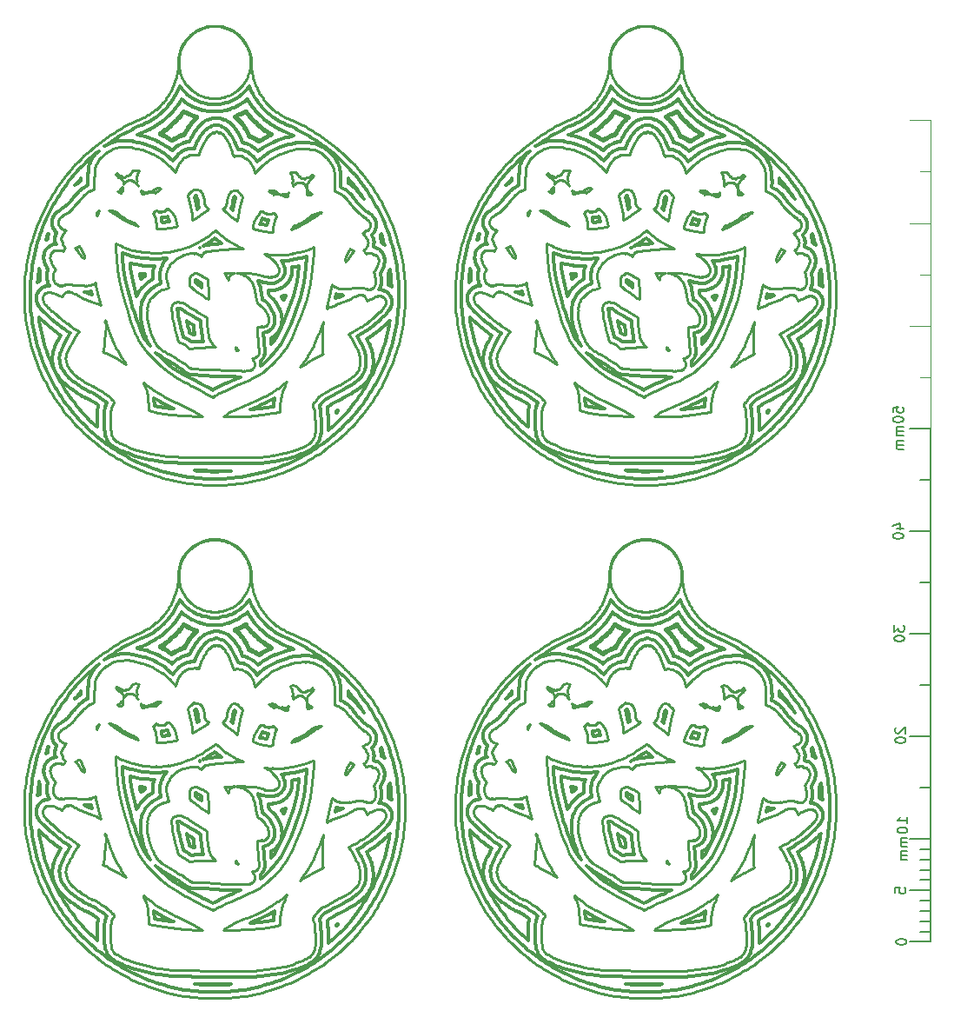
<source format=gbo>
%MOIN*%
%OFA0B0*%
%FSLAX46Y46*%
%IPPOS*%
%LPD*%
%ADD10C,0.00984251968503937*%
%ADD11C,0.011811023622047244*%
%ADD12C,0.013779527559055118*%
%ADD13C,0.015748031496062992*%
%ADD14C,0.00984251968503937*%
%ADD15C,0.011811023622047244*%
%ADD16C,0.013779527559055118*%
%ADD17C,0.015748031496062992*%
%ADD18C,0.00984251968503937*%
%ADD19C,0.011811023622047244*%
%ADD20C,0.013779527559055118*%
%ADD21C,0.015748031496062992*%
%ADD22C,0.00984251968503937*%
%ADD23C,0.011811023622047244*%
%ADD24C,0.013779527559055118*%
%ADD25C,0.015748031496062992*%
%ADD26C,0.0047244094488188976*%
%ADD27C,0.005905511811023622*%
G04 next file*
D10*
X0001151700Y0002066300D02*
X0001167700Y0002066700D01*
X0001183800Y0002067400D01*
X0001199800Y0002068400D01*
X0001215800Y0002069799D01*
X0001231800Y0002071600D01*
X0001247800Y0002073700D01*
X0001263599Y0002076200D01*
X0001279400Y0002079000D01*
X0001295200Y0002082100D01*
X0001310900Y0002085600D01*
X0001326500Y0002089500D01*
X0001341999Y0002093700D01*
X0001357400Y0002098200D01*
X0001372700Y0002103100D01*
X0001387900Y0002108300D01*
X0001402999Y0002113800D01*
X0001418000Y0002119700D01*
X0001432800Y0002125900D01*
X0001447500Y0002132400D01*
X0001462000Y0002139200D01*
X0001476399Y0002146400D01*
X0001490600Y0002153900D01*
X0001504700Y0002161600D01*
X0001518599Y0002169700D01*
X0001532300Y0002178100D01*
X0001545800Y0002186800D01*
X0001559100Y0002195800D01*
X0001572200Y0002205100D01*
X0001585100Y0002214700D01*
X0001597800Y0002224500D01*
X0001610300Y0002234600D01*
X0001622600Y0002245000D01*
X0001634600Y0002255700D01*
X0001646400Y0002266600D01*
X0001657900Y0002277800D01*
X0001669200Y0002289200D01*
X0001680200Y0002300900D01*
X0001691000Y0002312800D01*
X0001701500Y0002324900D01*
X0001711800Y0002337300D01*
X0001721699Y0002349900D01*
X0001731400Y0002362800D01*
X0001740800Y0002375800D01*
X0001750000Y0002389000D01*
X0001758800Y0002402400D01*
X0001767300Y0002416000D01*
X0001775600Y0002429900D01*
X0001783500Y0002443800D01*
X0001791100Y0002458000D01*
X0001798400Y0002472300D01*
X0001805400Y0002486800D01*
X0001812000Y0002501400D01*
X0001818400Y0002516100D01*
X0001824400Y0002531000D01*
X0001830099Y0002546100D01*
X0001835400Y0002561200D01*
X0001840400Y0002576500D01*
X0001845100Y0002591899D01*
X0001849499Y0002607300D01*
X0001853500Y0002622900D01*
X0001857100Y0002638500D01*
X0001860400Y0002654300D01*
X0001863400Y0002670099D01*
X0001866000Y0002685900D01*
X0001868300Y0002701800D01*
X0001870200Y0002717800D01*
X0001871800Y0002733800D01*
X0001873000Y0002749800D01*
X0001873899Y0002765800D01*
X0001874400Y0002781900D01*
X0001874500Y0002798000D01*
X0001874300Y0002814000D01*
X0001873800Y0002830100D01*
X0001872899Y0002846100D01*
X0001871600Y0002862100D01*
X0001870000Y0002878100D01*
X0001868100Y0002894100D01*
X0001865800Y0002910000D01*
X0001863100Y0002925800D01*
X0001860100Y0002941600D01*
X0001856800Y0002957300D01*
X0001853100Y0002972899D01*
X0001849000Y0002988500D01*
X0001844700Y0003004000D01*
X0001840000Y0003019300D01*
X0001834900Y0003034600D01*
X0001829500Y0003049700D01*
X0001823800Y0003064700D01*
X0001817699Y0003079600D01*
X0001811400Y0003094400D01*
X0001804700Y0003109000D01*
X0001797700Y0003123400D01*
X0001790300Y0003137700D01*
X0001782699Y0003151900D01*
X0001774700Y0003165800D01*
X0001766500Y0003179600D01*
X0001757899Y0003193200D01*
X0001749100Y0003206600D01*
X0001739899Y0003219800D01*
X0001730500Y0003232800D01*
X0001720800Y0003245600D01*
X0001710800Y0003258200D01*
X0001700500Y0003270600D01*
X0001690000Y0003282700D01*
X0001679099Y0003294600D01*
X0001668100Y0003306200D01*
X0001656800Y0003317600D01*
X0001645200Y0003328800D01*
X0001633400Y0003339700D01*
X0001621300Y0003350300D01*
X0001609100Y0003360700D01*
X0001596600Y0003370800D01*
X0001583800Y0003380600D01*
X0001570900Y0003390100D01*
X0001557800Y0003399400D01*
X0001544400Y0003408400D01*
X0001530900Y0003417000D01*
X0001517200Y0003425400D01*
X0001503300Y0003433400D01*
X0001489200Y0003441200D01*
X0001475000Y0003448600D01*
X0001460600Y0003455799D01*
X0001445999Y0003462600D01*
X0001431100Y0003469100D01*
X0001431100Y0003469200D01*
X0001431000Y0003469200D01*
X0001415399Y0003476100D01*
X0001414000Y0003476800D01*
X0001399000Y0003485000D01*
X0001397700Y0003485800D01*
X0001383400Y0003495200D01*
X0001382100Y0003496100D01*
X0001368600Y0003506499D01*
X0001367399Y0003507500D01*
X0001354700Y0003519000D01*
X0001353600Y0003520099D01*
X0001341900Y0003532600D01*
X0001340900Y0003533800D01*
X0001330199Y0003547100D01*
X0001329300Y0003548400D01*
X0001319700Y0003562500D01*
X0001318900Y0003563799D01*
X0001310500Y0003578700D01*
X0001309800Y0003580099D01*
X0001302500Y0003595600D01*
X0001301900Y0003597000D01*
X0001296000Y0003612999D01*
X0001295500Y0003614500D01*
X0001290800Y0003631000D01*
X0001290400Y0003632500D01*
X0001287100Y0003649200D01*
X0001286800Y0003650800D01*
X0001284800Y0003667700D01*
X0001284700Y0003669300D01*
X0001284000Y0003686300D01*
X0001283200Y0003701800D01*
X0001280900Y0003716300D01*
X0001277100Y0003730500D01*
X0001271800Y0003744200D01*
X0001265100Y0003757300D01*
X0001257100Y0003769600D01*
X0001247900Y0003781000D01*
X0001237500Y0003791400D01*
X0001226100Y0003800600D01*
X0001213800Y0003808600D01*
X0001200700Y0003815300D01*
X0001187000Y0003820600D01*
X0001172800Y0003824400D01*
X0001158300Y0003826700D01*
X0001143600Y0003827400D01*
X0001129000Y0003826700D01*
X0001114500Y0003824400D01*
X0001100300Y0003820600D01*
X0001086600Y0003815300D01*
X0001073500Y0003808600D01*
X0001061200Y0003800600D01*
X0001049800Y0003791400D01*
X0001039400Y0003781000D01*
X0001030200Y0003769600D01*
X0001022200Y0003757300D01*
X0001015500Y0003744200D01*
X0001010200Y0003730500D01*
X0001006400Y0003716300D01*
X0001004100Y0003701800D01*
X0001003300Y0003686199D01*
X0001002599Y0003669300D01*
X0001002500Y0003667700D01*
X0001000500Y0003650800D01*
X0001000200Y0003649200D01*
X0000996900Y0003632500D01*
X0000996500Y0003631000D01*
X0000991800Y0003614500D01*
X0000991300Y0003612999D01*
X0000985400Y0003597000D01*
X0000984800Y0003595600D01*
X0000977500Y0003580099D01*
X0000976800Y0003578700D01*
X0000968400Y0003563799D01*
X0000967600Y0003562500D01*
X0000958000Y0003548400D01*
X0000957100Y0003547100D01*
X0000946400Y0003533800D01*
X0000945400Y0003532600D01*
X0000933700Y0003520099D01*
X0000932600Y0003519000D01*
X0000919900Y0003507500D01*
X0000918700Y0003506499D01*
X0000905200Y0003496100D01*
X0000903900Y0003495200D01*
X0000889600Y0003485800D01*
X0000888300Y0003485000D01*
X0000873300Y0003476800D01*
X0000871900Y0003476100D01*
X0000856300Y0003469200D01*
X0000856200Y0003469100D01*
X0000841300Y0003462600D01*
X0000826700Y0003455799D01*
X0000812300Y0003448600D01*
X0000798100Y0003441200D01*
X0000784000Y0003433400D01*
X0000770100Y0003425400D01*
X0000756399Y0003417000D01*
X0000742900Y0003408400D01*
X0000729500Y0003399400D01*
X0000716400Y0003390100D01*
X0000703500Y0003380600D01*
X0000690700Y0003370800D01*
X0000678200Y0003360700D01*
X0000666000Y0003350300D01*
X0000653900Y0003339700D01*
X0000642100Y0003328800D01*
X0000630500Y0003317600D01*
X0000619200Y0003306200D01*
X0000608200Y0003294600D01*
X0000597300Y0003282700D01*
X0000586800Y0003270600D01*
X0000576500Y0003258200D01*
X0000566500Y0003245600D01*
X0000556800Y0003232800D01*
X0000547400Y0003219800D01*
X0000538200Y0003206600D01*
X0000529400Y0003193200D01*
X0000520800Y0003179600D01*
X0000512599Y0003165800D01*
X0000504600Y0003151900D01*
X0000497000Y0003137700D01*
X0000489600Y0003123400D01*
X0000482600Y0003109000D01*
X0000475900Y0003094400D01*
X0000469600Y0003079600D01*
X0000463500Y0003064700D01*
X0000457800Y0003049700D01*
X0000452400Y0003034600D01*
X0000447400Y0003019300D01*
X0000442600Y0003004000D01*
X0000438300Y0002988500D01*
X0000434200Y0002972899D01*
X0000430500Y0002957300D01*
X0000427200Y0002941600D01*
X0000424200Y0002925800D01*
X0000421500Y0002910000D01*
X0000419200Y0002894100D01*
X0000417300Y0002878100D01*
X0000415700Y0002862100D01*
X0000414400Y0002846100D01*
X0000413500Y0002830100D01*
X0000413000Y0002814000D01*
X0000412800Y0002798000D01*
X0000412900Y0002781900D01*
X0000413400Y0002765800D01*
X0000414300Y0002749800D01*
X0000415500Y0002733800D01*
X0000417100Y0002717800D01*
X0000419000Y0002701800D01*
X0000421300Y0002685900D01*
X0000423900Y0002670099D01*
X0000426900Y0002654300D01*
X0000430200Y0002638500D01*
X0000433800Y0002622900D01*
X0000437800Y0002607300D01*
X0000442200Y0002591899D01*
X0000446900Y0002576500D01*
X0000451900Y0002561200D01*
X0000457200Y0002546100D01*
X0000462900Y0002531000D01*
X0000468900Y0002516200D01*
X0000475300Y0002501400D01*
X0000481900Y0002486800D01*
X0000488900Y0002472300D01*
X0000496200Y0002458000D01*
X0000503800Y0002443800D01*
X0000511800Y0002429900D01*
X0000520000Y0002416000D01*
X0000528500Y0002402400D01*
X0000537300Y0002389000D01*
X0000546500Y0002375800D01*
X0000555900Y0002362700D01*
X0000565500Y0002349900D01*
X0000575500Y0002337300D01*
X0000585800Y0002325000D01*
X0000596300Y0002312800D01*
X0000607100Y0002300900D01*
X0000618100Y0002289200D01*
X0000629400Y0002277800D01*
X0000640899Y0002266600D01*
X0000652700Y0002255700D01*
X0000664700Y0002245000D01*
X0000677000Y0002234600D01*
X0000689499Y0002224500D01*
X0000702200Y0002214600D01*
X0000715100Y0002205100D01*
X0000728200Y0002195800D01*
X0000741500Y0002186800D01*
X0000755000Y0002178100D01*
X0000768700Y0002169700D01*
X0000782600Y0002161600D01*
X0000796700Y0002153900D01*
X0000810899Y0002146400D01*
X0000825300Y0002139200D01*
X0000839800Y0002132400D01*
X0000854500Y0002125900D01*
X0000869300Y0002119700D01*
X0000884300Y0002113800D01*
X0000899400Y0002108300D01*
X0000914600Y0002103100D01*
X0000929900Y0002098200D01*
X0000945300Y0002093700D01*
X0000960800Y0002089500D01*
X0000976400Y0002085600D01*
X0000992100Y0002082100D01*
X0001007900Y0002079000D01*
X0001023700Y0002076200D01*
X0001039600Y0002073700D01*
X0001055500Y0002071600D01*
X0001071400Y0002069799D01*
X0001087500Y0002068400D01*
X0001103500Y0002067400D01*
X0001119600Y0002066700D01*
X0001135600Y0002066300D01*
X0001151700Y0002066300D01*
X0001132000Y0003549400D02*
X0001130100Y0003549400D01*
X0001128200Y0003549700D01*
X0001113000Y0003552800D01*
X0001113000Y0003552800D01*
X0001105400Y0003554300D01*
X0001103500Y0003554700D01*
X0001101700Y0003555400D01*
X0001080200Y0003564300D01*
X0001078400Y0003565100D01*
X0001076800Y0003566100D01*
X0001057400Y0003579000D01*
X0001055900Y0003580200D01*
X0001054400Y0003581500D01*
X0001038000Y0003597900D01*
X0001036700Y0003599399D01*
X0001035500Y0003600900D01*
X0001022600Y0003620300D01*
X0001021600Y0003621900D01*
X0001020799Y0003623700D01*
X0001011900Y0003645200D01*
X0001011200Y0003647000D01*
X0001010799Y0003648900D01*
X0001006200Y0003671700D01*
X0001005900Y0003673600D01*
X0001005900Y0003675500D01*
X0001005900Y0003698800D01*
X0001005900Y0003700700D01*
X0001006200Y0003702600D01*
X0001010799Y0003725400D01*
X0001011200Y0003727300D01*
X0001011900Y0003729100D01*
X0001020799Y0003750600D01*
X0001021600Y0003752400D01*
X0001022600Y0003754000D01*
X0001035500Y0003773400D01*
X0001036700Y0003774900D01*
X0001038000Y0003776400D01*
X0001054400Y0003792800D01*
X0001055900Y0003794100D01*
X0001057400Y0003795300D01*
X0001076800Y0003808199D01*
X0001078400Y0003809200D01*
X0001080200Y0003810000D01*
X0001101700Y0003818900D01*
X0001103500Y0003819600D01*
X0001105400Y0003820000D01*
X0001113000Y0003821500D01*
X0001128200Y0003824600D01*
X0001130100Y0003824800D01*
X0001132000Y0003824900D01*
X0001155300Y0003824900D01*
X0001157200Y0003824800D01*
X0001159100Y0003824600D01*
X0001174300Y0003821500D01*
X0001181900Y0003820000D01*
X0001183800Y0003819600D01*
X0001185600Y0003818900D01*
X0001207100Y0003810000D01*
X0001208900Y0003809200D01*
X0001210500Y0003808199D01*
X0001229900Y0003795300D01*
X0001231400Y0003794100D01*
X0001232900Y0003792800D01*
X0001249300Y0003776400D01*
X0001250600Y0003774900D01*
X0001251800Y0003773400D01*
X0001264700Y0003754000D01*
X0001265700Y0003752400D01*
X0001266500Y0003750600D01*
X0001275399Y0003729100D01*
X0001276100Y0003727300D01*
X0001276500Y0003725400D01*
X0001281100Y0003702600D01*
X0001281300Y0003700700D01*
X0001281399Y0003698800D01*
X0001281399Y0003675500D01*
X0001281300Y0003673600D01*
X0001281100Y0003671700D01*
X0001276500Y0003648900D01*
X0001276100Y0003647000D01*
X0001275399Y0003645200D01*
X0001266500Y0003623700D01*
X0001265700Y0003621900D01*
X0001264700Y0003620300D01*
X0001251800Y0003600900D01*
X0001250600Y0003599399D01*
X0001249300Y0003597900D01*
X0001232900Y0003581500D01*
X0001231400Y0003580200D01*
X0001229900Y0003579000D01*
X0001210500Y0003566100D01*
X0001208900Y0003565100D01*
X0001207100Y0003564300D01*
X0001185600Y0003555400D01*
X0001183800Y0003554700D01*
X0001181900Y0003554300D01*
X0001174300Y0003552800D01*
X0001174300Y0003552800D01*
X0001159100Y0003549700D01*
X0001157200Y0003549400D01*
X0001155300Y0003549400D01*
X0001132000Y0003549400D01*
X0000636100Y0002831500D02*
X0000627100Y0002832300D01*
X0000605500Y0002834200D01*
X0000589600Y0002835500D01*
X0000578500Y0002836000D01*
X0000571900Y0002836000D01*
X0000571200Y0002835900D01*
X0000569400Y0002834700D01*
X0000566900Y0002833200D01*
X0000565800Y0002832600D01*
X0000564000Y0002831800D01*
X0000562100Y0002831199D01*
X0000558400Y0002830200D01*
X0000552500Y0002833200D01*
X0000552100Y0002833100D01*
X0000551700Y0002830700D01*
X0000551400Y0002830700D01*
X0000548400Y0002831400D01*
X0000545500Y0002832600D01*
X0000544400Y0002833100D01*
X0000543200Y0002833900D01*
X0000542400Y0002834100D01*
X0000539600Y0002835300D01*
X0000539200Y0002835500D01*
X0000535400Y0002839299D01*
X0000532200Y0002840099D01*
X0000529900Y0002843800D01*
X0000529000Y0002845300D01*
X0000528400Y0002846400D01*
X0000527200Y0002849300D01*
X0000525600Y0002854399D01*
X0000524900Y0002857400D01*
X0000524700Y0002858600D01*
X0000524500Y0002860300D01*
X0000524500Y0002862000D01*
X0000524700Y0002874600D01*
X0000524900Y0002877400D01*
X0000525100Y0002878600D01*
X0000525800Y0002881600D01*
X0000527000Y0002884400D01*
X0000527600Y0002885500D01*
X0000528000Y0002886400D01*
X0000532500Y0002894100D01*
X0000531300Y0002895500D01*
X0000529900Y0002897400D01*
X0000523800Y0002906700D01*
X0000522700Y0002908500D01*
X0000522200Y0002909600D01*
X0000522200Y0002909700D01*
X0000517400Y0002919100D01*
X0000517300Y0002919100D01*
X0000517300Y0002919300D01*
X0000516200Y0002921800D01*
X0000513499Y0002929800D01*
X0000512700Y0002933100D01*
X0000512499Y0002934300D01*
X0000512200Y0002936499D01*
X0000512300Y0002938700D01*
X0000512599Y0002943200D01*
X0000512800Y0002945000D01*
X0000513000Y0002946200D01*
X0000513700Y0002949200D01*
X0000514900Y0002951999D01*
X0000515399Y0002953100D01*
X0000517000Y0002955800D01*
X0000519100Y0002958100D01*
X0000519900Y0002959000D01*
X0000522200Y0002960899D01*
X0000524700Y0002962500D01*
X0000528800Y0002964600D01*
X0000529000Y0002964700D01*
X0000530100Y0002965300D01*
X0000532900Y0002966500D01*
X0000535900Y0002967200D01*
X0000537200Y0002967400D01*
X0000539000Y0002967600D01*
X0000540800Y0002967600D01*
X0000549600Y0002967400D01*
X0000552100Y0002967200D01*
X0000553300Y0002967000D01*
X0000555400Y0002966500D01*
X0000557300Y0002965900D01*
X0000563300Y0002963599D01*
X0000565100Y0002967600D01*
X0000565500Y0002968400D01*
X0000566000Y0002969500D01*
X0000567700Y0002972200D01*
X0000569700Y0002974500D01*
X0000570500Y0002975400D01*
X0000571500Y0002976200D01*
X0000571400Y0002976200D01*
X0000571000Y0002976500D01*
X0000569300Y0002977700D01*
X0000567700Y0002979100D01*
X0000566900Y0002980000D01*
X0000565700Y0002981200D01*
X0000560000Y0002987999D01*
X0000560500Y0002995300D01*
X0000559500Y0002997000D01*
X0000559300Y0002999000D01*
X0000554800Y0003004700D01*
X0000555500Y0003013199D01*
X0000555700Y0003014500D01*
X0000555900Y0003015800D01*
X0000556600Y0003018800D01*
X0000557800Y0003021600D01*
X0000558300Y0003022700D01*
X0000559700Y0003025100D01*
X0000566900Y0003035300D01*
X0000568100Y0003036799D01*
X0000569000Y0003037900D01*
X0000572700Y0003043500D01*
X0000572600Y0003043600D01*
X0000570800Y0003043900D01*
X0000569000Y0003044499D01*
X0000562000Y0003047000D01*
X0000559700Y0003048000D01*
X0000558600Y0003048600D01*
X0000556000Y0003050200D01*
X0000553600Y0003052200D01*
X0000552800Y0003053100D01*
X0000551000Y0003055100D01*
X0000548100Y0003058899D01*
X0000547100Y0003060400D01*
X0000546300Y0003061900D01*
X0000545700Y0003063000D01*
X0000544500Y0003065800D01*
X0000543800Y0003068800D01*
X0000543600Y0003070000D01*
X0000543400Y0003073100D01*
X0000543600Y0003076200D01*
X0000543800Y0003077400D01*
X0000544100Y0003078900D01*
X0000544200Y0003079300D01*
X0000544300Y0003079400D01*
X0000544600Y0003080500D01*
X0000545700Y0003083400D01*
X0000546300Y0003084400D01*
X0000547900Y0003087000D01*
X0000549900Y0003089400D01*
X0000550800Y0003090200D01*
X0000551100Y0003090500D01*
X0000551200Y0003090900D01*
X0000554700Y0003094400D01*
X0000556600Y0003095900D01*
X0000558500Y0003097200D01*
X0000565700Y0003101300D01*
X0000565700Y0003101300D01*
X0000571500Y0003104700D01*
X0000583200Y0003113500D01*
X0000596300Y0003125400D01*
X0000608900Y0003138700D01*
X0000620500Y0003153100D01*
X0000622800Y0003156200D01*
X0000624100Y0003157700D01*
X0000640600Y0003175799D01*
X0000641199Y0003176400D01*
X0000642100Y0003177300D01*
X0000644600Y0003179400D01*
X0000661899Y0003191699D01*
X0000664400Y0003193300D01*
X0000665499Y0003193800D01*
X0000667900Y0003194900D01*
X0000682000Y0003199799D01*
X0000681900Y0003228099D01*
X0000681900Y0003228200D01*
X0000681900Y0003237300D01*
X0000681900Y0003237800D01*
X0000682400Y0003258500D01*
X0000682500Y0003260100D01*
X0000684300Y0003275900D01*
X0000684400Y0003276899D01*
X0000684600Y0003278099D01*
X0000685000Y0003280100D01*
X0000688400Y0003292500D01*
X0000689000Y0003294500D01*
X0000689799Y0003296400D01*
X0000690400Y0003297500D01*
X0000690500Y0003297600D01*
X0000695899Y0003308000D01*
X0000696900Y0003309799D01*
X0000698100Y0003311400D01*
X0000706100Y0003321100D01*
X0000707400Y0003322500D01*
X0000708200Y0003323300D01*
X0000708700Y0003323800D01*
X0000719599Y0003334100D01*
X0000720700Y0003335000D01*
X0000727500Y0003340600D01*
X0000730100Y0003342300D01*
X0000749700Y0003353700D01*
X0000750600Y0003354200D01*
X0000751700Y0003354800D01*
X0000753600Y0003355600D01*
X0000755700Y0003356300D01*
X0000777300Y0003361900D01*
X0000779200Y0003362300D01*
X0000780400Y0003362499D01*
X0000783200Y0003362700D01*
X0000808100Y0003363100D01*
X0000810400Y0003362899D01*
X0000823600Y0003361500D01*
X0000824600Y0003361400D01*
X0000825800Y0003361200D01*
X0000826900Y0003361000D01*
X0000865300Y0003352700D01*
X0000868400Y0003351700D01*
X0000904000Y0003337600D01*
X0000905600Y0003336899D01*
X0000906700Y0003336300D01*
X0000908000Y0003335600D01*
X0000940300Y0003316100D01*
X0000942900Y0003314200D01*
X0000971700Y0003289600D01*
X0000972800Y0003288499D01*
X0000973700Y0003287699D01*
X0000974800Y0003286500D01*
X0000993300Y0003264600D01*
X0000996300Y0003275900D01*
X0000997400Y0003278900D01*
X0001004100Y0003293900D01*
X0001004500Y0003294700D01*
X0001005100Y0003295800D01*
X0001005400Y0003296400D01*
X0001007900Y0003300899D01*
X0001008999Y0003302600D01*
X0001010300Y0003304300D01*
X0001021600Y0003317300D01*
X0001022500Y0003318200D01*
X0001023400Y0003319100D01*
X0001025700Y0003321100D01*
X0001028300Y0003322700D01*
X0001029400Y0003323300D01*
X0001029500Y0003323300D01*
X0001043800Y0003330500D01*
X0001046600Y0003331700D01*
X0001049600Y0003332400D01*
X0001050800Y0003332600D01*
X0001052400Y0003332800D01*
X0001069200Y0003334000D01*
X0001072700Y0003331100D01*
X0001076900Y0003333200D01*
X0001083800Y0003331300D01*
X0001084600Y0003336000D01*
X0001085400Y0003339100D01*
X0001091000Y0003355600D01*
X0001091800Y0003357500D01*
X0001099700Y0003374499D01*
X0001100000Y0003375100D01*
X0001100600Y0003376200D01*
X0001101300Y0003377400D01*
X0001110500Y0003392800D01*
X0001112200Y0003395200D01*
X0001121600Y0003406700D01*
X0001122900Y0003408100D01*
X0001123800Y0003409000D01*
X0001124200Y0003409400D01*
X0001127700Y0003412700D01*
X0001129300Y0003414000D01*
X0001134400Y0003418000D01*
X0001137800Y0003417600D01*
X0001138500Y0003418199D01*
X0001141100Y0003419800D01*
X0001141600Y0003420100D01*
X0001143000Y0003417400D01*
X0001148900Y0003422700D01*
X0001152600Y0003422700D01*
X0001158200Y0003417500D01*
X0001159500Y0003420100D01*
X0001159900Y0003419900D01*
X0001162600Y0003418199D01*
X0001163500Y0003417500D01*
X0001166800Y0003417799D01*
X0001171400Y0003414200D01*
X0001173100Y0003412700D01*
X0001174000Y0003411800D01*
X0001174000Y0003411800D01*
X0001177000Y0003408800D01*
X0001179100Y0003406300D01*
X0001188700Y0003392800D01*
X0001190200Y0003390400D01*
X0001200000Y0003371200D01*
X0001200000Y0003371200D01*
X0001200600Y0003370100D01*
X0001201300Y0003368400D01*
X0001210900Y0003344400D01*
X0001211300Y0003343400D01*
X0001215500Y0003330600D01*
X0001216000Y0003329100D01*
X0001216300Y0003327700D01*
X0001223100Y0003329400D01*
X0001224900Y0003329800D01*
X0001226200Y0003330000D01*
X0001228900Y0003330200D01*
X0001231700Y0003330100D01*
X0001242100Y0003328800D01*
X0001242700Y0003328700D01*
X0001243900Y0003328500D01*
X0001246900Y0003327800D01*
X0001249800Y0003326600D01*
X0001250900Y0003326000D01*
X0001251200Y0003325900D01*
X0001261900Y0003320200D01*
X0001263999Y0003318900D01*
X0001265900Y0003317400D01*
X0001275999Y0003308200D01*
X0001276599Y0003307600D01*
X0001277500Y0003306700D01*
X0001279100Y0003304900D01*
X0001280400Y0003303000D01*
X0001289900Y0003287299D01*
X0001290600Y0003286100D01*
X0001291200Y0003284999D01*
X0001292000Y0003283200D01*
X0001292600Y0003281300D01*
X0001297800Y0003262700D01*
X0001298100Y0003261200D01*
X0001322800Y0003288700D01*
X0001323500Y0003289400D01*
X0001324399Y0003290300D01*
X0001326200Y0003291900D01*
X0001355900Y0003315100D01*
X0001358700Y0003316900D01*
X0001392400Y0003335000D01*
X0001392800Y0003335200D01*
X0001393900Y0003335700D01*
X0001396500Y0003336800D01*
X0001434199Y0003349500D01*
X0001436500Y0003350200D01*
X0001458100Y0003354600D01*
X0001459000Y0003354700D01*
X0001460200Y0003354900D01*
X0001462000Y0003355100D01*
X0001490700Y0003356999D01*
X0001492800Y0003355300D01*
X0001494799Y0003356800D01*
X0001519900Y0003353100D01*
X0001520100Y0003353100D01*
X0001521300Y0003352900D01*
X0001523700Y0003352300D01*
X0001526100Y0003351500D01*
X0001547600Y0003342200D01*
X0001548700Y0003341700D01*
X0001549800Y0003341100D01*
X0001551700Y0003340100D01*
X0001553400Y0003338800D01*
X0001571400Y0003324000D01*
X0001572800Y0003322700D01*
X0001573600Y0003321799D01*
X0001574600Y0003320800D01*
X0001582300Y0003311900D01*
X0001583700Y0003310000D01*
X0001592200Y0003297399D01*
X0001593400Y0003295300D01*
X0001593899Y0003294200D01*
X0001594700Y0003292500D01*
X0001600000Y0003279100D01*
X0001600600Y0003277200D01*
X0001601100Y0003275200D01*
X0001603799Y0003259100D01*
X0001603900Y0003258900D01*
X0001604100Y0003257700D01*
X0001604300Y0003255500D01*
X0001605200Y0003234700D01*
X0001605300Y0003233900D01*
X0001605300Y0003227500D01*
X0001605300Y0003227200D01*
X0001605100Y0003211700D01*
X0001605100Y0003211200D01*
X0001604600Y0003197500D01*
X0001604600Y0003196700D01*
X0001604200Y0003192099D01*
X0001615900Y0003187900D01*
X0001618099Y0003186900D01*
X0001619200Y0003186300D01*
X0001619600Y0003186100D01*
X0001633100Y0003178899D01*
X0001635100Y0003177700D01*
X0001636900Y0003176199D01*
X0001648000Y0003166300D01*
X0001648800Y0003165600D01*
X0001649600Y0003164700D01*
X0001651400Y0003162700D01*
X0001662300Y0003148400D01*
X0001662800Y0003147700D01*
X0001663800Y0003146300D01*
X0001673800Y0003133600D01*
X0001685800Y0003120400D01*
X0001698100Y0003108500D01*
X0001709699Y0003098600D01*
X0001718700Y0003092600D01*
X0001719400Y0003092300D01*
X0001721000Y0003091300D01*
X0001727600Y0003086800D01*
X0001728400Y0003083500D01*
X0001731100Y0003082099D01*
X0001733000Y0003081800D01*
X0001735700Y0003078400D01*
X0001736800Y0003076800D01*
X0001737700Y0003075100D01*
X0001738300Y0003074100D01*
X0001739400Y0003071200D01*
X0001740200Y0003068200D01*
X0001740400Y0003067000D01*
X0001740600Y0003064200D01*
X0001740500Y0003061500D01*
X0001740300Y0003060300D01*
X0001740200Y0003059600D01*
X0001740000Y0003058400D01*
X0001739299Y0003055300D01*
X0001738100Y0003052500D01*
X0001737500Y0003051400D01*
X0001736100Y0003049000D01*
X0001734400Y0003046899D01*
X0001730400Y0003042600D01*
X0001725900Y0003042100D01*
X0001724300Y0003041400D01*
X0001721800Y0003040800D01*
X0001718200Y0003035300D01*
X0001711200Y0003033800D01*
X0001716900Y0003026600D01*
X0001718700Y0003024700D01*
X0001719800Y0003023600D01*
X0001725400Y0003016900D01*
X0001725100Y0003011700D01*
X0001729600Y0003009200D01*
X0001731300Y0003004200D01*
X0001732000Y0003001199D01*
X0001732200Y0002999900D01*
X0001732400Y0002996899D01*
X0001732200Y0002993800D01*
X0001732000Y0002992500D01*
X0001731500Y0002990300D01*
X0001730000Y0002985000D01*
X0001729400Y0002983200D01*
X0001728600Y0002981400D01*
X0001728000Y0002980300D01*
X0001727299Y0002979000D01*
X0001725200Y0002975600D01*
X0001723900Y0002973600D01*
X0001722300Y0002971900D01*
X0001721499Y0002971000D01*
X0001719400Y0002969300D01*
X0001717200Y0002967800D01*
X0001715200Y0002966600D01*
X0001715900Y0002966000D01*
X0001717900Y0002963599D01*
X0001719500Y0002961000D01*
X0001720000Y0002959900D01*
X0001720600Y0002958700D01*
X0001722900Y0002953300D01*
X0001727099Y0002955200D01*
X0001729600Y0002956100D01*
X0001732300Y0002956700D01*
X0001733499Y0002956900D01*
X0001736300Y0002957200D01*
X0001744100Y0002957300D01*
X0001749500Y0002952300D01*
X0001751600Y0002951999D01*
X0001753300Y0002950900D01*
X0001760400Y0002950900D01*
X0001765100Y0002946400D01*
X0001765200Y0002946200D01*
X0001766100Y0002945400D01*
X0001768100Y0002943000D01*
X0001769699Y0002940399D01*
X0001770299Y0002939300D01*
X0001771500Y0002936400D01*
X0001772200Y0002933400D01*
X0001772400Y0002932200D01*
X0001772600Y0002930500D01*
X0001772600Y0002928799D01*
X0001772500Y0002923000D01*
X0001772300Y0002920300D01*
X0001772100Y0002919100D01*
X0001771700Y0002917100D01*
X0001771100Y0002915300D01*
X0001767500Y0002905800D01*
X0001766600Y0002903800D01*
X0001766100Y0002902700D01*
X0001765500Y0002901700D01*
X0001759300Y0002890900D01*
X0001757499Y0002888800D01*
X0001757699Y0002888600D01*
X0001753200Y0002883000D01*
X0001754900Y0002880300D01*
X0001755700Y0002878900D01*
X0001756300Y0002877800D01*
X0001757499Y0002874900D01*
X0001758200Y0002871900D01*
X0001758400Y0002870700D01*
X0001758400Y0002870600D01*
X0001760400Y0002857400D01*
X0001760600Y0002854200D01*
X0001760600Y0002850700D01*
X0001760500Y0002849700D01*
X0001760100Y0002842300D01*
X0001759900Y0002840400D01*
X0001759700Y0002839200D01*
X0001759300Y0002837300D01*
X0001758500Y0002834300D01*
X0001758099Y0002834000D01*
X0001757899Y0002833200D01*
X0001756700Y0002830399D01*
X0001756200Y0002829300D01*
X0001754500Y0002826600D01*
X0001752500Y0002824300D01*
X0001751699Y0002823400D01*
X0001749300Y0002821400D01*
X0001746700Y0002819800D01*
X0001745600Y0002819199D01*
X0001742700Y0002818100D01*
X0001739699Y0002817300D01*
X0001738500Y0002817100D01*
X0001735400Y0002816900D01*
X0001732700Y0002817100D01*
X0001732600Y0002817100D01*
X0001732000Y0002817200D01*
X0001731800Y0002817200D01*
X0001731200Y0002817300D01*
X0001728000Y0002818100D01*
X0001723500Y0002819599D01*
X0001722600Y0002819900D01*
X0001715499Y0002822700D01*
X0001712400Y0002823600D01*
X0001705600Y0002824300D01*
X0001692300Y0002823200D01*
X0001678499Y0002821500D01*
X0001678400Y0002821600D01*
X0001678300Y0002821500D01*
X0001660200Y0002819400D01*
X0001659900Y0002819599D01*
X0001659600Y0002819300D01*
X0001646300Y0002818200D01*
X0001645700Y0002818700D01*
X0001645100Y0002818100D01*
X0001635500Y0002817900D01*
X0001634300Y0002818900D01*
X0001633100Y0002817999D01*
X0001626000Y0002818700D01*
X0001624900Y0002818799D01*
X0001623700Y0002819000D01*
X0001621300Y0002819599D01*
X0001615700Y0002821200D01*
X0001612600Y0002822400D01*
X0001607400Y0002824900D01*
X0001607000Y0002825100D01*
X0001605899Y0002825600D01*
X0001604100Y0002826700D01*
X0001600900Y0002828800D01*
X0001599500Y0002829900D01*
X0001598100Y0002831000D01*
X0001593500Y0002835400D01*
X0001588300Y0002807900D01*
X0001588099Y0002807199D01*
X0001574700Y0002748700D01*
X0001574400Y0002747700D01*
X0001572700Y0002741700D01*
X0001573600Y0002742300D01*
X0001585700Y0002748800D01*
X0001586100Y0002749000D01*
X0001587200Y0002749499D01*
X0001589300Y0002750500D01*
X0001607700Y0002757199D01*
X0001608300Y0002757400D01*
X0001610700Y0002758200D01*
X0001628200Y0002764700D01*
X0001646900Y0002772700D01*
X0001663200Y0002780500D01*
X0001669200Y0002783599D01*
X0001669200Y0002783599D01*
X0001670300Y0002784200D01*
X0001670800Y0002784400D01*
X0001681900Y0002789700D01*
X0001682800Y0002790100D01*
X0001690800Y0002793400D01*
X0001692700Y0002794100D01*
X0001694500Y0002794600D01*
X0001698000Y0002795199D01*
X0001698800Y0002795400D01*
X0001700000Y0002795599D01*
X0001703099Y0002795800D01*
X0001706100Y0002795599D01*
X0001707300Y0002795400D01*
X0001710400Y0002794700D01*
X0001713200Y0002793500D01*
X0001714300Y0002792900D01*
X0001716900Y0002791299D01*
X0001719300Y0002789300D01*
X0001720200Y0002788400D01*
X0001722200Y0002786100D01*
X0001723800Y0002783400D01*
X0001724300Y0002782300D01*
X0001725500Y0002779500D01*
X0001726200Y0002776500D01*
X0001726400Y0002775300D01*
X0001726600Y0002774400D01*
X0001726899Y0002771800D01*
X0001741300Y0002779900D01*
X0001742000Y0002780200D01*
X0001743100Y0002780800D01*
X0001743400Y0002780900D01*
X0001756500Y0002787300D01*
X0001758900Y0002788300D01*
X0001766800Y0002791000D01*
X0001770000Y0002791800D01*
X0001771200Y0002792000D01*
X0001774300Y0002792200D01*
X0001777400Y0002792000D01*
X0001778600Y0002791800D01*
X0001781000Y0002791200D01*
X0001783300Y0002790400D01*
X0001786000Y0002789200D01*
X0001787100Y0002788700D01*
X0001788200Y0002788100D01*
X0001790900Y0002786500D01*
X0001793200Y0002784500D01*
X0001794099Y0002783700D01*
X0001796100Y0002781300D01*
X0001797700Y0002778700D01*
X0001798300Y0002777600D01*
X0001799400Y0002774700D01*
X0001800200Y0002771700D01*
X0001800400Y0002770500D01*
X0001800600Y0002767400D01*
X0001800400Y0002764300D01*
X0001800200Y0002763100D01*
X0001799400Y0002760100D01*
X0001798300Y0002757300D01*
X0001797700Y0002756200D01*
X0001797600Y0002756000D01*
X0001795600Y0002752100D01*
X0001794499Y0002750300D01*
X0001793200Y0002748600D01*
X0001787100Y0002741200D01*
X0001786200Y0002740200D01*
X0001776900Y0002730600D01*
X0001776700Y0002730400D01*
X0001775800Y0002729500D01*
X0001775499Y0002729200D01*
X0001764200Y0002718400D01*
X0001763800Y0002718000D01*
X0001751600Y0002706900D01*
X0001751099Y0002706499D01*
X0001739000Y0002696300D01*
X0001738300Y0002695700D01*
X0001727400Y0002687400D01*
X0001726600Y0002686799D01*
X0001721400Y0002683200D01*
X0001720800Y0002682800D01*
X0001705900Y0002673199D01*
X0001705400Y0002672900D01*
X0001688400Y0002662800D01*
X0001687900Y0002662500D01*
X0001671700Y0002653400D01*
X0001671200Y0002653200D01*
X0001657500Y0002646100D01*
X0001656400Y0002646300D01*
X0001656000Y0002645500D01*
X0001660300Y0002640299D01*
X0001660699Y0002639700D01*
X0001662400Y0002637500D01*
X0001663200Y0002636399D01*
X0001669200Y0002627200D01*
X0001669700Y0002626400D01*
X0001676900Y0002613900D01*
X0001677300Y0002613300D01*
X0001684600Y0002599800D01*
X0001684800Y0002599400D01*
X0001685299Y0002598300D01*
X0001685500Y0002598000D01*
X0001692400Y0002583800D01*
X0001693000Y0002582300D01*
X0001697499Y0002570800D01*
X0001698300Y0002567899D01*
X0001700600Y0002557600D01*
X0001700800Y0002556500D01*
X0001701000Y0002555300D01*
X0001701200Y0002553400D01*
X0001701900Y0002542100D01*
X0001701900Y0002540500D01*
X0001701800Y0002532400D01*
X0001701600Y0002529900D01*
X0001700300Y0002521100D01*
X0001697600Y0002518800D01*
X0001698900Y0002515600D01*
X0001695900Y0002507600D01*
X0001692500Y0002505900D01*
X0001692900Y0002502200D01*
X0001687500Y0002494600D01*
X0001685400Y0002492100D01*
X0001684500Y0002491300D01*
X0001684000Y0002490700D01*
X0001675500Y0002482900D01*
X0001673600Y0002481300D01*
X0001661500Y0002472800D01*
X0001660400Y0002472000D01*
X0001644100Y0002462100D01*
X0001643500Y0002461700D01*
X0001622400Y0002450100D01*
X0001622100Y0002449900D01*
X0001595700Y0002435800D01*
X0001595600Y0002435800D01*
X0001593600Y0002434700D01*
X0001571700Y0002422700D01*
X0001555500Y0002413000D01*
X0001544500Y0002405100D01*
X0001538500Y0002399500D01*
X0001534200Y0002393700D01*
X0001534200Y0002393500D01*
X0001533900Y0002393100D01*
X0001530000Y0002386900D01*
X0001529000Y0002385400D01*
X0001527000Y0002382900D01*
X0001525500Y0002382600D01*
X0001521400Y0002379100D01*
X0001521500Y0002378600D01*
X0001521200Y0002375500D01*
X0001521000Y0002374300D01*
X0001520300Y0002371300D01*
X0001519600Y0002369500D01*
X0001522300Y0002364000D01*
X0001524799Y0002362300D01*
X0001525600Y0002358300D01*
X0001524700Y0002356700D01*
X0001526000Y0002355500D01*
X0001526900Y0002346200D01*
X0001527000Y0002345800D01*
X0001528000Y0002332600D01*
X0001528000Y0002332300D01*
X0001529000Y0002316600D01*
X0001529100Y0002316400D01*
X0001529700Y0002303800D01*
X0001529700Y0002303200D01*
X0001530100Y0002283800D01*
X0001530100Y0002282100D01*
X0001529200Y0002267600D01*
X0001529000Y0002265800D01*
X0001528800Y0002264600D01*
X0001528400Y0002262900D01*
X0001525800Y0002252200D01*
X0001525100Y0002250100D01*
X0001524200Y0002248000D01*
X0001523600Y0002247000D01*
X0001523000Y0002245900D01*
X0001518300Y0002237900D01*
X0001516900Y0002235800D01*
X0001515300Y0002234000D01*
X0001514400Y0002233100D01*
X0001513600Y0002232400D01*
X0001506500Y0002226000D01*
X0001505000Y0002224800D01*
X0001503400Y0002223700D01*
X0001493500Y0002217800D01*
X0001492400Y0002217200D01*
X0001491300Y0002216700D01*
X0001491200Y0002216600D01*
X0001484000Y0002213000D01*
X0001482500Y0002212300D01*
X0001468600Y0002206800D01*
X0001468600Y0002206800D01*
X0001451700Y0002200100D01*
X0001449700Y0002199400D01*
X0001412900Y0002189100D01*
X0001411300Y0002188700D01*
X0001368600Y0002180400D01*
X0001367199Y0002181200D01*
X0001366200Y0002180000D01*
X0001317799Y0002173800D01*
X0001317300Y0002174200D01*
X0001316900Y0002173700D01*
X0001311999Y0002173300D01*
X0001311599Y0002173600D01*
X0001311300Y0002173300D01*
X0001297200Y0002172600D01*
X0001297000Y0002172800D01*
X0001296800Y0002172600D01*
X0001277400Y0002172200D01*
X0001277300Y0002172300D01*
X0001277200Y0002172200D01*
X0001253400Y0002171900D01*
X0001253300Y0002171900D01*
X0001253200Y0002171900D01*
X0001226000Y0002171700D01*
X0001226000Y0002171800D01*
X0001225900Y0002171700D01*
X0001196200Y0002171700D01*
X0001196100Y0002171800D01*
X0001196100Y0002171700D01*
X0001164700Y0002171800D01*
X0001164600Y0002171800D01*
X0001132600Y0002172100D01*
X0001132500Y0002172100D01*
X0001100600Y0002172500D01*
X0001100500Y0002172500D01*
X0001069800Y0002173000D01*
X0001069700Y0002173000D01*
X0001040999Y0002173500D01*
X0001040899Y0002173600D01*
X0001015099Y0002174200D01*
X0001014999Y0002174200D01*
X0000993100Y0002175000D01*
X0000992800Y0002175000D01*
X0000975700Y0002175900D01*
X0000975100Y0002175900D01*
X0000963700Y0002176800D01*
X0000963100Y0002176900D01*
X0000963000Y0002176900D01*
X0000962200Y0002177000D01*
X0000904000Y0002186100D01*
X0000903900Y0002186100D01*
X0000902700Y0002186300D01*
X0000901000Y0002186600D01*
X0000847700Y0002199800D01*
X0000846400Y0002200200D01*
X0000835300Y0002203800D01*
X0000834500Y0002204100D01*
X0000817400Y0002210500D01*
X0000816700Y0002210800D01*
X0000799800Y0002217900D01*
X0000799000Y0002218200D01*
X0000783800Y0002225400D01*
X0000783100Y0002226800D01*
X0000781600Y0002226500D01*
X0000769600Y0002233000D01*
X0000767600Y0002234300D01*
X0000760300Y0002239500D01*
X0000757900Y0002241600D01*
X0000757000Y0002242500D01*
X0000755700Y0002243800D01*
X0000755200Y0002244500D01*
X0000755200Y0002244700D01*
X0000754800Y0002245100D01*
X0000753199Y0002247700D01*
X0000752800Y0002248500D01*
X0000751700Y0002251200D01*
X0000751300Y0002251400D01*
X0000748600Y0002258600D01*
X0000748100Y0002260400D01*
X0000747700Y0002262300D01*
X0000745800Y0002274200D01*
X0000746700Y0002275800D01*
X0000745400Y0002277000D01*
X0000744199Y0002292200D01*
X0000744099Y0002293300D01*
X0000743700Y0002310100D01*
X0000743700Y0002311000D01*
X0000743999Y0002327900D01*
X0000743999Y0002328900D01*
X0000745100Y0002344300D01*
X0000745300Y0002345900D01*
X0000747199Y0002358300D01*
X0000747199Y0002358400D01*
X0000747399Y0002359600D01*
X0000748200Y0002362900D01*
X0000750900Y0002370700D01*
X0000751900Y0002373300D01*
X0000752500Y0002374400D01*
X0000754100Y0002377000D01*
X0000756099Y0002379400D01*
X0000757000Y0002380200D01*
X0000758400Y0002381400D01*
X0000758100Y0002382200D01*
X0000757800Y0002383900D01*
X0000757600Y0002385200D01*
X0000757400Y0002387400D01*
X0000754500Y0002389800D01*
X0000752900Y0002391200D01*
X0000752000Y0002392100D01*
X0000751300Y0002392800D01*
X0000744299Y0002400600D01*
X0000742600Y0002402300D01*
X0000734999Y0002408500D01*
X0000724000Y0002416500D01*
X0000711400Y0002425100D01*
X0000698699Y0002433200D01*
X0000687400Y0002440000D01*
X0000680799Y0002443500D01*
X0000677099Y0002444700D01*
X0000673500Y0002445900D01*
X0000670600Y0002447100D01*
X0000669500Y0002447700D01*
X0000669300Y0002447800D01*
X0000660900Y0002452200D01*
X0000659800Y0002452800D01*
X0000648700Y0002459600D01*
X0000648100Y0002460000D01*
X0000635700Y0002468200D01*
X0000635199Y0002468500D01*
X0000622800Y0002477200D01*
X0000622200Y0002477600D01*
X0000611300Y0002485800D01*
X0000610400Y0002486600D01*
X0000602300Y0002493400D01*
X0000601200Y0002494500D01*
X0000600300Y0002495300D01*
X0000600000Y0002495600D01*
X0000590800Y0002505300D01*
X0000588700Y0002507800D01*
X0000579600Y0002521200D01*
X0000578300Y0002523400D01*
X0000577700Y0002524500D01*
X0000576900Y0002526200D01*
X0000576300Y0002528100D01*
X0000572800Y0002540600D01*
X0000575300Y0002545500D01*
X0000572100Y0002549800D01*
X0000573800Y0002562400D01*
X0000573900Y0002562799D01*
X0000574100Y0002563999D01*
X0000574500Y0002566100D01*
X0000575200Y0002568100D01*
X0000578000Y0002575300D01*
X0000578500Y0002576399D01*
X0000584300Y0002589000D01*
X0000584600Y0002589500D01*
X0000592000Y0002604100D01*
X0000592000Y0002604200D01*
X0000592600Y0002605300D01*
X0000592700Y0002605700D01*
X0000600600Y0002620300D01*
X0000600800Y0002620800D01*
X0000608100Y0002633299D01*
X0000608700Y0002634300D01*
X0000614200Y0002642800D01*
X0000615000Y0002643900D01*
X0000620700Y0002651400D01*
X0000622500Y0002653300D01*
X0000623300Y0002654200D01*
X0000624400Y0002655100D01*
X0000618700Y0002658600D01*
X0000618400Y0002658800D01*
X0000605700Y0002666900D01*
X0000605600Y0002667000D01*
X0000591100Y0002676400D01*
X0000590600Y0002676699D01*
X0000579400Y0002684500D01*
X0000578800Y0002685000D01*
X0000564300Y0002695900D01*
X0000563800Y0002696300D01*
X0000548700Y0002708300D01*
X0000548400Y0002708700D01*
X0000533500Y0002721199D01*
X0000533200Y0002721500D01*
X0000519400Y0002733700D01*
X0000519000Y0002734100D01*
X0000507200Y0002745199D01*
X0000506800Y0002745599D01*
X0000505900Y0002746500D01*
X0000505700Y0002746700D01*
X0000496700Y0002756000D01*
X0000495500Y0002757300D01*
X0000490000Y0002764100D01*
X0000488800Y0002765700D01*
X0000487800Y0002767500D01*
X0000487300Y0002768600D01*
X0000486500Y0002770300D01*
X0000485900Y0002772100D01*
X0000484900Y0002775500D01*
X0000484400Y0002777900D01*
X0000484200Y0002779100D01*
X0000483900Y0002782200D01*
X0000484200Y0002785300D01*
X0000484400Y0002786500D01*
X0000485100Y0002789500D01*
X0000486300Y0002792300D01*
X0000486800Y0002793400D01*
X0000488500Y0002796100D01*
X0000490500Y0002798400D01*
X0000491300Y0002799300D01*
X0000493700Y0002801300D01*
X0000496300Y0002802899D01*
X0000497400Y0002803500D01*
X0000499400Y0002804300D01*
X0000501399Y0002805000D01*
X0000502900Y0002805400D01*
X0000504800Y0002805800D01*
X0000506000Y0002805999D01*
X0000509100Y0002806200D01*
X0000512200Y0002805999D01*
X0000513399Y0002805800D01*
X0000514300Y0002805599D01*
X0000520900Y0002804200D01*
X0000523599Y0002803500D01*
X0000533500Y0002799900D01*
X0000534800Y0002799400D01*
X0000546400Y0002794200D01*
X0000547300Y0002793800D01*
X0000548400Y0002793200D01*
X0000548500Y0002793200D01*
X0000558600Y0002788000D01*
X0000559300Y0002790600D01*
X0000560500Y0002791400D01*
X0000560600Y0002791900D01*
X0000561800Y0002794700D01*
X0000562400Y0002795800D01*
X0000564000Y0002798500D01*
X0000566000Y0002800800D01*
X0000566900Y0002801700D01*
X0000569200Y0002803699D01*
X0000571800Y0002805300D01*
X0000572900Y0002805900D01*
X0000575800Y0002807000D01*
X0000578800Y0002807800D01*
X0000579400Y0002807800D01*
X0000579600Y0002806600D01*
X0000581100Y0002808100D01*
X0000582000Y0002808200D01*
X0000585200Y0002805500D01*
X0000585500Y0002807800D01*
X0000586400Y0002807700D01*
X0000589400Y0002807000D01*
X0000590500Y0002806500D01*
X0000591100Y0002806799D01*
X0000596700Y0002804700D01*
X0000598500Y0002804000D01*
X0000607900Y0002799400D01*
X0000608200Y0002799300D01*
X0000609300Y0002798700D01*
X0000609800Y0002798400D01*
X0000621400Y0002792100D01*
X0000621600Y0002792000D01*
X0000622200Y0002791699D01*
X0000636900Y0002784200D01*
X0000654700Y0002776500D01*
X0000671399Y0002770500D01*
X0000690500Y0002763800D01*
X0000692899Y0002762800D01*
X0000694000Y0002762200D01*
X0000694000Y0002762200D01*
X0000707599Y0002755200D01*
X0000698200Y0002789400D01*
X0000698000Y0002790200D01*
X0000688300Y0002832600D01*
X0000688100Y0002833600D01*
X0000686599Y0002842100D01*
X0000686100Y0002841700D01*
X0000678400Y0002837100D01*
X0000675200Y0002837700D01*
X0000673600Y0002834800D01*
X0000666700Y0002832399D01*
X0000663100Y0002834000D01*
X0000660300Y0002831199D01*
X0000651700Y0002830600D01*
X0000650500Y0002831700D01*
X0000649200Y0002830600D01*
X0000636500Y0002831500D01*
X0000636100Y0002831500D01*
X0000793900Y0003218900D02*
X0000794500Y0003220500D01*
X0000795200Y0003222000D01*
X0000795799Y0003223100D01*
X0000797400Y0003225700D01*
X0000799400Y0003228099D01*
X0000800200Y0003228899D01*
X0000802600Y0003230900D01*
X0000805200Y0003232600D01*
X0000806300Y0003233100D01*
X0000809200Y0003234300D01*
X0000812200Y0003235000D01*
X0000813400Y0003235200D01*
X0000816500Y0003235500D01*
X0000819600Y0003235400D01*
X0000822600Y0003235200D01*
X0000823800Y0003235000D01*
X0000826800Y0003234300D01*
X0000829700Y0003233100D01*
X0000830800Y0003232500D01*
X0000832300Y0003231700D01*
X0000833800Y0003230700D01*
X0000839300Y0003226400D01*
X0000841300Y0003224700D01*
X0000842200Y0003223800D01*
X0000843800Y0003222100D01*
X0000845700Y0003219599D01*
X0000843900Y0003229299D01*
X0000846100Y0003233000D01*
X0000843500Y0003236300D01*
X0000845000Y0003249400D01*
X0000845100Y0003250300D01*
X0000845300Y0003251500D01*
X0000845800Y0003253699D01*
X0000846600Y0003255900D01*
X0000851700Y0003268300D01*
X0000852300Y0003269800D01*
X0000852900Y0003270900D01*
X0000853300Y0003271600D01*
X0000851800Y0003272000D01*
X0000840100Y0003273399D01*
X0000831900Y0003271800D01*
X0000828700Y0003269800D01*
X0000825500Y0003264800D01*
X0000824600Y0003263100D01*
X0000823600Y0003262800D01*
X0000821800Y0003260199D01*
X0000821500Y0003260000D01*
X0000819200Y0003258000D01*
X0000817700Y0003257000D01*
X0000817200Y0003255000D01*
X0000811900Y0003251500D01*
X0000805100Y0003252499D01*
X0000804600Y0003252300D01*
X0000804100Y0003252200D01*
X0000799100Y0003247400D01*
X0000793100Y0003247300D01*
X0000788900Y0003251000D01*
X0000788800Y0003251000D01*
X0000785700Y0003251299D01*
X0000785700Y0003251299D01*
X0000781100Y0003253600D01*
X0000776700Y0003253600D01*
X0000772800Y0003257300D01*
X0000772600Y0003257600D01*
X0000771700Y0003258400D01*
X0000769700Y0003260800D01*
X0000768700Y0003262300D01*
X0000764600Y0003257000D01*
X0000769300Y0003251400D01*
X0000771399Y0003249600D01*
X0000775600Y0003246200D01*
X0000775900Y0003246100D01*
X0000778800Y0003245000D01*
X0000779900Y0003244400D01*
X0000782500Y0003242800D01*
X0000784800Y0003240800D01*
X0000785700Y0003239900D01*
X0000787500Y0003237900D01*
X0000789300Y0003235500D01*
X0000790300Y0003234000D01*
X0000791200Y0003232500D01*
X0000791700Y0003231400D01*
X0000792900Y0003228600D01*
X0000793600Y0003225500D01*
X0000793800Y0003224300D01*
X0000794100Y0003221300D01*
X0000793900Y0003218900D01*
X0001499400Y0003178000D02*
X0001503300Y0003178200D01*
X0001511200Y0003180000D01*
X0001515000Y0003182200D01*
X0001516400Y0003183800D01*
X0001510900Y0003186500D01*
X0001510800Y0003186500D01*
X0001509700Y0003187100D01*
X0001507100Y0003188700D01*
X0001504700Y0003190700D01*
X0001503900Y0003191600D01*
X0001502800Y0003192700D01*
X0001502300Y0003193400D01*
X0001500900Y0003195199D01*
X0001499700Y0003197200D01*
X0001499100Y0003198300D01*
X0001497900Y0003201200D01*
X0001497200Y0003204200D01*
X0001497000Y0003205400D01*
X0001496900Y0003206300D01*
X0001496500Y0003209900D01*
X0001496400Y0003212100D01*
X0001496400Y0003212100D01*
X0001496600Y0003215100D01*
X0001496800Y0003216400D01*
X0001497500Y0003219400D01*
X0001498700Y0003222200D01*
X0001499300Y0003223300D01*
X0001500500Y0003225400D01*
X0001504200Y0003230800D01*
X0001507200Y0003231500D01*
X0001507500Y0003234600D01*
X0001515800Y0003242800D01*
X0001518999Y0003246000D01*
X0001522800Y0003251299D01*
X0001522300Y0003252800D01*
X0001522100Y0003253100D01*
X0001517500Y0003257300D01*
X0001516300Y0003255500D01*
X0001514300Y0003253100D01*
X0001513500Y0003252200D01*
X0001513400Y0003252200D01*
X0001508100Y0003247000D01*
X0001500700Y0003247000D01*
X0001498200Y0003245400D01*
X0001495200Y0003245200D01*
X0001489300Y0003240700D01*
X0001483500Y0003241500D01*
X0001483200Y0003241500D01*
X0001481900Y0003241699D01*
X0001478900Y0003242500D01*
X0001476100Y0003243599D01*
X0001475000Y0003244200D01*
X0001472400Y0003245800D01*
X0001469999Y0003247800D01*
X0001469100Y0003248700D01*
X0001467300Y0003250899D01*
X0001462000Y0003257900D01*
X0001461400Y0003258900D01*
X0001457400Y0003263900D01*
X0001453600Y0003265600D01*
X0001444900Y0003266300D01*
X0001434399Y0003264400D01*
X0001434600Y0003264099D01*
X0001439000Y0003254900D01*
X0001439399Y0003253800D01*
X0001441100Y0003249700D01*
X0001441700Y0003248100D01*
X0001442100Y0003246300D01*
X0001445200Y0003231400D01*
X0001442300Y0003226200D01*
X0001445200Y0003221000D01*
X0001443800Y0003214000D01*
X0001445999Y0003216499D01*
X0001446700Y0003217200D01*
X0001447500Y0003218000D01*
X0001449900Y0003220000D01*
X0001452500Y0003221600D01*
X0001453600Y0003222200D01*
X0001454400Y0003222600D01*
X0001460900Y0003225500D01*
X0001463300Y0003226400D01*
X0001465900Y0003227000D01*
X0001467100Y0003227200D01*
X0001470199Y0003227400D01*
X0001473200Y0003227200D01*
X0001474500Y0003227000D01*
X0001477500Y0003226300D01*
X0001480300Y0003225100D01*
X0001481400Y0003224500D01*
X0001483300Y0003223400D01*
X0001485100Y0003222100D01*
X0001486400Y0003221100D01*
X0001487600Y0003219900D01*
X0001488500Y0003219000D01*
X0001490500Y0003216700D01*
X0001492100Y0003214000D01*
X0001492700Y0003212900D01*
X0001493500Y0003211100D01*
X0001494100Y0003209100D01*
X0001495800Y0003203100D01*
X0001496200Y0003201100D01*
X0001496400Y0003199900D01*
X0001496600Y0003198000D01*
X0001497200Y0003188300D01*
X0001497200Y0003188000D01*
X0001497600Y0003181100D01*
X0001498000Y0003179699D01*
X0001499300Y0003178099D01*
X0001499400Y0003178000D01*
X0000850200Y0003213800D02*
X0000850300Y0003214700D01*
X0000848700Y0003215800D01*
X0000849800Y0003214400D01*
X0000850200Y0003213800D01*
X0000784500Y0003187600D02*
X0000787600Y0003187900D01*
X0000789000Y0003188500D01*
X0000790100Y0003195900D01*
X0000790200Y0003199900D01*
X0000790300Y0003201700D01*
X0000791300Y0003210100D01*
X0000791400Y0003210500D01*
X0000791100Y0003210000D01*
X0000790400Y0003208600D01*
X0000787900Y0003204600D01*
X0000784300Y0003203600D01*
X0000782000Y0003201400D01*
X0000781200Y0003197600D01*
X0000775200Y0003193600D01*
X0000771800Y0003194100D01*
X0000770800Y0003192099D01*
X0000771200Y0003191699D01*
X0000776100Y0003188800D01*
X0000784500Y0003187600D01*
X0000864500Y0003181400D02*
X0000870100Y0003181600D01*
X0000881100Y0003184800D01*
X0000882700Y0003185400D01*
X0000884700Y0003186100D01*
X0000893500Y0003188500D01*
X0000895600Y0003188900D01*
X0000896800Y0003189100D01*
X0000899600Y0003189300D01*
X0000905400Y0003189400D01*
X0000908800Y0003189200D01*
X0000910000Y0003189000D01*
X0000912600Y0003188400D01*
X0000915100Y0003187500D01*
X0000915900Y0003187100D01*
X0000916700Y0003186700D01*
X0000916700Y0003186700D01*
X0000917200Y0003187400D01*
X0000918400Y0003188900D01*
X0000919600Y0003190300D01*
X0000920500Y0003191200D01*
X0000922400Y0003192899D01*
X0000932400Y0003200599D01*
X0000933900Y0003201600D01*
X0000935500Y0003202499D01*
X0000936600Y0003203000D01*
X0000936800Y0003203100D01*
X0000935200Y0003204099D01*
X0000929400Y0003206000D01*
X0000925000Y0003205900D01*
X0000917000Y0003202600D01*
X0000911100Y0003199400D01*
X0000910900Y0003199300D01*
X0000901100Y0003194000D01*
X0000900700Y0003193700D01*
X0000899600Y0003193200D01*
X0000898700Y0003192800D01*
X0000892600Y0003190000D01*
X0000888800Y0003191500D01*
X0000886000Y0003188300D01*
X0000882300Y0003187799D01*
X0000880300Y0003189300D01*
X0000879900Y0003189200D01*
X0000876800Y0003189000D01*
X0000873800Y0003189200D01*
X0000873600Y0003189300D01*
X0000870800Y0003190200D01*
X0000869800Y0003189800D01*
X0000867000Y0003191200D01*
X0000866700Y0003191299D01*
X0000865600Y0003191900D01*
X0000863400Y0003193200D01*
X0000861400Y0003194799D01*
X0000859300Y0003196600D01*
X0000862300Y0003188300D01*
X0000862700Y0003186800D01*
X0000863500Y0003184000D01*
X0000864500Y0003181400D01*
X0001057800Y0003083900D02*
X0001071100Y0003090999D01*
X0001102600Y0003111400D01*
X0001113300Y0003118899D01*
X0001113500Y0003119100D01*
X0001122300Y0003125100D01*
X0001120100Y0003127100D01*
X0001114600Y0003129299D01*
X0001111800Y0003135000D01*
X0001108600Y0003138000D01*
X0001108300Y0003138300D01*
X0001108300Y0003138300D01*
X0001104400Y0003142000D01*
X0001102600Y0003161100D01*
X0001101100Y0003170399D01*
X0001096600Y0003183400D01*
X0001091500Y0003191699D01*
X0001086900Y0003195600D01*
X0001078500Y0003197900D01*
X0001069100Y0003199400D01*
X0001062900Y0003199900D01*
X0001058900Y0003196000D01*
X0001056800Y0003193700D01*
X0001056400Y0003193400D01*
X0001055600Y0003192499D01*
X0001054900Y0003191900D01*
X0001049000Y0003186500D01*
X0001046899Y0003184800D01*
X0001044700Y0003183500D01*
X0001043600Y0003182900D01*
X0001042500Y0003182500D01*
X0001039900Y0003178899D01*
X0001039900Y0003178800D01*
X0001040500Y0003176800D01*
X0001040600Y0003176800D01*
X0001051500Y0003135300D01*
X0001051800Y0003133700D01*
X0001053500Y0003123800D01*
X0001053600Y0003123500D01*
X0001053800Y0003122200D01*
X0001053900Y0003121800D01*
X0001056300Y0003103800D01*
X0001056400Y0003102800D01*
X0001057700Y0003086500D01*
X0001057700Y0003085199D01*
X0001057800Y0003083900D01*
X0001231900Y0003078200D02*
X0001232100Y0003080300D01*
X0001232200Y0003081000D01*
X0001234400Y0003098200D01*
X0001234500Y0003098700D01*
X0001234700Y0003100000D01*
X0001234800Y0003100400D01*
X0001241200Y0003135600D01*
X0001241700Y0003137600D01*
X0001251500Y0003171000D01*
X0001250400Y0003172000D01*
X0001250400Y0003172000D01*
X0001249900Y0003172600D01*
X0001249900Y0003173400D01*
X0001247700Y0003176400D01*
X0001247400Y0003177000D01*
X0001246600Y0003178899D01*
X0001244500Y0003180200D01*
X0001242100Y0003182200D01*
X0001241300Y0003183000D01*
X0001239900Y0003184500D01*
X0001238800Y0003186100D01*
X0001235100Y0003191699D01*
X0001233100Y0003194200D01*
X0001230100Y0003195600D01*
X0001218900Y0003196800D01*
X0001217000Y0003196700D01*
X0001208500Y0003193800D01*
X0001202400Y0003188500D01*
X0001196500Y0003178300D01*
X0001191700Y0003160100D01*
X0001191400Y0003158500D01*
X0001191300Y0003158100D01*
X0001189600Y0003149000D01*
X0001189400Y0003148100D01*
X0001188100Y0003142300D01*
X0001187400Y0003140000D01*
X0001186400Y0003137800D01*
X0001185900Y0003136700D01*
X0001184300Y0003134100D01*
X0001183500Y0003133000D01*
X0001181400Y0003130600D01*
X0001180600Y0003129699D01*
X0001178200Y0003127700D01*
X0001175600Y0003126100D01*
X0001174500Y0003125500D01*
X0001173100Y0003125000D01*
X0001177100Y0003121600D01*
X0001177600Y0003121100D01*
X0001187000Y0003112600D01*
X0001209300Y0003093600D01*
X0001231900Y0003078200D01*
X0001422199Y0003171400D02*
X0001422800Y0003171500D01*
X0001425700Y0003180600D01*
X0001427900Y0003187900D01*
X0001427900Y0003187900D01*
X0001426200Y0003186400D01*
X0001424300Y0003185100D01*
X0001422400Y0003183900D01*
X0001420900Y0003183000D01*
X0001419900Y0003182500D01*
X0001418100Y0003181700D01*
X0001416199Y0003181100D01*
X0001411800Y0003179800D01*
X0001407900Y0003181700D01*
X0001407400Y0003181800D01*
X0001404400Y0003182500D01*
X0001403199Y0003183000D01*
X0001396799Y0003180400D01*
X0001391700Y0003182500D01*
X0001389900Y0003183199D01*
X0001388800Y0003183800D01*
X0001385999Y0003185500D01*
X0001378000Y0003191400D01*
X0001378000Y0003191400D01*
X0001374800Y0003193800D01*
X0001370100Y0003196100D01*
X0001364500Y0003196700D01*
X0001354399Y0003195199D01*
X0001351100Y0003193400D01*
X0001358100Y0003190300D01*
X0001359000Y0003189800D01*
X0001360100Y0003189300D01*
X0001362700Y0003187700D01*
X0001365100Y0003185700D01*
X0001365900Y0003184800D01*
X0001366500Y0003184200D01*
X0001369600Y0003180800D01*
X0001370400Y0003181200D01*
X0001371500Y0003181800D01*
X0001374300Y0003182900D01*
X0001377300Y0003183700D01*
X0001378500Y0003183900D01*
X0001381600Y0003184100D01*
X0001384700Y0003183900D01*
X0001385900Y0003183700D01*
X0001388400Y0003183100D01*
X0001389600Y0003182700D01*
X0001391399Y0003182100D01*
X0001397300Y0003179699D01*
X0001397900Y0003179500D01*
X0001406200Y0003175799D01*
X0001414600Y0003172600D01*
X0001422199Y0003171400D01*
X0000919900Y0003048700D02*
X0000946000Y0003049100D01*
X0000971400Y0003051600D01*
X0000992400Y0003056000D01*
X0001001800Y0003059000D01*
X0000998700Y0003069500D01*
X0000994000Y0003084500D01*
X0000990000Y0003095100D01*
X0000986400Y0003102500D01*
X0000982000Y0003109800D01*
X0000976200Y0003117500D01*
X0000968700Y0003123700D01*
X0000964300Y0003125200D01*
X0000961900Y0003124900D01*
X0000955800Y0003121100D01*
X0000950000Y0003115600D01*
X0000940900Y0003115800D01*
X0000940100Y0003113400D01*
X0000935100Y0003115000D01*
X0000931000Y0003113800D01*
X0000927600Y0003116200D01*
X0000922400Y0003116300D01*
X0000922400Y0003118899D01*
X0000919000Y0003120000D01*
X0000918700Y0003119600D01*
X0000917700Y0003118200D01*
X0000916500Y0003117000D01*
X0000915600Y0003116100D01*
X0000914700Y0003115200D01*
X0000908600Y0003109900D01*
X0000908800Y0003109599D01*
X0000911100Y0003104000D01*
X0000911900Y0003102000D01*
X0000915800Y0003089000D01*
X0000916300Y0003086900D01*
X0000918900Y0003073500D01*
X0000918900Y0003073000D01*
X0000919100Y0003071800D01*
X0000919300Y0003070700D01*
X0000920300Y0003060700D01*
X0000920400Y0003058400D01*
X0000920400Y0003052900D01*
X0000920100Y0003049999D01*
X0000920000Y0003048799D01*
X0000919900Y0003048700D01*
X0000850600Y0003058800D02*
X0000850400Y0003059000D01*
X0000850200Y0003059200D01*
X0000849900Y0003059400D01*
X0000841500Y0003067300D01*
X0000834500Y0003072700D01*
X0000831700Y0003074100D01*
X0000817900Y0003079100D01*
X0000815600Y0003080100D01*
X0000814500Y0003080700D01*
X0000813999Y0003080899D01*
X0000796700Y0003090400D01*
X0000794300Y0003091900D01*
X0000778800Y0003103500D01*
X0000777900Y0003104300D01*
X0000777300Y0003104800D01*
X0000765800Y0003112000D01*
X0000749400Y0003118300D01*
X0000744199Y0003119699D01*
X0000736600Y0003120900D01*
X0000759100Y0003104700D01*
X0000790700Y0003084700D01*
X0000824300Y0003068200D01*
X0000850600Y0003058800D01*
X0000692200Y0003098700D02*
X0000692599Y0003099600D01*
X0000692799Y0003100200D01*
X0000698100Y0003112700D01*
X0000698699Y0003113900D01*
X0000699200Y0003115000D01*
X0000700900Y0003117699D01*
X0000701799Y0003118800D01*
X0000701300Y0003118700D01*
X0000695399Y0003114400D01*
X0000692200Y0003109300D01*
X0000690800Y0003101300D01*
X0000690900Y0003100300D01*
X0000691200Y0003099900D01*
X0000692200Y0003098700D01*
X0001353000Y0003036100D02*
X0001367900Y0003036300D01*
X0001366100Y0003038700D01*
X0001368400Y0003056700D01*
X0001368500Y0003057200D01*
X0001368700Y0003058400D01*
X0001368700Y0003058600D01*
X0001369700Y0003064200D01*
X0001369800Y0003064700D01*
X0001369800Y0003064700D01*
X0001370000Y0003065800D01*
X0001373900Y0003081100D01*
X0001374500Y0003083000D01*
X0001379500Y0003096800D01*
X0001379999Y0003098100D01*
X0001380800Y0003099800D01*
X0001378999Y0003101500D01*
X0001378799Y0003101700D01*
X0001374100Y0003106200D01*
X0001373900Y0003106499D01*
X0001372999Y0003107299D01*
X0001371900Y0003108500D01*
X0001370200Y0003110500D01*
X0001368700Y0003109300D01*
X0001366700Y0003109599D01*
X0001361500Y0003107400D01*
X0001360999Y0003107299D01*
X0001357900Y0003107100D01*
X0001354900Y0003107299D01*
X0001353700Y0003107500D01*
X0001353100Y0003107699D01*
X0001349300Y0003105600D01*
X0001344900Y0003106600D01*
X0001342599Y0003107299D01*
X0001340300Y0003108200D01*
X0001339200Y0003108800D01*
X0001338700Y0003109100D01*
X0001331300Y0003113200D01*
X0001328700Y0003114500D01*
X0001323999Y0003115300D01*
X0001321000Y0003114400D01*
X0001313800Y0003108200D01*
X0001312399Y0003106600D01*
X0001302900Y0003091600D01*
X0001295700Y0003075500D01*
X0001291300Y0003059200D01*
X0001290500Y0003054500D01*
X0001289900Y0003051900D01*
X0001289400Y0003050399D01*
X0001317400Y0003041500D01*
X0001353000Y0003036100D01*
X0001437600Y0003047300D02*
X0001462200Y0003055800D01*
X0001498100Y0003074399D01*
X0001535700Y0003100200D01*
X0001538100Y0003102100D01*
X0001538700Y0003102500D01*
X0001548500Y0003109400D01*
X0001549900Y0003110300D01*
X0001553300Y0003112300D01*
X0001547400Y0003111700D01*
X0001531100Y0003107200D01*
X0001518100Y0003101100D01*
X0001507100Y0003092200D01*
X0001504400Y0003089800D01*
X0001502300Y0003088200D01*
X0001493800Y0003082400D01*
X0001492600Y0003081699D01*
X0001481600Y0003075300D01*
X0001480700Y0003074900D01*
X0001479600Y0003074300D01*
X0001479600Y0003074300D01*
X0001468000Y0003068500D01*
X0001466900Y0003067900D01*
X0001456900Y0003063600D01*
X0001454100Y0003062700D01*
X0001451200Y0003061900D01*
X0001448300Y0003059200D01*
X0001441500Y0003051700D01*
X0001437600Y0003047300D01*
X0001136600Y0002403900D02*
X0001141700Y0002407100D01*
X0001141900Y0002407200D01*
X0001143700Y0002408300D01*
X0001144600Y0002408800D01*
X0001154000Y0002413700D01*
X0001154300Y0002413900D01*
X0001155400Y0002414400D01*
X0001155700Y0002414600D01*
X0001169700Y0002421400D01*
X0001170000Y0002421500D01*
X0001187500Y0002429700D01*
X0001187700Y0002429800D01*
X0001207500Y0002438700D01*
X0001207700Y0002438800D01*
X0001228500Y0002447900D01*
X0001228500Y0002447900D01*
X0001244700Y0002455000D01*
X0001272300Y0002467700D01*
X0001293900Y0002478600D01*
X0001312799Y0002489500D01*
X0001329400Y0002500600D01*
X0001344900Y0002512700D01*
X0001360700Y0002526600D01*
X0001372399Y0002538000D01*
X0001397100Y0002566000D01*
X0001419200Y0002597400D01*
X0001439399Y0002633000D01*
X0001458599Y0002674399D01*
X0001477200Y0002721700D01*
X0001496000Y0002780300D01*
X0001509500Y0002838000D01*
X0001518100Y0002895800D01*
X0001522400Y0002957600D01*
X0001523100Y0002978000D01*
X0001522600Y0002977800D01*
X0001521900Y0002977500D01*
X0001495400Y0002967600D01*
X0001494199Y0002967200D01*
X0001469900Y0002959900D01*
X0001468400Y0002959600D01*
X0001444400Y0002954400D01*
X0001443000Y0002955200D01*
X0001441900Y0002953900D01*
X0001416100Y0002950200D01*
X0001415799Y0002950500D01*
X0001415399Y0002950100D01*
X0001411100Y0002949600D01*
X0001410300Y0002950300D01*
X0001409500Y0002949500D01*
X0001366900Y0002948499D01*
X0001365500Y0002949800D01*
X0001364100Y0002948700D01*
X0001335600Y0002952200D01*
X0001344900Y0002947400D01*
X0001347000Y0002946100D01*
X0001350000Y0002944100D01*
X0001351200Y0002943100D01*
X0001362600Y0002933800D01*
X0001364100Y0002932500D01*
X0001365000Y0002931600D01*
X0001365100Y0002931500D01*
X0001374900Y0002921500D01*
X0001376600Y0002919400D01*
X0001383400Y0002910200D01*
X0001385100Y0002907500D01*
X0001385700Y0002906400D01*
X0001386600Y0002904200D01*
X0001389200Y0002897300D01*
X0001389800Y0002895400D01*
X0001390200Y0002893500D01*
X0001390400Y0002892300D01*
X0001390599Y0002889300D01*
X0001390400Y0002886200D01*
X0001390200Y0002885000D01*
X0001389400Y0002882000D01*
X0001388300Y0002879100D01*
X0001387700Y0002878000D01*
X0001386100Y0002875400D01*
X0001384100Y0002873000D01*
X0001383200Y0002872200D01*
X0001383100Y0002872000D01*
X0001381700Y0002870700D01*
X0001381100Y0002870700D01*
X0001377900Y0002868300D01*
X0001377100Y0002867999D01*
X0001374300Y0002866799D01*
X0001371300Y0002866100D01*
X0001370100Y0002865900D01*
X0001369400Y0002865800D01*
X0001368100Y0002864400D01*
X0001362100Y0002863600D01*
X0001360199Y0002865100D01*
X0001358400Y0002863500D01*
X0001349599Y0002864000D01*
X0001347999Y0002865600D01*
X0001346100Y0002864499D01*
X0001336900Y0002866200D01*
X0001333900Y0002867000D01*
X0001326400Y0002869600D01*
X0001324700Y0002870300D01*
X0001323400Y0002870900D01*
X0001312399Y0002874000D01*
X0001296400Y0002876600D01*
X0001274000Y0002878500D01*
X0001247500Y0002879599D01*
X0001234900Y0002879599D01*
X0001236000Y0002879199D01*
X0001244600Y0002876000D01*
X0001245900Y0002875500D01*
X0001256100Y0002870900D01*
X0001256900Y0002870500D01*
X0001258000Y0002870000D01*
X0001259100Y0002869400D01*
X0001266900Y0002864700D01*
X0001269000Y0002863299D01*
X0001270600Y0002861900D01*
X0001270600Y0002861900D01*
X0001279100Y0002853700D01*
X0001279400Y0002853400D01*
X0001280300Y0002852600D01*
X0001281999Y0002850600D01*
X0001283500Y0002848300D01*
X0001289900Y0002837000D01*
X0001290300Y0002836200D01*
X0001290900Y0002835100D01*
X0001292100Y0002831999D01*
X0001297000Y0002816300D01*
X0001297500Y0002814100D01*
X0001301400Y0002792900D01*
X0001301500Y0002792600D01*
X0001304000Y0002777400D01*
X0001306599Y0002766200D01*
X0001308400Y0002762000D01*
X0001308900Y0002761300D01*
X0001312399Y0002759000D01*
X0001316700Y0002756500D01*
X0001318399Y0002755299D01*
X0001320100Y0002753900D01*
X0001333400Y0002741500D01*
X0001334000Y0002741000D01*
X0001334800Y0002740100D01*
X0001336700Y0002738000D01*
X0001338200Y0002735599D01*
X0001346800Y0002719800D01*
X0001346100Y0002716400D01*
X0001348999Y0002714600D01*
X0001350500Y0002709400D01*
X0001351000Y0002707100D01*
X0001351200Y0002705900D01*
X0001351400Y0002703800D01*
X0001351400Y0002701800D01*
X0001351000Y0002695600D01*
X0001350800Y0002693600D01*
X0001350600Y0002692400D01*
X0001349900Y0002689400D01*
X0001348700Y0002686600D01*
X0001348199Y0002685500D01*
X0001346600Y0002682800D01*
X0001344600Y0002680500D01*
X0001343700Y0002679600D01*
X0001341300Y0002677600D01*
X0001338700Y0002676000D01*
X0001337600Y0002675400D01*
X0001336599Y0002675000D01*
X0001331700Y0002672799D01*
X0001325600Y0002675100D01*
X0001320500Y0002671100D01*
X0001310200Y0002672100D01*
X0001309700Y0002672200D01*
X0001308800Y0002672300D01*
X0001307300Y0002671100D01*
X0001306999Y0002670800D01*
X0001308400Y0002640400D01*
X0001309300Y0002625000D01*
X0001310400Y0002609100D01*
X0001311500Y0002596300D01*
X0001312399Y0002588600D01*
X0001312500Y0002588399D01*
X0001312599Y0002587700D01*
X0001313500Y0002579700D01*
X0001313700Y0002577000D01*
X0001313400Y0002574300D01*
X0001313200Y0002573100D01*
X0001312900Y0002571300D01*
X0001312399Y0002569600D01*
X0001311300Y0002566600D01*
X0001309900Y0002565900D01*
X0001306799Y0002560800D01*
X0001306300Y0002560300D01*
X0001303900Y0002558300D01*
X0001301300Y0002556600D01*
X0001300199Y0002556100D01*
X0001298800Y0002555499D01*
X0001296700Y0002554200D01*
X0001295600Y0002553700D01*
X0001292800Y0002552500D01*
X0001289800Y0002551800D01*
X0001289800Y0002551800D01*
X0001289500Y0002553600D01*
X0001287799Y0002553199D01*
X0001286600Y0002552500D01*
X0001287100Y0002552100D01*
X0001287900Y0002551199D01*
X0001289900Y0002548900D01*
X0001291500Y0002546300D01*
X0001294300Y0002540799D01*
X0001294399Y0002540799D01*
X0001294900Y0002539700D01*
X0001296100Y0002536800D01*
X0001296800Y0002533800D01*
X0001297000Y0002532600D01*
X0001297300Y0002529500D01*
X0001297000Y0002526399D01*
X0001296800Y0002525200D01*
X0001296100Y0002522200D01*
X0001294900Y0002519300D01*
X0001294399Y0002518200D01*
X0001293300Y0002516500D01*
X0001292100Y0002514800D01*
X0001291900Y0002514500D01*
X0001290500Y0002512900D01*
X0001289600Y0002512100D01*
X0001287300Y0002510100D01*
X0001284600Y0002508400D01*
X0001283500Y0002507900D01*
X0001280700Y0002506700D01*
X0001277800Y0002506000D01*
X0001272600Y0002505100D01*
X0001271100Y0002506100D01*
X0001270600Y0002506100D01*
X0001270300Y0002506200D01*
X0001268800Y0002504700D01*
X0001257100Y0002504300D01*
X0001256800Y0002504700D01*
X0001256400Y0002504300D01*
X0001238400Y0002504500D01*
X0001238000Y0002504500D01*
X0001213800Y0002505100D01*
X0001213500Y0002505100D01*
X0001183200Y0002506200D01*
X0001183000Y0002506200D01*
X0001146700Y0002507800D01*
X0001146500Y0002507800D01*
X0001104300Y0002509900D01*
X0001104300Y0002509900D01*
X0001060900Y0002512100D01*
X0001058800Y0002512300D01*
X0001057600Y0002512500D01*
X0001054600Y0002513200D01*
X0001051700Y0002514400D01*
X0001050600Y0002515000D01*
X0001048200Y0002516400D01*
X0001026700Y0002531600D01*
X0001019800Y0002536300D01*
X0001005400Y0002545600D01*
X0000989100Y0002555700D01*
X0000973100Y0002565100D01*
X0000973100Y0002565100D01*
X0000957400Y0002574300D01*
X0000956500Y0002574799D01*
X0000942200Y0002584200D01*
X0000940400Y0002585500D01*
X0000930000Y0002594200D01*
X0000928600Y0002595400D01*
X0000927800Y0002596300D01*
X0000926600Y0002597500D01*
X0000919000Y0002606600D01*
X0000917900Y0002608000D01*
X0000916900Y0002609600D01*
X0000910900Y0002620200D01*
X0000910600Y0002620900D01*
X0000910000Y0002622000D01*
X0000909300Y0002623500D01*
X0000903900Y0002636799D01*
X0000903600Y0002637500D01*
X0000901800Y0002642300D01*
X0000901500Y0002643200D01*
X0000891200Y0002675900D01*
X0000890700Y0002678000D01*
X0000885100Y0002706099D01*
X0000884900Y0002706900D01*
X0000884700Y0002708100D01*
X0000884500Y0002710399D01*
X0000883500Y0002734100D01*
X0000885800Y0002736700D01*
X0000884000Y0002739700D01*
X0000887700Y0002759100D01*
X0000888400Y0002761800D01*
X0000889500Y0002764400D01*
X0000890000Y0002765500D01*
X0000890300Y0002766000D01*
X0000898600Y0002781199D01*
X0000900100Y0002783599D01*
X0000901900Y0002785700D01*
X0000902800Y0002786600D01*
X0000903100Y0002786900D01*
X0000917900Y0002801000D01*
X0000919900Y0002802600D01*
X0000922000Y0002804000D01*
X0000942100Y0002815000D01*
X0000942600Y0002815299D01*
X0000943700Y0002815900D01*
X0000945800Y0002816800D01*
X0000948000Y0002817500D01*
X0000967800Y0002822299D01*
X0000964500Y0002833600D01*
X0000964100Y0002834900D01*
X0000964000Y0002835300D01*
X0000960300Y0002848400D01*
X0000959900Y0002850300D01*
X0000958300Y0002859600D01*
X0000958300Y0002859800D01*
X0000958100Y0002861000D01*
X0000957900Y0002862900D01*
X0000957900Y0002864800D01*
X0000958100Y0002872500D01*
X0000958300Y0002875000D01*
X0000958500Y0002876200D01*
X0000958800Y0002877400D01*
X0000960600Y0002885900D01*
X0000961200Y0002888000D01*
X0000963300Y0002894100D01*
X0000964400Y0002896700D01*
X0000964900Y0002897800D01*
X0000965800Y0002899299D01*
X0000975700Y0002915400D01*
X0000977000Y0002917199D01*
X0000978500Y0002918900D01*
X0000979400Y0002919800D01*
X0000980600Y0002920900D01*
X0000996100Y0002934000D01*
X0000998000Y0002935400D01*
X0000999900Y0002936499D01*
X0001000999Y0002937100D01*
X0001001400Y0002937299D01*
X0001022000Y0002947200D01*
X0001023900Y0002948000D01*
X0001025800Y0002948600D01*
X0001051000Y0002954900D01*
X0001052700Y0002955200D01*
X0001053900Y0002955400D01*
X0001054000Y0002955400D01*
X0001054600Y0002955500D01*
X0001055600Y0002954800D01*
X0001056500Y0002955700D01*
X0001061400Y0002956000D01*
X0001062700Y0002954900D01*
X0001064300Y0002954500D01*
X0001065200Y0002954100D01*
X0001067500Y0002955500D01*
X0001072700Y0002954500D01*
X0001074700Y0002954000D01*
X0001076700Y0002953199D01*
X0001083200Y0002950400D01*
X0001084400Y0002949900D01*
X0001085500Y0002949299D01*
X0001086400Y0002948800D01*
X0001094700Y0002944000D01*
X0001095200Y0002946300D01*
X0001096400Y0002949100D01*
X0001097000Y0002950200D01*
X0001098600Y0002952900D01*
X0001100600Y0002955200D01*
X0001101500Y0002956100D01*
X0001103800Y0002958100D01*
X0001106500Y0002959700D01*
X0001107600Y0002960300D01*
X0001110500Y0002961500D01*
X0001111900Y0002961900D01*
X0001112200Y0002961800D01*
X0001114200Y0002962300D01*
X0001114600Y0002962400D01*
X0001115800Y0002962500D01*
X0001116100Y0002962800D01*
X0001123200Y0002963999D01*
X0001123600Y0002963700D01*
X0001124000Y0002964100D01*
X0001135800Y0002965500D01*
X0001135900Y0002965300D01*
X0001136100Y0002965500D01*
X0001151300Y0002967100D01*
X0001151400Y0002967000D01*
X0001151500Y0002967100D01*
X0001169000Y0002968700D01*
X0001169100Y0002968600D01*
X0001169100Y0002968700D01*
X0001187600Y0002970300D01*
X0001187700Y0002970200D01*
X0001187700Y0002970300D01*
X0001205900Y0002971700D01*
X0001206000Y0002971700D01*
X0001206100Y0002971700D01*
X0001222700Y0002972899D01*
X0001222900Y0002972800D01*
X0001223000Y0002972899D01*
X0001236900Y0002973699D01*
X0001237200Y0002973500D01*
X0001237400Y0002973699D01*
X0001247400Y0002974000D01*
X0001247800Y0002973600D01*
X0001248300Y0002974000D01*
X0001254600Y0002973900D01*
X0001255500Y0002973900D01*
X0001232300Y0002983500D01*
X0001230900Y0002984099D01*
X0001229800Y0002984700D01*
X0001228800Y0002985200D01*
X0001190700Y0003007500D01*
X0001188500Y0003009000D01*
X0001153700Y0003036300D01*
X0001152900Y0003037000D01*
X0001152900Y0003037000D01*
X0001146400Y0003042500D01*
X0001136800Y0003035300D01*
X0001127300Y0003028200D01*
X0001126500Y0003027600D01*
X0001100200Y0003010099D01*
X0001099100Y0003009400D01*
X0001071800Y0002993800D01*
X0001071000Y0002993400D01*
X0001069900Y0002992800D01*
X0001069300Y0002992500D01*
X0001043800Y0002980600D01*
X0001041800Y0002979800D01*
X0001010600Y0002969000D01*
X0001008300Y0002968400D01*
X0000966500Y0002959500D01*
X0000964400Y0002960700D01*
X0000962700Y0002958900D01*
X0000920300Y0002955800D01*
X0000919000Y0002956800D01*
X0000917700Y0002955700D01*
X0000875700Y0002958200D01*
X0000873700Y0002958400D01*
X0000872500Y0002958600D01*
X0000871800Y0002958700D01*
X0000831100Y0002966700D01*
X0000828400Y0002967400D01*
X0000789699Y0002980900D01*
X0000787300Y0002981900D01*
X0000786200Y0002982500D01*
X0000785900Y0002982600D01*
X0000764400Y0002994000D01*
X0000764400Y0002992700D01*
X0000764900Y0002973699D01*
X0000766800Y0002936600D01*
X0000771100Y0002893700D01*
X0000777599Y0002852600D01*
X0000787200Y0002808900D01*
X0000799900Y0002761400D01*
X0000806100Y0002741300D01*
X0000813700Y0002718000D01*
X0000822100Y0002694000D01*
X0000830700Y0002670700D01*
X0000839000Y0002649700D01*
X0000846200Y0002632500D01*
X0000851300Y0002621800D01*
X0000863900Y0002601300D01*
X0000884500Y0002574600D01*
X0000909200Y0002548200D01*
X0000937400Y0002522400D01*
X0000968200Y0002498000D01*
X0001000200Y0002476600D01*
X0001032300Y0002458900D01*
X0001034100Y0002458000D01*
X0001034300Y0002457900D01*
X0001047600Y0002451200D01*
X0001047600Y0002451200D01*
X0001048700Y0002450600D01*
X0001048800Y0002450500D01*
X0001065600Y0002441800D01*
X0001065700Y0002441800D01*
X0001084000Y0002432100D01*
X0001084100Y0002432000D01*
X0001102300Y0002422300D01*
X0001102300Y0002422200D01*
X0001111200Y0002417400D01*
X0001125700Y0002409600D01*
X0001136600Y0002403900D01*
X0000642500Y0002935500D02*
X0000643699Y0002936600D01*
X0000644500Y0002937800D01*
X0000643200Y0002945200D01*
X0000638199Y0002958100D01*
X0000629700Y0002973400D01*
X0000625800Y0002980200D01*
X0000625300Y0002981100D01*
X0000624800Y0002982200D01*
X0000624600Y0002982600D01*
X0000618000Y0002979800D01*
X0000617000Y0002979300D01*
X0000616200Y0002978900D01*
X0000607800Y0002975300D01*
X0000608900Y0002974600D01*
X0000610800Y0002972899D01*
X0000611600Y0002972000D01*
X0000612700Y0002970800D01*
X0000620200Y0002962099D01*
X0000621700Y0002960000D01*
X0000630500Y0002946200D01*
X0000631799Y0002944300D01*
X0000637300Y0002938700D01*
X0000642500Y0002935500D01*
X0001646600Y0002924300D02*
X0001647000Y0002924400D01*
X0001647900Y0002925000D01*
X0001652400Y0002930000D01*
X0001661099Y0002942100D01*
X0001662900Y0002944800D01*
X0001663100Y0002945200D01*
X0001670100Y0002954900D01*
X0001670700Y0002955600D01*
X0001676000Y0002962400D01*
X0001677600Y0002964200D01*
X0001677800Y0002964399D01*
X0001664600Y0002970600D01*
X0001664000Y0002970900D01*
X0001662900Y0002971500D01*
X0001662800Y0002971500D01*
X0001662600Y0002971600D01*
X0001656200Y0002961800D01*
X0001656200Y0002961800D01*
X0001652900Y0002956600D01*
X0001645999Y0002942800D01*
X0001643200Y0002931900D01*
X0001643200Y0002925700D01*
X0001643500Y0002924899D01*
X0001646600Y0002924300D01*
X0001228000Y0002878700D02*
X0001229500Y0002879599D01*
X0001227100Y0002879599D01*
X0001228000Y0002878700D01*
X0001195900Y0002854100D02*
X0001195900Y0002854799D01*
X0001196100Y0002857700D01*
X0001196300Y0002859000D01*
X0001197100Y0002862000D01*
X0001198200Y0002864800D01*
X0001198800Y0002865900D01*
X0001199300Y0002866900D01*
X0001201100Y0002869900D01*
X0001202200Y0002870200D01*
X0001208400Y0002875500D01*
X0001209400Y0002876000D01*
X0001211500Y0002876800D01*
X0001214100Y0002878399D01*
X0001214300Y0002878500D01*
X0001214800Y0002877700D01*
X0001215200Y0002877900D01*
X0001216400Y0002878100D01*
X0001217500Y0002878100D01*
X0001217800Y0002878300D01*
X0001218000Y0002878399D01*
X0001219300Y0002879599D01*
X0001217800Y0002879599D01*
X0001212100Y0002879400D01*
X0001212100Y0002879500D01*
X0001212000Y0002879400D01*
X0001193500Y0002879199D01*
X0001193300Y0002879400D01*
X0001193100Y0002879199D01*
X0001179900Y0002879300D01*
X0001186000Y0002871800D01*
X0001187100Y0002870300D01*
X0001188100Y0002868799D01*
X0001194700Y0002856600D01*
X0001195000Y0002856100D01*
X0001195600Y0002855000D01*
X0001195900Y0002854100D01*
X0001119700Y0002778600D02*
X0001119900Y0002793300D01*
X0001119300Y0002814899D01*
X0001117900Y0002838700D01*
X0001116600Y0002854500D01*
X0001098000Y0002866500D01*
X0001094100Y0002869000D01*
X0001081900Y0002876099D01*
X0001075300Y0002878799D01*
X0001072500Y0002879000D01*
X0001068000Y0002877900D01*
X0001058900Y0002873900D01*
X0001052200Y0002869800D01*
X0001049200Y0002866399D01*
X0001047199Y0002860800D01*
X0001046200Y0002847800D01*
X0001046500Y0002837900D01*
X0001047500Y0002830399D01*
X0001053000Y0002825700D01*
X0001064600Y0002816900D01*
X0001078900Y0002806399D01*
X0001095200Y0002795000D01*
X0001111300Y0002784100D01*
X0001119700Y0002778600D01*
X0001048100Y0002590800D02*
X0001079000Y0002592900D01*
X0001079000Y0002592900D01*
X0001079000Y0002593000D01*
X0001085400Y0002593400D01*
X0001085600Y0002593100D01*
X0001085900Y0002593400D01*
X0001126900Y0002595000D01*
X0001128100Y0002595000D01*
X0001146700Y0002594600D01*
X0001137700Y0002603499D01*
X0001137600Y0002603600D01*
X0001136800Y0002604400D01*
X0001135300Y0002606100D01*
X0001134000Y0002607900D01*
X0001127500Y0002618300D01*
X0001126700Y0002619800D01*
X0001126100Y0002620900D01*
X0001125000Y0002623500D01*
X0001120600Y0002636500D01*
X0001119900Y0002639500D01*
X0001116900Y0002656500D01*
X0001116900Y0002656800D01*
X0001116700Y0002658000D01*
X0001116500Y0002659300D01*
X0001114500Y0002681600D01*
X0001114400Y0002682000D01*
X0001112600Y0002707900D01*
X0001078900Y0002729700D01*
X0001069900Y0002735599D01*
X0001051000Y0002747700D01*
X0001036500Y0002756500D01*
X0001026400Y0002762200D01*
X0001019500Y0002765400D01*
X0001014300Y0002767000D01*
X0001010899Y0002767600D01*
X0001004999Y0002767800D01*
X0001004799Y0002767800D01*
X0000991900Y0002765800D01*
X0000985200Y0002762100D01*
X0000981000Y0002756900D01*
X0000978100Y0002747100D01*
X0000978000Y0002740200D01*
X0000979300Y0002725200D01*
X0000982000Y0002707100D01*
X0000986200Y0002685999D01*
X0000991400Y0002664200D01*
X0000997400Y0002643200D01*
X0001005400Y0002617700D01*
X0001026500Y0002604400D01*
X0001026500Y0002604400D01*
X0001048100Y0002590800D01*
X0000804600Y0002529700D02*
X0000801200Y0002533800D01*
X0000800300Y0002535100D01*
X0000784300Y0002558300D01*
X0000783300Y0002559800D01*
X0000769100Y0002584899D01*
X0000768599Y0002585700D01*
X0000768100Y0002586799D01*
X0000767800Y0002587400D01*
X0000754600Y0002615600D01*
X0000754100Y0002616699D01*
X0000741399Y0002649199D01*
X0000741099Y0002649999D01*
X0000728100Y0002687900D01*
X0000728000Y0002688200D01*
X0000726900Y0002691300D01*
X0000726900Y0002691600D01*
X0000724900Y0002697800D01*
X0000724100Y0002696600D01*
X0000722000Y0002693900D01*
X0000723800Y0002692800D01*
X0000725400Y0002687300D01*
X0000725999Y0002684700D01*
X0000726199Y0002683500D01*
X0000726400Y0002681500D01*
X0000726400Y0002679500D01*
X0000725899Y0002668700D01*
X0000725899Y0002667700D01*
X0000724900Y0002657600D01*
X0000723500Y0002642200D01*
X0000722200Y0002627200D01*
X0000722200Y0002627100D01*
X0000721100Y0002614700D01*
X0000721100Y0002614400D01*
X0000719699Y0002600900D01*
X0000719599Y0002600500D01*
X0000718400Y0002590500D01*
X0000717800Y0002590000D01*
X0000717800Y0002588900D01*
X0000718100Y0002588500D01*
X0000717700Y0002586200D01*
X0000717199Y0002584000D01*
X0000715600Y0002578600D01*
X0000718800Y0002577000D01*
X0000733800Y0002569600D01*
X0000734100Y0002569400D01*
X0000735199Y0002568900D01*
X0000735199Y0002568900D01*
X0000767400Y0002552500D01*
X0000768499Y0002551800D01*
X0000798400Y0002534000D01*
X0000799800Y0002533100D01*
X0000804600Y0002529700D01*
X0001471400Y0002518600D02*
X0001474200Y0002520700D01*
X0001475400Y0002521500D01*
X0001478400Y0002523400D01*
X0001478900Y0002523800D01*
X0001489900Y0002530400D01*
X0001490200Y0002530600D01*
X0001505000Y0002539000D01*
X0001505200Y0002539100D01*
X0001522100Y0002548499D01*
X0001522300Y0002548600D01*
X0001539800Y0002558100D01*
X0001539900Y0002558100D01*
X0001545800Y0002561300D01*
X0001559900Y0002569100D01*
X0001559500Y0002570200D01*
X0001558900Y0002572600D01*
X0001558700Y0002573800D01*
X0001558600Y0002574600D01*
X0001557400Y0002585000D01*
X0001557300Y0002586700D01*
X0001556800Y0002602700D01*
X0001556800Y0002603200D01*
X0001556700Y0002625400D01*
X0001556700Y0002625599D01*
X0001556800Y0002639000D01*
X0001556800Y0002639300D01*
X0001557200Y0002655900D01*
X0001557200Y0002656400D01*
X0001557800Y0002669600D01*
X0001557900Y0002670500D01*
X0001558800Y0002679200D01*
X0001558900Y0002680400D01*
X0001559100Y0002681600D01*
X0001559700Y0002684399D01*
X0001560700Y0002687600D01*
X0001561399Y0002688000D01*
X0001562000Y0002689300D01*
X0001560999Y0002690600D01*
X0001560000Y0002692100D01*
X0001559100Y0002693600D01*
X0001559100Y0002693699D01*
X0001542599Y0002646600D01*
X0001542100Y0002645200D01*
X0001523700Y0002602900D01*
X0001523200Y0002601800D01*
X0001522700Y0002600700D01*
X0001522400Y0002600300D01*
X0001502100Y0002562600D01*
X0001501100Y0002560900D01*
X0001478600Y0002527400D01*
X0001477300Y0002525700D01*
X0001471400Y0002518600D01*
X0001235000Y0002581600D02*
X0001234800Y0002581800D01*
X0001226600Y0002591400D01*
X0001225400Y0002592900D01*
X0001223800Y0002595300D01*
X0001223900Y0002592699D01*
X0001223700Y0002589900D01*
X0001223500Y0002588700D01*
X0001222900Y0002586200D01*
X0001222700Y0002585400D01*
X0001225600Y0002584800D01*
X0001228100Y0002584100D01*
X0001235000Y0002581600D01*
X0001176100Y0002328200D02*
X0001211500Y0002328600D01*
X0001269900Y0002331000D01*
X0001322700Y0002335300D01*
X0001368500Y0002341400D01*
X0001393700Y0002346400D01*
X0001393500Y0002354200D01*
X0001393500Y0002356100D01*
X0001394500Y0002370900D01*
X0001394500Y0002371200D01*
X0001394900Y0002375500D01*
X0001394900Y0002376200D01*
X0001396799Y0002392900D01*
X0001396900Y0002393700D01*
X0001397100Y0002394900D01*
X0001397199Y0002395100D01*
X0001399700Y0002410100D01*
X0001400000Y0002411400D01*
X0001402900Y0002423500D01*
X0001403599Y0002425800D01*
X0001406500Y0002433800D01*
X0001408900Y0002435000D01*
X0001408999Y0002435500D01*
X0001410100Y0002438300D01*
X0001410100Y0002438300D01*
X0001412800Y0002441500D01*
X0001413000Y0002443300D01*
X0001413700Y0002444000D01*
X0001413600Y0002444500D01*
X0001413400Y0002447600D01*
X0001413600Y0002450600D01*
X0001413800Y0002451900D01*
X0001414500Y0002454900D01*
X0001415999Y0002459500D01*
X0001419500Y0002461400D01*
X0001419100Y0002464100D01*
X0001409999Y0002456300D01*
X0001409500Y0002455900D01*
X0001385900Y0002437300D01*
X0001384900Y0002436500D01*
X0001362100Y0002420900D01*
X0001360799Y0002420100D01*
X0001337100Y0002406400D01*
X0001336199Y0002406000D01*
X0001335100Y0002405400D01*
X0001334700Y0002405200D01*
X0001308100Y0002392300D01*
X0001307200Y0002391900D01*
X0001275900Y0002378700D01*
X0001275799Y0002378700D01*
X0001255500Y0002370400D01*
X0001225200Y0002356900D01*
X0001202000Y0002345000D01*
X0001183100Y0002333500D01*
X0001176100Y0002328200D01*
X0001096800Y0002328900D02*
X0001080900Y0002339400D01*
X0001057700Y0002352700D01*
X0001032000Y0002365700D01*
X0001002799Y0002378900D01*
X0000996500Y0002381700D01*
X0000995600Y0002382000D01*
X0000952500Y0002403200D01*
X0000952200Y0002403300D01*
X0000951100Y0002403900D01*
X0000949700Y0002404700D01*
X0000911300Y0002428400D01*
X0000909600Y0002429600D01*
X0000874300Y0002456900D01*
X0000872800Y0002458200D01*
X0000870000Y0002460900D01*
X0000870100Y0002459700D01*
X0000870400Y0002456600D01*
X0000870100Y0002453500D01*
X0000870100Y0002453200D01*
X0000869900Y0002452600D01*
X0000870000Y0002452500D01*
X0000869800Y0002451400D01*
X0000869800Y0002451300D01*
X0000874500Y0002449200D01*
X0000878600Y0002440400D01*
X0000879000Y0002439300D01*
X0000879900Y0002436900D01*
X0000880700Y0002434600D01*
X0000883200Y0002424400D01*
X0000883600Y0002422900D01*
X0000885900Y0002409000D01*
X0000886000Y0002408800D01*
X0000886200Y0002407500D01*
X0000886300Y0002406900D01*
X0000888200Y0002391400D01*
X0000888300Y0002390600D01*
X0000889600Y0002375500D01*
X0000889700Y0002374500D01*
X0000890100Y0002361800D01*
X0000890000Y0002359500D01*
X0000889400Y0002351300D01*
X0000889200Y0002351100D01*
X0000926300Y0002343800D01*
X0000973200Y0002337200D01*
X0001026100Y0002332300D01*
X0001083700Y0002329200D01*
X0001096800Y0002328900D01*
D11*
X0000899000Y0002162900D02*
X0000898000Y0002163100D01*
X0000896300Y0002163400D01*
X0000895300Y0002163700D01*
X0000842000Y0002176900D01*
X0000841200Y0002177100D01*
X0000839900Y0002177500D01*
X0000839000Y0002177700D01*
X0000828000Y0002181400D01*
X0000827500Y0002181500D01*
X0000826700Y0002181800D01*
X0000826200Y0002182000D01*
X0000809200Y0002188300D01*
X0000808700Y0002188500D01*
X0000808000Y0002188800D01*
X0000807500Y0002189000D01*
X0000790600Y0002196100D01*
X0000790100Y0002196300D01*
X0000789400Y0002196700D01*
X0000788900Y0002196900D01*
X0000773700Y0002204100D01*
X0000772100Y0002205100D01*
X0000770400Y0002205700D01*
X0000758300Y0002212300D01*
X0000757100Y0002213000D01*
X0000755000Y0002214300D01*
X0000753800Y0002215100D01*
X0000746600Y0002220300D01*
X0000745000Y0002221500D01*
X0000742600Y0002223600D01*
X0000741199Y0002224900D01*
X0000740300Y0002225700D01*
X0000739500Y0002226500D01*
X0000738299Y0002227900D01*
X0000737600Y0002228700D01*
X0000737000Y0002229400D01*
X0000736700Y0002230000D01*
X0000734700Y0002232700D01*
X0000733100Y0002235300D01*
X0000732199Y0002237000D01*
X0000731799Y0002237800D01*
X0000731000Y0002239500D01*
X0000730100Y0002241500D01*
X0000729099Y0002243300D01*
X0000726500Y0002250500D01*
X0000726099Y0002251600D01*
X0000725500Y0002253400D01*
X0000725000Y0002255600D01*
X0000724600Y0002257400D01*
X0000724400Y0002258500D01*
X0000722400Y0002270500D01*
X0000722500Y0002272800D01*
X0000721800Y0002275200D01*
X0000720600Y0002290400D01*
X0000720600Y0002291000D01*
X0000720500Y0002292000D01*
X0000720500Y0002292600D01*
X0000720099Y0002309500D01*
X0000720099Y0002310000D01*
X0000720099Y0002310900D01*
X0000720099Y0002311400D01*
X0000720400Y0002328300D01*
X0000720400Y0002328900D01*
X0000720400Y0002329900D01*
X0000720500Y0002330600D01*
X0000721600Y0002346000D01*
X0000721600Y0002346900D01*
X0000721800Y0002348500D01*
X0000721900Y0002349400D01*
X0000723800Y0002361800D01*
X0000723800Y0002361900D01*
X0000723800Y0002362000D01*
X0000723900Y0002362100D01*
X0000724000Y0002363300D01*
X0000724500Y0002365300D01*
X0000725300Y0002368600D01*
X0000725799Y0002370600D01*
X0000728500Y0002378400D01*
X0000729099Y0002379900D01*
X0000729800Y0002381500D01*
X0000727200Y0002384300D01*
X0000726900Y0002384600D01*
X0000720600Y0002389700D01*
X0000710400Y0002397100D01*
X0000698399Y0002405400D01*
X0000686199Y0002413200D01*
X0000675800Y0002419400D01*
X0000671399Y0002421700D01*
X0000669700Y0002422300D01*
X0000666200Y0002423400D01*
X0000664500Y0002424100D01*
X0000661600Y0002425300D01*
X0000659900Y0002426000D01*
X0000658799Y0002426600D01*
X0000658700Y0002426700D01*
X0000658400Y0002426800D01*
X0000658200Y0002426900D01*
X0000649799Y0002431300D01*
X0000649200Y0002431700D01*
X0000648200Y0002432300D01*
X0000647600Y0002432600D01*
X0000636400Y0002439400D01*
X0000636100Y0002439600D01*
X0000635500Y0002440000D01*
X0000635199Y0002440200D01*
X0000622700Y0002448400D01*
X0000622400Y0002448600D01*
X0000621900Y0002448900D01*
X0000621600Y0002449100D01*
X0000609200Y0002457800D01*
X0000608900Y0002458100D01*
X0000608300Y0002458500D01*
X0000608000Y0002458700D01*
X0000597100Y0002466900D01*
X0000596500Y0002467400D01*
X0000595600Y0002468100D01*
X0000595000Y0002468600D01*
X0000587000Y0002475400D01*
X0000586300Y0002476100D01*
X0000585200Y0002477100D01*
X0000584500Y0002477800D01*
X0000583600Y0002478600D01*
X0000583400Y0002478800D01*
X0000583100Y0002479100D01*
X0000583000Y0002479300D01*
X0000573700Y0002489000D01*
X0000572400Y0002490400D01*
X0000570400Y0002492900D01*
X0000569200Y0002494500D01*
X0000560100Y0002507800D01*
X0000559300Y0002509100D01*
X0000558000Y0002511300D01*
X0000557200Y0002512700D01*
X0000556700Y0002513800D01*
X0000556200Y0002514800D01*
X0000555400Y0002516600D01*
X0000554500Y0002518700D01*
X0000553900Y0002520600D01*
X0000553600Y0002521700D01*
X0000550100Y0002534200D01*
X0000549300Y0002542800D01*
X0000549500Y0002543400D01*
X0000549200Y0002543899D01*
X0000548700Y0002553100D01*
X0000550400Y0002565600D01*
X0000550500Y0002565900D01*
X0000550500Y0002566200D01*
X0000550600Y0002566500D01*
X0000550700Y0002567700D01*
X0000551000Y0002568900D01*
X0000551400Y0002571000D01*
X0000552100Y0002573500D01*
X0000552800Y0002575500D01*
X0000553200Y0002576700D01*
X0000556100Y0002583900D01*
X0000556300Y0002584600D01*
X0000556800Y0002585700D01*
X0000557100Y0002586300D01*
X0000562900Y0002598900D01*
X0000563000Y0002599199D01*
X0000563300Y0002599800D01*
X0000563500Y0002600200D01*
X0000570900Y0002614800D01*
X0000570900Y0002614800D01*
X0000570900Y0002614900D01*
X0000571000Y0002615000D01*
X0000571500Y0002616100D01*
X0000571600Y0002616299D01*
X0000571800Y0002616600D01*
X0000571900Y0002616800D01*
X0000579700Y0002631400D01*
X0000579900Y0002631700D01*
X0000580200Y0002632300D01*
X0000580400Y0002632600D01*
X0000587600Y0002645100D01*
X0000588000Y0002645699D01*
X0000588600Y0002646700D01*
X0000588900Y0002647300D01*
X0000590000Y0002648900D01*
X0000578200Y0002656600D01*
X0000577900Y0002656800D01*
X0000577400Y0002657100D01*
X0000577200Y0002657300D01*
X0000565900Y0002665099D01*
X0000565500Y0002665400D01*
X0000564900Y0002665800D01*
X0000564600Y0002666100D01*
X0000550100Y0002677000D01*
X0000549800Y0002677200D01*
X0000549300Y0002677600D01*
X0000549000Y0002677800D01*
X0000534000Y0002689900D01*
X0000533700Y0002690100D01*
X0000533400Y0002690400D01*
X0000533100Y0002690600D01*
X0000518300Y0002703100D01*
X0000518100Y0002703300D01*
X0000517700Y0002703600D01*
X0000517499Y0002703800D01*
X0000503800Y0002716000D01*
X0000503499Y0002716200D01*
X0000503100Y0002716600D01*
X0000502800Y0002716900D01*
X0000491000Y0002728000D01*
X0000490700Y0002728200D01*
X0000490300Y0002728700D01*
X0000490100Y0002728900D01*
X0000489200Y0002729800D01*
X0000489100Y0002729900D01*
X0000488900Y0002730099D01*
X0000488800Y0002730200D01*
X0000479700Y0002739500D01*
X0000479000Y0002740300D01*
X0000477800Y0002741700D01*
X0000477100Y0002742499D01*
X0000471600Y0002749300D01*
X0000470900Y0002750200D01*
X0000469700Y0002751900D01*
X0000468400Y0002753900D01*
X0000467400Y0002755700D01*
X0000466800Y0002756799D01*
X0000466200Y0002757900D01*
X0000465700Y0002758900D01*
X0000464900Y0002760600D01*
X0000464100Y0002762700D01*
X0000463500Y0002764500D01*
X0000463200Y0002765600D01*
X0000462200Y0002769000D01*
X0000461800Y0002770399D01*
X0000461300Y0002772700D01*
X0000461000Y0002774100D01*
X0000460900Y0002775400D01*
X0000460600Y0002777200D01*
X0000460400Y0002780300D01*
X0000460400Y0002783999D01*
X0000460600Y0002787100D01*
X0000460900Y0002789000D01*
X0000461000Y0002790200D01*
X0000461400Y0002792000D01*
X0000462100Y0002795000D01*
X0000463300Y0002798500D01*
X0000464500Y0002801400D01*
X0000465200Y0002803100D01*
X0000465800Y0002804200D01*
X0000466700Y0002805800D01*
X0000468300Y0002808399D01*
X0000470500Y0002811400D01*
X0000472500Y0002813800D01*
X0000473800Y0002815100D01*
X0000474600Y0002816000D01*
X0000476000Y0002817200D01*
X0000478300Y0002819199D01*
X0000481300Y0002821400D01*
X0000484000Y0002823000D01*
X0000485600Y0002823900D01*
X0000486700Y0002824500D01*
X0000487800Y0002825100D01*
X0000489800Y0002825900D01*
X0000492200Y0002826800D01*
X0000494200Y0002827500D01*
X0000495400Y0002827800D01*
X0000497000Y0002828200D01*
X0000498100Y0002828500D01*
X0000500000Y0002828900D01*
X0000501200Y0002829100D01*
X0000502399Y0002829300D01*
X0000504200Y0002829500D01*
X0000507300Y0002829700D01*
X0000510800Y0002829700D01*
X0000509900Y0002831199D01*
X0000509300Y0002832100D01*
X0000508499Y0002833600D01*
X0000507900Y0002834600D01*
X0000507399Y0002835700D01*
X0000506600Y0002837400D01*
X0000505399Y0002840300D01*
X0000504700Y0002842100D01*
X0000503100Y0002847200D01*
X0000502600Y0002849000D01*
X0000501900Y0002851900D01*
X0000501600Y0002853700D01*
X0000501399Y0002854900D01*
X0000501200Y0002855900D01*
X0000501000Y0002857600D01*
X0000500900Y0002859700D01*
X0000500800Y0002861400D01*
X0000500800Y0002862400D01*
X0000501100Y0002875000D01*
X0000501100Y0002876700D01*
X0000501399Y0002879400D01*
X0000501600Y0002881100D01*
X0000501800Y0002882300D01*
X0000502100Y0002884100D01*
X0000502900Y0002887100D01*
X0000504000Y0002890600D01*
X0000504800Y0002892600D01*
X0000504100Y0002893700D01*
X0000503399Y0002894800D01*
X0000502299Y0002896700D01*
X0000501700Y0002897800D01*
X0000501100Y0002898900D01*
X0000501100Y0002898900D01*
X0000496300Y0002908400D01*
X0000496300Y0002908500D01*
X0000496300Y0002908500D01*
X0000496300Y0002908500D01*
X0000496200Y0002908600D01*
X0000495500Y0002910100D01*
X0000494500Y0002912600D01*
X0000493900Y0002914100D01*
X0000491100Y0002922100D01*
X0000490600Y0002924099D01*
X0000489700Y0002927400D01*
X0000489300Y0002929400D01*
X0000489100Y0002930600D01*
X0000489000Y0002931900D01*
X0000488700Y0002934100D01*
X0000488600Y0002936800D01*
X0000488700Y0002939000D01*
X0000488700Y0002940300D01*
X0000489000Y0002944800D01*
X0000489100Y0002945900D01*
X0000489300Y0002947600D01*
X0000489400Y0002948600D01*
X0000489600Y0002949900D01*
X0000490000Y0002951700D01*
X0000490700Y0002954700D01*
X0000491900Y0002958200D01*
X0000493000Y0002961100D01*
X0000493800Y0002962700D01*
X0000494400Y0002963800D01*
X0000495300Y0002965500D01*
X0000496900Y0002968100D01*
X0000499100Y0002971100D01*
X0000501100Y0002973500D01*
X0000502399Y0002974800D01*
X0000503200Y0002975700D01*
X0000504499Y0002976900D01*
X0000506800Y0002978800D01*
X0000509700Y0002980900D01*
X0000512200Y0002982500D01*
X0000513700Y0002983400D01*
X0000517800Y0002985500D01*
X0000517900Y0002985600D01*
X0000518100Y0002985699D01*
X0000518200Y0002985800D01*
X0000519300Y0002986300D01*
X0000521000Y0002987100D01*
X0000523900Y0002988300D01*
X0000527400Y0002989500D01*
X0000530400Y0002990200D01*
X0000532200Y0002990500D01*
X0000533500Y0002990700D01*
X0000534500Y0002990900D01*
X0000535800Y0002991000D01*
X0000532200Y0002997800D01*
X0000531200Y0003006700D01*
X0000532000Y0003015200D01*
X0000532100Y0003016100D01*
X0000532200Y0003017400D01*
X0000532300Y0003018200D01*
X0000532500Y0003019400D01*
X0000532900Y0003021299D01*
X0000533600Y0003024300D01*
X0000534800Y0003027800D01*
X0000535900Y0003030700D01*
X0000536700Y0003032300D01*
X0000537300Y0003033400D01*
X0000537900Y0003034600D01*
X0000536900Y0003035500D01*
X0000536100Y0003036400D01*
X0000535000Y0003037500D01*
X0000533200Y0003039600D01*
X0000532100Y0003040900D01*
X0000529200Y0003044700D01*
X0000528600Y0003045500D01*
X0000527700Y0003047000D01*
X0000526600Y0003048700D01*
X0000525700Y0003050200D01*
X0000525200Y0003051100D01*
X0000524700Y0003052200D01*
X0000523900Y0003053900D01*
X0000522700Y0003056800D01*
X0000521599Y0003060300D01*
X0000520800Y0003063300D01*
X0000520499Y0003065100D01*
X0000520300Y0003066300D01*
X0000520100Y0003068200D01*
X0000519800Y0003071299D01*
X0000519800Y0003075000D01*
X0000520100Y0003078000D01*
X0000520300Y0003079900D01*
X0000520499Y0003081100D01*
X0000520599Y0003082000D01*
X0000520900Y0003083400D01*
X0000521100Y0003084300D01*
X0000521200Y0003084700D01*
X0000521400Y0003085100D01*
X0000521599Y0003085999D01*
X0000522700Y0003089600D01*
X0000523900Y0003092400D01*
X0000524700Y0003094099D01*
X0000525200Y0003095100D01*
X0000526100Y0003096700D01*
X0000527700Y0003099400D01*
X0000529900Y0003102400D01*
X0000531900Y0003104700D01*
X0000533200Y0003106099D01*
X0000534000Y0003106899D01*
X0000534800Y0003108000D01*
X0000538400Y0003111500D01*
X0000539500Y0003112400D01*
X0000541300Y0003113900D01*
X0000543600Y0003115600D01*
X0000545500Y0003116900D01*
X0000546700Y0003117699D01*
X0000553900Y0003121800D01*
X0000553900Y0003121800D01*
X0000558500Y0003124400D01*
X0000568100Y0003131699D01*
X0000579700Y0003142300D01*
X0000591100Y0003154300D01*
X0000601900Y0003167600D01*
X0000603900Y0003170300D01*
X0000604600Y0003171300D01*
X0000605900Y0003172800D01*
X0000606700Y0003173600D01*
X0000623200Y0003191699D01*
X0000623600Y0003192099D01*
X0000624200Y0003192700D01*
X0000624500Y0003193100D01*
X0000625400Y0003194000D01*
X0000626800Y0003195300D01*
X0000629300Y0003197400D01*
X0000630900Y0003198600D01*
X0000648100Y0003211000D01*
X0000649600Y0003211900D01*
X0000652100Y0003213500D01*
X0000653700Y0003214300D01*
X0000654800Y0003214899D01*
X0000656199Y0003215500D01*
X0000658300Y0003216400D01*
X0000658200Y0003228000D01*
X0000658200Y0003228200D01*
X0000658200Y0003237300D01*
X0000658200Y0003237600D01*
X0000658300Y0003238200D01*
X0000658300Y0003238500D01*
X0000658799Y0003259100D01*
X0000658899Y0003260100D01*
X0000658999Y0003261700D01*
X0000659099Y0003262600D01*
X0000660800Y0003278500D01*
X0000660800Y0003279000D01*
X0000661000Y0003279999D01*
X0000661100Y0003280500D01*
X0000661200Y0003281800D01*
X0000661500Y0003283000D01*
X0000661899Y0003284999D01*
X0000662199Y0003286200D01*
X0000665499Y0003298700D01*
X0000665900Y0003299800D01*
X0000666500Y0003301800D01*
X0000667400Y0003304100D01*
X0000668299Y0003306000D01*
X0000668800Y0003307100D01*
X0000669300Y0003308200D01*
X0000669400Y0003308300D01*
X0000669500Y0003308500D01*
X0000669500Y0003308599D01*
X0000675000Y0003319000D01*
X0000675600Y0003320000D01*
X0000676600Y0003321799D01*
X0000677900Y0003323800D01*
X0000679200Y0003325500D01*
X0000679900Y0003326400D01*
X0000687900Y0003336099D01*
X0000688600Y0003337000D01*
X0000689899Y0003338400D01*
X0000690700Y0003339200D01*
X0000691500Y0003340100D01*
X0000691800Y0003340300D01*
X0000692200Y0003340700D01*
X0000692499Y0003341000D01*
X0000699100Y0003347200D01*
X0000693300Y0003342500D01*
X0000681400Y0003332400D01*
X0000669700Y0003322199D01*
X0000658300Y0003311600D01*
X0000647099Y0003300800D01*
X0000636200Y0003289800D01*
X0000625500Y0003278500D01*
X0000615000Y0003267000D01*
X0000604800Y0003255300D01*
X0000594900Y0003243300D01*
X0000585200Y0003231100D01*
X0000575800Y0003218800D01*
X0000566600Y0003206200D01*
X0000557800Y0003193400D01*
X0000549200Y0003180400D01*
X0000541000Y0003167299D01*
X0000533000Y0003153900D01*
X0000525300Y0003140400D01*
X0000517900Y0003126700D01*
X0000510800Y0003112900D01*
X0000504000Y0003098900D01*
X0000497500Y0003084800D01*
X0000491300Y0003070499D01*
X0000485500Y0003056100D01*
X0000480000Y0003041600D01*
X0000474700Y0003026900D01*
X0000469900Y0003012200D01*
X0000465300Y0002997299D01*
X0000461100Y0002982400D01*
X0000457100Y0002967300D01*
X0000453600Y0002952200D01*
X0000450300Y0002936899D01*
X0000447400Y0002921700D01*
X0000444900Y0002906300D01*
X0000442600Y0002890900D01*
X0000440700Y0002875500D01*
X0000439200Y0002860000D01*
X0000438000Y0002844500D01*
X0000437100Y0002829000D01*
X0000436600Y0002813500D01*
X0000436400Y0002797900D01*
X0000436500Y0002782399D01*
X0000437000Y0002766800D01*
X0000437900Y0002751300D01*
X0000439000Y0002735800D01*
X0000440600Y0002720300D01*
X0000442400Y0002704900D01*
X0000444600Y0002689499D01*
X0000447200Y0002674200D01*
X0000450000Y0002658900D01*
X0000453200Y0002643600D01*
X0000456800Y0002628500D01*
X0000460700Y0002613500D01*
X0000464900Y0002598500D01*
X0000469400Y0002583600D01*
X0000474200Y0002568900D01*
X0000479400Y0002554200D01*
X0000484900Y0002539599D01*
X0000490700Y0002525200D01*
X0000496900Y0002510900D01*
X0000503299Y0002496800D01*
X0000510100Y0002482800D01*
X0000517100Y0002468900D01*
X0000524500Y0002455200D01*
X0000532200Y0002441700D01*
X0000540100Y0002428400D01*
X0000548400Y0002415200D01*
X0000556900Y0002402200D01*
X0000565700Y0002389400D01*
X0000574900Y0002376800D01*
X0000584200Y0002364400D01*
X0000593900Y0002352200D01*
X0000603800Y0002340200D01*
X0000614000Y0002328400D01*
X0000624400Y0002316900D01*
X0000635099Y0002305600D01*
X0000646000Y0002294600D01*
X0000657200Y0002283700D01*
X0000668599Y0002273200D01*
X0000680199Y0002262900D01*
X0000692100Y0002252800D01*
X0000704100Y0002243000D01*
X0000716500Y0002233500D01*
X0000728899Y0002224200D01*
X0000741600Y0002215300D01*
X0000754500Y0002206600D01*
X0000767600Y0002198100D01*
X0000780900Y0002190000D01*
X0000794300Y0002182200D01*
X0000807899Y0002174700D01*
X0000821700Y0002167400D01*
X0000835600Y0002160500D01*
X0000849600Y0002153900D01*
X0000863900Y0002147600D01*
X0000878200Y0002141600D01*
X0000892700Y0002135900D01*
X0000907300Y0002130600D01*
X0000922000Y0002125500D01*
X0000936800Y0002120800D01*
X0000951700Y0002116400D01*
X0000966700Y0002112400D01*
X0000981800Y0002108600D01*
X0000997000Y0002105300D01*
X0001012300Y0002102200D01*
X0001027600Y0002099500D01*
X0001042899Y0002097100D01*
X0001058300Y0002095000D01*
X0001073800Y0002093300D01*
X0001089300Y0002092000D01*
X0001104800Y0002091000D01*
X0001120300Y0002090300D01*
X0001135900Y0002089900D01*
X0001151400Y0002089900D01*
X0001167000Y0002090300D01*
X0001182500Y0002091000D01*
X0001198000Y0002092000D01*
X0001213500Y0002093300D01*
X0001228900Y0002095000D01*
X0001244400Y0002097100D01*
X0001259700Y0002099500D01*
X0001275000Y0002102200D01*
X0001290300Y0002105300D01*
X0001305500Y0002108600D01*
X0001320600Y0002112400D01*
X0001335600Y0002116400D01*
X0001350500Y0002120800D01*
X0001365300Y0002125500D01*
X0001379999Y0002130500D01*
X0001394600Y0002135900D01*
X0001409100Y0002141600D01*
X0001423500Y0002147600D01*
X0001437600Y0002153900D01*
X0001451700Y0002160500D01*
X0001465600Y0002167400D01*
X0001479400Y0002174700D01*
X0001493000Y0002182200D01*
X0001506399Y0002190000D01*
X0001519700Y0002198100D01*
X0001532800Y0002206600D01*
X0001545700Y0002215300D01*
X0001558400Y0002224200D01*
X0001570900Y0002233500D01*
X0001583100Y0002243000D01*
X0001595200Y0002252800D01*
X0001607100Y0002262900D01*
X0001618700Y0002273200D01*
X0001630099Y0002283700D01*
X0001641300Y0002294600D01*
X0001652199Y0002305600D01*
X0001662900Y0002316900D01*
X0001673300Y0002328500D01*
X0001683500Y0002340200D01*
X0001693400Y0002352200D01*
X0001703099Y0002364400D01*
X0001712400Y0002376800D01*
X0001721499Y0002389400D01*
X0001730400Y0002402200D01*
X0001738900Y0002415200D01*
X0001747200Y0002428400D01*
X0001755100Y0002441800D01*
X0001762800Y0002455200D01*
X0001770200Y0002468900D01*
X0001777200Y0002482800D01*
X0001784000Y0002496800D01*
X0001790400Y0002511000D01*
X0001796600Y0002525200D01*
X0001802400Y0002539599D01*
X0001807900Y0002554200D01*
X0001813099Y0002568900D01*
X0001817899Y0002583600D01*
X0001822400Y0002598500D01*
X0001826600Y0002613500D01*
X0001830499Y0002628500D01*
X0001834100Y0002643600D01*
X0001837299Y0002658900D01*
X0001840100Y0002674200D01*
X0001842699Y0002689499D01*
X0001844900Y0002704900D01*
X0001846700Y0002720300D01*
X0001848299Y0002735800D01*
X0001849400Y0002751300D01*
X0001850300Y0002766800D01*
X0001850800Y0002782399D01*
X0001850900Y0002797900D01*
X0001850700Y0002813500D01*
X0001850200Y0002829000D01*
X0001849299Y0002844500D01*
X0001848099Y0002860000D01*
X0001846600Y0002875500D01*
X0001844700Y0002890900D01*
X0001842400Y0002906300D01*
X0001839900Y0002921700D01*
X0001837000Y0002936899D01*
X0001833700Y0002952200D01*
X0001830200Y0002967300D01*
X0001826200Y0002982300D01*
X0001822000Y0002997299D01*
X0001817500Y0003012100D01*
X0001812600Y0003026900D01*
X0001807300Y0003041600D01*
X0001801800Y0003056100D01*
X0001796000Y0003070499D01*
X0001789800Y0003084800D01*
X0001783300Y0003098900D01*
X0001776499Y0003112900D01*
X0001769400Y0003126700D01*
X0001762000Y0003140400D01*
X0001754300Y0003153900D01*
X0001746300Y0003167299D01*
X0001738100Y0003180400D01*
X0001729500Y0003193400D01*
X0001720600Y0003206200D01*
X0001711500Y0003218800D01*
X0001702100Y0003231100D01*
X0001692400Y0003243300D01*
X0001682500Y0003255300D01*
X0001672300Y0003267000D01*
X0001661800Y0003278500D01*
X0001651100Y0003289800D01*
X0001640200Y0003300800D01*
X0001629000Y0003311600D01*
X0001617600Y0003322199D01*
X0001605899Y0003332400D01*
X0001594000Y0003342500D01*
X0001581899Y0003352200D01*
X0001569600Y0003361800D01*
X0001557100Y0003371000D01*
X0001544400Y0003379900D01*
X0001531500Y0003388600D01*
X0001518399Y0003397000D01*
X0001505100Y0003405100D01*
X0001491700Y0003412900D01*
X0001478100Y0003420400D01*
X0001464199Y0003427600D01*
X0001450300Y0003434499D01*
X0001436300Y0003441100D01*
X0001421599Y0003447500D01*
X0001421599Y0003447500D01*
X0001421399Y0003447600D01*
X0001405800Y0003454599D01*
X0001404900Y0003454999D01*
X0001403500Y0003455700D01*
X0001402700Y0003456100D01*
X0001387700Y0003464300D01*
X0001386900Y0003464800D01*
X0001385599Y0003465600D01*
X0001384799Y0003466100D01*
X0001370500Y0003475400D01*
X0001369700Y0003475900D01*
X0001368400Y0003476800D01*
X0001367700Y0003477400D01*
X0001354100Y0003487800D01*
X0001353400Y0003488400D01*
X0001352200Y0003489400D01*
X0001351500Y0003490100D01*
X0001338900Y0003501500D01*
X0001338200Y0003502199D01*
X0001337100Y0003503300D01*
X0001336399Y0003504000D01*
X0001324700Y0003516400D01*
X0001324100Y0003517100D01*
X0001323100Y0003518300D01*
X0001322500Y0003519000D01*
X0001311799Y0003532400D01*
X0001311200Y0003533100D01*
X0001310300Y0003534400D01*
X0001309800Y0003535100D01*
X0001300199Y0003549300D01*
X0001299700Y0003550100D01*
X0001298800Y0003551399D01*
X0001298400Y0003552199D01*
X0001289900Y0003567100D01*
X0001289500Y0003567900D01*
X0001288799Y0003569300D01*
X0001288399Y0003570100D01*
X0001281100Y0003585600D01*
X0001280800Y0003586500D01*
X0001280200Y0003587900D01*
X0001279800Y0003588800D01*
X0001277000Y0003596200D01*
X0001271400Y0003587799D01*
X0001270700Y0003586900D01*
X0001269599Y0003585300D01*
X0001268100Y0003583500D01*
X0001266800Y0003582100D01*
X0001266000Y0003581200D01*
X0001249600Y0003564800D01*
X0001248700Y0003564000D01*
X0001247300Y0003562700D01*
X0001245500Y0003561200D01*
X0001243900Y0003560100D01*
X0001243000Y0003559400D01*
X0001223700Y0003546500D01*
X0001222700Y0003545900D01*
X0001221000Y0003544900D01*
X0001219000Y0003543800D01*
X0001217200Y0003542899D01*
X0001216200Y0003542500D01*
X0001194700Y0003533600D01*
X0001193600Y0003533200D01*
X0001191800Y0003532500D01*
X0001189600Y0003531800D01*
X0001187700Y0003531400D01*
X0001186600Y0003531100D01*
X0001178900Y0003529600D01*
X0001178900Y0003529600D01*
X0001163700Y0003526599D01*
X0001162600Y0003526400D01*
X0001160700Y0003526100D01*
X0001158400Y0003525900D01*
X0001156400Y0003525800D01*
X0001155300Y0003525700D01*
X0001132000Y0003525700D01*
X0001130900Y0003525800D01*
X0001128900Y0003525900D01*
X0001126600Y0003526100D01*
X0001124700Y0003526400D01*
X0001123600Y0003526599D01*
X0001108400Y0003529600D01*
X0001108400Y0003529600D01*
X0001100700Y0003531100D01*
X0001099600Y0003531400D01*
X0001097700Y0003531800D01*
X0001095500Y0003532500D01*
X0001093700Y0003533200D01*
X0001092600Y0003533600D01*
X0001071100Y0003542500D01*
X0001070100Y0003542899D01*
X0001068300Y0003543800D01*
X0001066300Y0003544900D01*
X0001064600Y0003545900D01*
X0001063600Y0003546500D01*
X0001044300Y0003559400D01*
X0001043299Y0003560100D01*
X0001041800Y0003561200D01*
X0001040000Y0003562700D01*
X0001038600Y0003564000D01*
X0001037700Y0003564800D01*
X0001021300Y0003581200D01*
X0001020500Y0003582100D01*
X0001019200Y0003583500D01*
X0001017700Y0003585300D01*
X0001016600Y0003586900D01*
X0001015900Y0003587799D01*
X0001010300Y0003596200D01*
X0001007500Y0003588800D01*
X0001007100Y0003587900D01*
X0001006500Y0003586500D01*
X0001006200Y0003585600D01*
X0000998900Y0003570100D01*
X0000998500Y0003569300D01*
X0000997800Y0003567900D01*
X0000997400Y0003567100D01*
X0000988900Y0003552199D01*
X0000988500Y0003551399D01*
X0000987600Y0003550100D01*
X0000987100Y0003549300D01*
X0000977500Y0003535100D01*
X0000977000Y0003534400D01*
X0000976100Y0003533100D01*
X0000975500Y0003532400D01*
X0000964800Y0003519000D01*
X0000964200Y0003518300D01*
X0000963200Y0003517100D01*
X0000962600Y0003516400D01*
X0000950900Y0003504000D01*
X0000950200Y0003503300D01*
X0000949100Y0003502199D01*
X0000948400Y0003501600D01*
X0000935800Y0003490100D01*
X0000935100Y0003489400D01*
X0000933900Y0003488400D01*
X0000933200Y0003487800D01*
X0000919600Y0003477400D01*
X0000918900Y0003476800D01*
X0000917600Y0003475900D01*
X0000916800Y0003475400D01*
X0000902500Y0003466100D01*
X0000901700Y0003465600D01*
X0000900400Y0003464800D01*
X0000899600Y0003464300D01*
X0000884600Y0003456100D01*
X0000883800Y0003455700D01*
X0000882400Y0003454999D01*
X0000881500Y0003454599D01*
X0000865900Y0003447600D01*
X0000865900Y0003447600D01*
X0000865800Y0003447600D01*
X0000865700Y0003447500D01*
X0000851100Y0003441100D01*
X0000837000Y0003434499D01*
X0000823100Y0003427600D01*
X0000809300Y0003420400D01*
X0000795600Y0003412900D01*
X0000782200Y0003405100D01*
X0000768900Y0003397000D01*
X0000755800Y0003388600D01*
X0000742900Y0003379900D01*
X0000730200Y0003371000D01*
X0000722200Y0003365100D01*
X0000737800Y0003374099D01*
X0000738399Y0003374400D01*
X0000739300Y0003374899D01*
X0000739900Y0003375200D01*
X0000740999Y0003375800D01*
X0000742100Y0003376300D01*
X0000744099Y0003377200D01*
X0000746400Y0003378100D01*
X0000748500Y0003378800D01*
X0000749700Y0003379100D01*
X0000771299Y0003384800D01*
X0000772400Y0003385000D01*
X0000774300Y0003385400D01*
X0000775500Y0003385600D01*
X0000776700Y0003385800D01*
X0000778400Y0003386000D01*
X0000781200Y0003386300D01*
X0000782900Y0003386300D01*
X0000807799Y0003386700D01*
X0000809200Y0003386700D01*
X0000811600Y0003386499D01*
X0000813000Y0003386400D01*
X0000826200Y0003385000D01*
X0000826700Y0003384899D01*
X0000827700Y0003384800D01*
X0000828300Y0003384700D01*
X0000829500Y0003384499D01*
X0000830200Y0003384400D01*
X0000831300Y0003384200D01*
X0000831900Y0003384100D01*
X0000870300Y0003375800D01*
X0000872200Y0003375300D01*
X0000875300Y0003374300D01*
X0000877100Y0003373699D01*
X0000912700Y0003359600D01*
X0000913700Y0003359200D01*
X0000915300Y0003358400D01*
X0000916300Y0003357900D01*
X0000917400Y0003357399D01*
X0000918200Y0003356999D01*
X0000919400Y0003356300D01*
X0000920200Y0003355800D01*
X0000952500Y0003336300D01*
X0000954100Y0003335200D01*
X0000956800Y0003333300D01*
X0000958300Y0003332100D01*
X0000985400Y0003308999D01*
X0000987200Y0003312300D01*
X0000987800Y0003313400D01*
X0000988900Y0003315100D01*
X0000990400Y0003317200D01*
X0000991700Y0003318900D01*
X0000992500Y0003319800D01*
X0001003800Y0003332800D01*
X0001004300Y0003333399D01*
X0001005200Y0003334400D01*
X0001005800Y0003335000D01*
X0001006699Y0003335800D01*
X0001008000Y0003337100D01*
X0001010400Y0003339100D01*
X0001013400Y0003341300D01*
X0001016000Y0003342900D01*
X0001017600Y0003343800D01*
X0001018699Y0003344300D01*
X0001018799Y0003344400D01*
X0001018899Y0003344400D01*
X0001033199Y0003351600D01*
X0001034899Y0003352400D01*
X0001037700Y0003353500D01*
X0001041099Y0003354700D01*
X0001044100Y0003355400D01*
X0001045900Y0003355700D01*
X0001047099Y0003355900D01*
X0001048100Y0003356000D01*
X0001049700Y0003356200D01*
X0001050700Y0003356300D01*
X0001066700Y0003357500D01*
X0001068700Y0003363200D01*
X0001069100Y0003364400D01*
X0001069900Y0003366300D01*
X0001070400Y0003367500D01*
X0001078300Y0003384499D01*
X0001078500Y0003384899D01*
X0001078800Y0003385500D01*
X0001079000Y0003385800D01*
X0001079500Y0003386899D01*
X0001079900Y0003387700D01*
X0001080600Y0003388900D01*
X0001081000Y0003389600D01*
X0001090200Y0003404900D01*
X0001091200Y0003406400D01*
X0001092800Y0003408800D01*
X0001093900Y0003410200D01*
X0001103400Y0003421699D01*
X0001104200Y0003422600D01*
X0001105400Y0003424000D01*
X0001106200Y0003424800D01*
X0001107100Y0003425700D01*
X0001107300Y0003425900D01*
X0001107700Y0003426300D01*
X0001108000Y0003426600D01*
X0001111500Y0003429799D01*
X0001112400Y0003430700D01*
X0001113900Y0003432000D01*
X0001114900Y0003432800D01*
X0001120100Y0003436700D01*
X0001128000Y0003440700D01*
X0001130500Y0003440900D01*
X0001130900Y0003441100D01*
X0001135000Y0003441400D01*
X0001140500Y0003444800D01*
X0001149100Y0003446400D01*
X0001152800Y0003446300D01*
X0001161400Y0003444600D01*
X0001166400Y0003441400D01*
X0001170200Y0003441100D01*
X0001170600Y0003440900D01*
X0001171100Y0003440700D01*
X0001173500Y0003440400D01*
X0001181400Y0003436400D01*
X0001185900Y0003432800D01*
X0001187000Y0003431900D01*
X0001188800Y0003430300D01*
X0001189800Y0003429400D01*
X0001190700Y0003428500D01*
X0001190700Y0003428500D01*
X0001190800Y0003428400D01*
X0001193800Y0003425400D01*
X0001195000Y0003424000D01*
X0001197100Y0003421600D01*
X0001198300Y0003420100D01*
X0001207900Y0003406599D01*
X0001208900Y0003405100D01*
X0001210400Y0003402700D01*
X0001211200Y0003401100D01*
X0001221000Y0003382000D01*
X0001221000Y0003382000D01*
X0001221000Y0003382000D01*
X0001221100Y0003381900D01*
X0001221600Y0003380800D01*
X0001222100Y0003379800D01*
X0001222900Y0003378200D01*
X0001223300Y0003377100D01*
X0001232600Y0003353700D01*
X0001232900Y0003353700D01*
X0001234600Y0003353500D01*
X0001245000Y0003352200D01*
X0001245400Y0003352200D01*
X0001246000Y0003352100D01*
X0001246400Y0003352000D01*
X0001247600Y0003351800D01*
X0001249400Y0003351500D01*
X0001252500Y0003350800D01*
X0001256000Y0003349600D01*
X0001258800Y0003348400D01*
X0001260500Y0003347600D01*
X0001261600Y0003347100D01*
X0001261800Y0003347000D01*
X0001262000Y0003346900D01*
X0001262200Y0003346800D01*
X0001272900Y0003341100D01*
X0001274200Y0003340400D01*
X0001276300Y0003339100D01*
X0001278800Y0003337400D01*
X0001280700Y0003335800D01*
X0001281799Y0003334900D01*
X0001291900Y0003325699D01*
X0001292300Y0003325299D01*
X0001293000Y0003324700D01*
X0001293399Y0003324300D01*
X0001294199Y0003323400D01*
X0001295200Y0003322400D01*
X0001296800Y0003320600D01*
X0001298500Y0003318400D01*
X0001299900Y0003316399D01*
X0001300700Y0003315200D01*
X0001306399Y0003305700D01*
X0001306799Y0003306100D01*
X0001307700Y0003307000D01*
X0001308700Y0003308000D01*
X0001310500Y0003309500D01*
X0001311599Y0003310500D01*
X0001341300Y0003333700D01*
X0001342999Y0003334900D01*
X0001345800Y0003336700D01*
X0001347600Y0003337800D01*
X0001381300Y0003355800D01*
X0001381500Y0003355900D01*
X0001381900Y0003356100D01*
X0001382100Y0003356200D01*
X0001383200Y0003356800D01*
X0001384700Y0003357500D01*
X0001387400Y0003358599D01*
X0001389000Y0003359200D01*
X0001426600Y0003371900D01*
X0001427999Y0003372400D01*
X0001430400Y0003373000D01*
X0001431800Y0003373299D01*
X0001453400Y0003377700D01*
X0001453900Y0003377800D01*
X0001454800Y0003378000D01*
X0001455300Y0003378100D01*
X0001456500Y0003378300D01*
X0001457599Y0003378400D01*
X0001459400Y0003378600D01*
X0001460500Y0003378700D01*
X0001489200Y0003380500D01*
X0001493900Y0003379900D01*
X0001498300Y0003380200D01*
X0001523400Y0003376500D01*
X0001523500Y0003376400D01*
X0001523700Y0003376400D01*
X0001523800Y0003376400D01*
X0001524999Y0003376200D01*
X0001526500Y0003375900D01*
X0001528900Y0003375400D01*
X0001531700Y0003374600D01*
X0001534000Y0003373699D01*
X0001535400Y0003373200D01*
X0001556900Y0003363900D01*
X0001557600Y0003363600D01*
X0001558700Y0003363100D01*
X0001559400Y0003362800D01*
X0001560500Y0003362200D01*
X0001561600Y0003361600D01*
X0001563500Y0003360499D01*
X0001565700Y0003359100D01*
X0001567399Y0003357799D01*
X0001568400Y0003356999D01*
X0001586400Y0003342200D01*
X0001587300Y0003341400D01*
X0001588700Y0003340200D01*
X0001589500Y0003339400D01*
X0001590400Y0003338499D01*
X0001590900Y0003337900D01*
X0001591900Y0003336899D01*
X0001592500Y0003336200D01*
X0001600099Y0003327400D01*
X0001601100Y0003326200D01*
X0001602500Y0003324300D01*
X0001603399Y0003323100D01*
X0001611800Y0003310500D01*
X0001612600Y0003309300D01*
X0001613800Y0003307300D01*
X0001614400Y0003306100D01*
X0001615000Y0003305000D01*
X0001615500Y0003303900D01*
X0001616300Y0003302200D01*
X0001616700Y0003301200D01*
X0001622000Y0003287800D01*
X0001622400Y0003286600D01*
X0001623000Y0003284700D01*
X0001623700Y0003282400D01*
X0001624099Y0003280400D01*
X0001624400Y0003279200D01*
X0001627100Y0003263100D01*
X0001627200Y0003263000D01*
X0001627200Y0003262700D01*
X0001627200Y0003262600D01*
X0001627400Y0003261399D01*
X0001627600Y0003260000D01*
X0001627799Y0003257900D01*
X0001627900Y0003256500D01*
X0001628800Y0003235800D01*
X0001628900Y0003235300D01*
X0001628900Y0003234500D01*
X0001628900Y0003234100D01*
X0001628900Y0003227699D01*
X0001628900Y0003227500D01*
X0001628900Y0003227200D01*
X0001628900Y0003227000D01*
X0001628700Y0003211400D01*
X0001628700Y0003211100D01*
X0001628700Y0003210700D01*
X0001628700Y0003210400D01*
X0001628600Y0003208000D01*
X0001628800Y0003207900D01*
X0001629900Y0003207400D01*
X0001630200Y0003207300D01*
X0001630499Y0003207100D01*
X0001630699Y0003207000D01*
X0001644200Y0003199799D01*
X0001645400Y0003199100D01*
X0001647500Y0003197800D01*
X0001649800Y0003196200D01*
X0001651600Y0003194700D01*
X0001652700Y0003193800D01*
X0001663800Y0003183900D01*
X0001664199Y0003183500D01*
X0001665000Y0003182700D01*
X0001665500Y0003182300D01*
X0001666400Y0003181400D01*
X0001667400Y0003180300D01*
X0001669100Y0003178300D01*
X0001670100Y0003177100D01*
X0001681100Y0003162700D01*
X0001681400Y0003162300D01*
X0001681900Y0003161600D01*
X0001682200Y0003161100D01*
X0001682800Y0003160400D01*
X0001691800Y0003148900D01*
X0001702800Y0003136800D01*
X0001714000Y0003126000D01*
X0001723900Y0003117500D01*
X0001731000Y0003112800D01*
X0001731600Y0003112500D01*
X0001733200Y0003111500D01*
X0001734200Y0003110900D01*
X0001740800Y0003106400D01*
X0001746200Y0003101100D01*
X0001751600Y0003096300D01*
X0001754200Y0003092899D01*
X0001754900Y0003092000D01*
X0001756000Y0003090500D01*
X0001757299Y0003088500D01*
X0001758200Y0003086900D01*
X0001758800Y0003085900D01*
X0001759300Y0003084800D01*
X0001760100Y0003083100D01*
X0001761300Y0003080200D01*
X0001762400Y0003076700D01*
X0001763100Y0003073700D01*
X0001763499Y0003071900D01*
X0001763699Y0003070700D01*
X0001763899Y0003069000D01*
X0001764099Y0003066300D01*
X0001764200Y0003063000D01*
X0001764000Y0003060300D01*
X0001763899Y0003058600D01*
X0001763800Y0003057400D01*
X0001763699Y0003057000D01*
X0001763600Y0003056300D01*
X0001763499Y0003055900D01*
X0001763400Y0003054700D01*
X0001763000Y0003052800D01*
X0001762300Y0003049800D01*
X0001761100Y0003046300D01*
X0001759900Y0003043400D01*
X0001759200Y0003041700D01*
X0001758600Y0003040600D01*
X0001757800Y0003039200D01*
X0001756400Y0003036900D01*
X0001754500Y0003034200D01*
X0001752800Y0003032000D01*
X0001751699Y0003030800D01*
X0001747700Y0003026500D01*
X0001746900Y0003025900D01*
X0001747900Y0003024200D01*
X0001747900Y0003024200D01*
X0001752000Y0003016600D01*
X0001753700Y0003011600D01*
X0001754200Y0003009800D01*
X0001755000Y0003006700D01*
X0001755300Y0003004900D01*
X0001755500Y0003003700D01*
X0001755700Y0003001800D01*
X0001756000Y0002998700D01*
X0001756000Y0002995000D01*
X0001755700Y0002991900D01*
X0001755500Y0002990100D01*
X0001755300Y0002988799D01*
X0001755100Y0002987500D01*
X0001754600Y0002985200D01*
X0001754200Y0002983900D01*
X0001752900Y0002979100D01*
X0001759900Y0002974800D01*
X0001760200Y0002974600D01*
X0001769200Y0002972899D01*
X0001776900Y0002967900D01*
X0001781499Y0002963300D01*
X0001781699Y0002963200D01*
X0001781800Y0002963000D01*
X0001782800Y0002962099D01*
X0001784100Y0002960700D01*
X0001786100Y0002958300D01*
X0001788200Y0002955300D01*
X0001789900Y0002952700D01*
X0001790800Y0002951100D01*
X0001791300Y0002950000D01*
X0001792100Y0002948300D01*
X0001793300Y0002945500D01*
X0001794400Y0002941900D01*
X0001795200Y0002938900D01*
X0001795500Y0002937100D01*
X0001795700Y0002935900D01*
X0001795800Y0002934900D01*
X0001796000Y0002933100D01*
X0001796200Y0002931100D01*
X0001796200Y0002929400D01*
X0001796200Y0002928399D01*
X0001796100Y0002922600D01*
X0001796000Y0002921000D01*
X0001795800Y0002918300D01*
X0001795600Y0002916600D01*
X0001795400Y0002915400D01*
X0001795200Y0002914200D01*
X0001794800Y0002912300D01*
X0001794200Y0002910000D01*
X0001793600Y0002908100D01*
X0001793200Y0002907000D01*
X0001789600Y0002897500D01*
X0001789100Y0002896300D01*
X0001788299Y0002894300D01*
X0001787699Y0002893100D01*
X0001787100Y0002891999D01*
X0001786800Y0002891400D01*
X0001786300Y0002890400D01*
X0001785900Y0002889800D01*
X0001780400Y0002880399D01*
X0001781200Y0002877400D01*
X0001781499Y0002875600D01*
X0001781699Y0002874400D01*
X0001781699Y0002874300D01*
X0001781699Y0002874200D01*
X0001781800Y0002874100D01*
X0001783700Y0002860900D01*
X0001784000Y0002859000D01*
X0001784200Y0002855800D01*
X0001784200Y0002853900D01*
X0001784200Y0002850400D01*
X0001784200Y0002849800D01*
X0001784100Y0002848900D01*
X0001784100Y0002848300D01*
X0001783700Y0002840900D01*
X0001783600Y0002839699D01*
X0001783400Y0002837800D01*
X0001783200Y0002836700D01*
X0001783000Y0002835500D01*
X0001782800Y0002834300D01*
X0001782400Y0002832399D01*
X0001782099Y0002831300D01*
X0001781400Y0002828300D01*
X0001780400Y0002826300D01*
X0001779700Y0002824200D01*
X0001778500Y0002821300D01*
X0001777800Y0002819599D01*
X0001777200Y0002818500D01*
X0001776299Y0002816900D01*
X0001775600Y0002815699D01*
X0001776200Y0002815699D01*
X0001779200Y0002815500D01*
X0001781100Y0002815299D01*
X0001782299Y0002815100D01*
X0001783700Y0002814800D01*
X0001786100Y0002814300D01*
X0001789000Y0002813500D01*
X0001791300Y0002812600D01*
X0001792700Y0002812100D01*
X0001795300Y0002810900D01*
X0001796000Y0002810600D01*
X0001797200Y0002810100D01*
X0001797900Y0002809700D01*
X0001799000Y0002809200D01*
X0001800600Y0002808300D01*
X0001803200Y0002806700D01*
X0001806200Y0002804500D01*
X0001808600Y0002802500D01*
X0001809900Y0002801200D01*
X0001810800Y0002800400D01*
X0001812000Y0002799000D01*
X0001814100Y0002796600D01*
X0001816200Y0002793700D01*
X0001817800Y0002791000D01*
X0001818699Y0002789400D01*
X0001819300Y0002788300D01*
X0001820100Y0002786600D01*
X0001821300Y0002783800D01*
X0001822400Y0002780200D01*
X0001823100Y0002777200D01*
X0001823500Y0002775400D01*
X0001823699Y0002774200D01*
X0001823899Y0002772400D01*
X0001824200Y0002769300D01*
X0001824200Y0002765600D01*
X0001823899Y0002762500D01*
X0001823699Y0002760600D01*
X0001823500Y0002759400D01*
X0001823100Y0002757599D01*
X0001822400Y0002754600D01*
X0001821300Y0002751100D01*
X0001820100Y0002748200D01*
X0001819300Y0002746500D01*
X0001818699Y0002745400D01*
X0001818699Y0002745300D01*
X0001818600Y0002745199D01*
X0001818600Y0002745100D01*
X0001816600Y0002741200D01*
X0001815900Y0002740100D01*
X0001814800Y0002738300D01*
X0001813400Y0002736100D01*
X0001812099Y0002734399D01*
X0001811300Y0002733400D01*
X0001805200Y0002726100D01*
X0001804600Y0002725400D01*
X0001803700Y0002724400D01*
X0001803200Y0002723800D01*
X0001793899Y0002714200D01*
X0001793800Y0002714100D01*
X0001793499Y0002713800D01*
X0001793400Y0002713700D01*
X0001792500Y0002712800D01*
X0001792300Y0002712600D01*
X0001792100Y0002712400D01*
X0001791900Y0002712200D01*
X0001780600Y0002701300D01*
X0001780300Y0002701099D01*
X0001779900Y0002700699D01*
X0001779600Y0002700400D01*
X0001767400Y0002689400D01*
X0001767100Y0002689099D01*
X0001766600Y0002688699D01*
X0001766300Y0002688400D01*
X0001754300Y0002678200D01*
X0001753800Y0002677900D01*
X0001753100Y0002677300D01*
X0001752700Y0002677000D01*
X0001741800Y0002668600D01*
X0001741300Y0002668300D01*
X0001740500Y0002667700D01*
X0001740000Y0002667300D01*
X0001734800Y0002663700D01*
X0001734400Y0002663500D01*
X0001733899Y0002663100D01*
X0001733600Y0002662900D01*
X0001718600Y0002653300D01*
X0001718300Y0002653099D01*
X0001717800Y0002652800D01*
X0001717500Y0002652600D01*
X0001700500Y0002642500D01*
X0001700200Y0002642300D01*
X0001699700Y0002642000D01*
X0001699400Y0002641800D01*
X0001690800Y0002637000D01*
X0001697299Y0002625900D01*
X0001697600Y0002625500D01*
X0001697900Y0002624900D01*
X0001698100Y0002624500D01*
X0001705400Y0002611000D01*
X0001705500Y0002610700D01*
X0001705700Y0002610300D01*
X0001705800Y0002610100D01*
X0001706400Y0002609000D01*
X0001706500Y0002608800D01*
X0001706600Y0002608500D01*
X0001706700Y0002608300D01*
X0001713600Y0002594200D01*
X0001714000Y0002593300D01*
X0001714700Y0002591700D01*
X0001715099Y0002590800D01*
X0001719500Y0002579300D01*
X0001720100Y0002577500D01*
X0001721000Y0002574600D01*
X0001721400Y0002572899D01*
X0001723700Y0002562600D01*
X0001723800Y0002561900D01*
X0001724000Y0002560800D01*
X0001724100Y0002560200D01*
X0001724300Y0002558900D01*
X0001724500Y0002557800D01*
X0001724700Y0002556000D01*
X0001724800Y0002554900D01*
X0001725500Y0002543499D01*
X0001725500Y0002542600D01*
X0001725500Y0002541000D01*
X0001725500Y0002539999D01*
X0001725400Y0002531899D01*
X0001725300Y0002530400D01*
X0001725100Y0002527900D01*
X0001724900Y0002526399D01*
X0001723600Y0002517600D01*
X0001722000Y0002512800D01*
X0001721000Y0002507100D01*
X0001717900Y0002499100D01*
X0001714800Y0002494000D01*
X0001712100Y0002488400D01*
X0001706700Y0002480800D01*
X0001705500Y0002479300D01*
X0001703400Y0002476900D01*
X0001702100Y0002475400D01*
X0001701300Y0002474600D01*
X0001700900Y0002474300D01*
X0001700400Y0002473700D01*
X0001700000Y0002473400D01*
X0001691600Y0002465600D01*
X0001690400Y0002464600D01*
X0001688500Y0002463000D01*
X0001687300Y0002462100D01*
X0001675200Y0002453500D01*
X0001674500Y0002453000D01*
X0001673300Y0002452200D01*
X0001672600Y0002451800D01*
X0001656400Y0002441900D01*
X0001656000Y0002441700D01*
X0001655300Y0002441300D01*
X0001654899Y0002441100D01*
X0001633900Y0002429400D01*
X0001633700Y0002429300D01*
X0001633400Y0002429100D01*
X0001633200Y0002429000D01*
X0001606800Y0002415000D01*
X0001606700Y0002414900D01*
X0001606700Y0002414900D01*
X0001606700Y0002414900D01*
X0001604800Y0002413900D01*
X0001583500Y0002402300D01*
X0001568600Y0002393200D01*
X0001559500Y0002386800D01*
X0001556200Y0002383700D01*
X0001553800Y0002380500D01*
X0001550100Y0002374400D01*
X0001549500Y0002373500D01*
X0001548400Y0002372000D01*
X0001547800Y0002371100D01*
X0001546800Y0002369800D01*
X0001548100Y0002366500D01*
X0001548799Y0002362500D01*
X0001548799Y0002360200D01*
X0001549500Y0002357900D01*
X0001550400Y0002348600D01*
X0001550500Y0002348400D01*
X0001550500Y0002347900D01*
X0001550500Y0002347600D01*
X0001551600Y0002334400D01*
X0001551600Y0002334300D01*
X0001551600Y0002334000D01*
X0001551600Y0002333800D01*
X0001552600Y0002318100D01*
X0001552600Y0002318000D01*
X0001552600Y0002317700D01*
X0001552600Y0002317600D01*
X0001553300Y0002305000D01*
X0001553300Y0002304700D01*
X0001553300Y0002304100D01*
X0001553300Y0002303700D01*
X0001553800Y0002284300D01*
X0001553800Y0002283300D01*
X0001553700Y0002281600D01*
X0001553700Y0002280600D01*
X0001552700Y0002266100D01*
X0001552600Y0002265000D01*
X0001552400Y0002263200D01*
X0001552300Y0002262100D01*
X0001552100Y0002260900D01*
X0001551900Y0002259900D01*
X0001551600Y0002258200D01*
X0001551300Y0002257200D01*
X0001548700Y0002246500D01*
X0001548300Y0002245200D01*
X0001547700Y0002243100D01*
X0001546700Y0002240600D01*
X0001545800Y0002238500D01*
X0001545200Y0002237300D01*
X0001544700Y0002236200D01*
X0001544300Y0002235600D01*
X0001543700Y0002234500D01*
X0001543400Y0002233800D01*
X0001538600Y0002225800D01*
X0001537800Y0002224600D01*
X0001536400Y0002222500D01*
X0001534600Y0002220200D01*
X0001533000Y0002218400D01*
X0001532000Y0002217300D01*
X0001531100Y0002216400D01*
X0001530599Y0002216000D01*
X0001529900Y0002215200D01*
X0001529400Y0002214800D01*
X0001522200Y0002208400D01*
X0001521400Y0002207600D01*
X0001519900Y0002206400D01*
X0001518100Y0002205100D01*
X0001516500Y0002204100D01*
X0001515500Y0002203500D01*
X0001505600Y0002197600D01*
X0001504900Y0002197200D01*
X0001503800Y0002196500D01*
X0001503100Y0002196200D01*
X0001502000Y0002195600D01*
X0001501900Y0002195500D01*
X0001501800Y0002195500D01*
X0001494599Y0002191900D01*
X0001493700Y0002191500D01*
X0001492200Y0002190800D01*
X0001491200Y0002190400D01*
X0001477300Y0002184800D01*
X0001477300Y0002184800D01*
X0001460500Y0002178100D01*
X0001459300Y0002177700D01*
X0001457300Y0002177000D01*
X0001456100Y0002176600D01*
X0001419200Y0002166300D01*
X0001418300Y0002166100D01*
X0001416800Y0002165700D01*
X0001415799Y0002165500D01*
X0001373100Y0002157200D01*
X0001371100Y0002157200D01*
X0001369200Y0002156600D01*
X0001320900Y0002150400D01*
X0001319800Y0002150400D01*
X0001318700Y0002150100D01*
X0001313800Y0002149800D01*
X0001313100Y0002149800D01*
X0001312399Y0002149700D01*
X0001298200Y0002149000D01*
X0001297800Y0002149100D01*
X0001297300Y0002149000D01*
X0001277900Y0002148600D01*
X0001277700Y0002148600D01*
X0001277500Y0002148500D01*
X0001253700Y0002148200D01*
X0001253500Y0002148300D01*
X0001253400Y0002148200D01*
X0001226200Y0002148100D01*
X0001226000Y0002148100D01*
X0001225900Y0002148100D01*
X0001196200Y0002148100D01*
X0001196100Y0002148100D01*
X0001196000Y0002148100D01*
X0001164600Y0002148200D01*
X0001164500Y0002148200D01*
X0001164400Y0002148200D01*
X0001132400Y0002148500D01*
X0001132400Y0002148500D01*
X0001132200Y0002148500D01*
X0001100300Y0002148900D01*
X0001100300Y0002148900D01*
X0001100200Y0002148900D01*
X0001100200Y0002148900D01*
X0001069400Y0002149300D01*
X0001069400Y0002149300D01*
X0001069300Y0002149300D01*
X0001069200Y0002149300D01*
X0001040500Y0002149900D01*
X0001040400Y0002149900D01*
X0001040200Y0002149900D01*
X0001014500Y0002150600D01*
X0001014400Y0002150600D01*
X0001014200Y0002150600D01*
X0001014100Y0002150600D01*
X0000992300Y0002151400D01*
X0000992100Y0002151400D01*
X0000991800Y0002151400D01*
X0000991600Y0002151400D01*
X0000974600Y0002152300D01*
X0000974200Y0002152300D01*
X0000973600Y0002152300D01*
X0000973200Y0002152400D01*
X0000961900Y0002153300D01*
X0000961500Y0002153300D01*
X0000960900Y0002153400D01*
X0000960500Y0002153400D01*
X0000960400Y0002153400D01*
X0000959900Y0002153500D01*
X0000959100Y0002153600D01*
X0000958600Y0002153700D01*
X0000900300Y0002162700D01*
X0000900200Y0002162700D01*
X0000900200Y0002162700D01*
X0000899000Y0002162900D01*
X0001077500Y0003123200D02*
X0001085500Y0003128500D01*
X0001083100Y0003131699D01*
X0001080800Y0003139900D01*
X0001079200Y0003158100D01*
X0001078100Y0003164700D01*
X0001075200Y0003173200D01*
X0001074400Y0003174500D01*
X0001073400Y0003174800D01*
X0001071500Y0003175100D01*
X0001071300Y0003174800D01*
X0001070900Y0003174400D01*
X0001066600Y0003170600D01*
X0001074300Y0003141299D01*
X0001074500Y0003140400D01*
X0001074900Y0003138800D01*
X0001075100Y0003137800D01*
X0001076800Y0003127800D01*
X0001076800Y0003127600D01*
X0001076900Y0003127300D01*
X0001076900Y0003127100D01*
X0001077100Y0003125900D01*
X0001077200Y0003125700D01*
X0001077200Y0003125200D01*
X0001077300Y0003124900D01*
X0001077500Y0003123200D01*
X0001214400Y0003120200D02*
X0001218000Y0003139799D01*
X0001218200Y0003141000D01*
X0001218700Y0003143000D01*
X0001219000Y0003144200D01*
X0001225300Y0003165600D01*
X0001224600Y0003166300D01*
X0001223700Y0003167200D01*
X0001222400Y0003168700D01*
X0001220900Y0003170500D01*
X0001220000Y0003171700D01*
X0001218600Y0003169200D01*
X0001214800Y0003155000D01*
X0001214700Y0003154600D01*
X0001214600Y0003154400D01*
X0001214600Y0003154000D01*
X0001214500Y0003153800D01*
X0001212800Y0003144600D01*
X0001212700Y0003144099D01*
X0001212600Y0003143299D01*
X0001212400Y0003142800D01*
X0001211100Y0003137000D01*
X0001210700Y0003135600D01*
X0001210000Y0003133300D01*
X0001209100Y0003130600D01*
X0001208100Y0003128400D01*
X0001207500Y0003127100D01*
X0001207100Y0003126400D01*
X0001214400Y0003120200D01*
X0000942800Y0003072700D02*
X0000944600Y0003072700D01*
X0000967800Y0003075000D01*
X0000972000Y0003075900D01*
X0000971700Y0003076700D01*
X0000968300Y0003085800D01*
X0000965600Y0003091300D01*
X0000962600Y0003096200D01*
X0000958300Y0003093500D01*
X0000949400Y0003092000D01*
X0000946500Y0003092100D01*
X0000939500Y0003091400D01*
X0000939500Y0003091300D01*
X0000942100Y0003077900D01*
X0000942100Y0003077600D01*
X0000942200Y0003077000D01*
X0000942300Y0003076700D01*
X0000942500Y0003075500D01*
X0000942600Y0003074900D01*
X0000942700Y0003073800D01*
X0000942800Y0003073199D01*
X0000942800Y0003072700D01*
X0001345200Y0003061100D02*
X0001345400Y0003062100D01*
X0001345400Y0003062300D01*
X0001345400Y0003062399D01*
X0001345400Y0003062500D01*
X0001346400Y0003068100D01*
X0001346400Y0003068400D01*
X0001346500Y0003068899D01*
X0001346600Y0003069200D01*
X0001346600Y0003069200D01*
X0001346700Y0003069900D01*
X0001347000Y0003071000D01*
X0001347100Y0003071600D01*
X0001349800Y0003082300D01*
X0001344100Y0003082499D01*
X0001339700Y0003083500D01*
X0001338300Y0003083900D01*
X0001335900Y0003084600D01*
X0001333200Y0003085599D01*
X0001330900Y0003086600D01*
X0001329600Y0003087200D01*
X0001328500Y0003087800D01*
X0001328500Y0003087800D01*
X0001323799Y0003080400D01*
X0001317999Y0003067600D01*
X0001317599Y0003066200D01*
X0001322800Y0003064600D01*
X0001345200Y0003061100D01*
X0001100000Y0002982700D02*
X0001101500Y0002983300D01*
X0001103200Y0002984000D01*
X0001104700Y0002984400D01*
X0001106700Y0002984700D01*
X0001106700Y0002984800D01*
X0001108700Y0002985299D01*
X0001110500Y0002985600D01*
X0001110900Y0002985699D01*
X0001111100Y0002985699D01*
X0001112500Y0002986200D01*
X0001119600Y0002987300D01*
X0001120400Y0002987300D01*
X0001121200Y0002987500D01*
X0001133000Y0002988900D01*
X0001133300Y0002988900D01*
X0001133700Y0002989000D01*
X0001148900Y0002990600D01*
X0001149100Y0002990500D01*
X0001149300Y0002990600D01*
X0001166800Y0002992200D01*
X0001167000Y0002992200D01*
X0001167100Y0002992200D01*
X0001171100Y0002992600D01*
X0001145700Y0003012500D01*
X0001141500Y0003009299D01*
X0001141000Y0003009000D01*
X0001140100Y0003008300D01*
X0001139600Y0003008000D01*
X0001113400Y0002990500D01*
X0001112700Y0002990000D01*
X0001111500Y0002989300D01*
X0001110800Y0002988799D01*
X0001100000Y0002982700D01*
X0001086800Y0002974600D02*
X0001088500Y0002975999D01*
X0001088900Y0002976399D01*
X0001086200Y0002974800D01*
X0001086800Y0002974600D01*
X0000896400Y0002597900D02*
X0000896300Y0002598000D01*
X0000890400Y0002608600D01*
X0000890100Y0002609000D01*
X0000889700Y0002609700D01*
X0000889500Y0002610200D01*
X0000888900Y0002611300D01*
X0000888500Y0002612200D01*
X0000887900Y0002613599D01*
X0000887500Y0002614500D01*
X0000882000Y0002627800D01*
X0000881800Y0002628299D01*
X0000881600Y0002629000D01*
X0000881400Y0002629400D01*
X0000879600Y0002634200D01*
X0000879500Y0002634700D01*
X0000879200Y0002635599D01*
X0000879000Y0002636100D01*
X0000868700Y0002668800D01*
X0000868400Y0002670000D01*
X0000867800Y0002672100D01*
X0000867600Y0002673300D01*
X0000861900Y0002701499D01*
X0000861800Y0002701900D01*
X0000861700Y0002702700D01*
X0000861600Y0002703200D01*
X0000861400Y0002704400D01*
X0000861200Y0002705800D01*
X0000861000Y0002708000D01*
X0000860900Y0002709400D01*
X0000859900Y0002733100D01*
X0000860800Y0002738900D01*
X0000860800Y0002744100D01*
X0000864500Y0002763500D01*
X0000864800Y0002765100D01*
X0000865500Y0002767800D01*
X0000866600Y0002771000D01*
X0000867700Y0002773600D01*
X0000868400Y0002775100D01*
X0000869000Y0002776200D01*
X0000869100Y0002776500D01*
X0000869400Y0002777000D01*
X0000869500Y0002777300D01*
X0000877800Y0002792500D01*
X0000878700Y0002793900D01*
X0000880200Y0002796300D01*
X0000882200Y0002799000D01*
X0000884100Y0002801200D01*
X0000885200Y0002802400D01*
X0000886100Y0002803299D01*
X0000886300Y0002803500D01*
X0000886600Y0002803800D01*
X0000886800Y0002803900D01*
X0000901600Y0002818100D01*
X0000902700Y0002819100D01*
X0000904700Y0002820700D01*
X0000907200Y0002822600D01*
X0000909300Y0002823900D01*
X0000910700Y0002824700D01*
X0000930700Y0002835800D01*
X0000931000Y0002835900D01*
X0000931600Y0002836200D01*
X0000931900Y0002836400D01*
X0000933000Y0002836900D01*
X0000934300Y0002837500D01*
X0000936300Y0002838400D01*
X0000938400Y0002839200D01*
X0000937600Y0002842100D01*
X0000937300Y0002843199D01*
X0000936900Y0002845100D01*
X0000936600Y0002846300D01*
X0000935000Y0002855599D01*
X0000935000Y0002855800D01*
X0000935000Y0002855999D01*
X0000935000Y0002856100D01*
X0000934800Y0002857300D01*
X0000934600Y0002858400D01*
X0000934400Y0002860300D01*
X0000934300Y0002862500D01*
X0000934200Y0002864400D01*
X0000934200Y0002865500D01*
X0000934500Y0002873300D01*
X0000934600Y0002874800D01*
X0000934800Y0002877200D01*
X0000935000Y0002878700D01*
X0000935200Y0002879900D01*
X0000935300Y0002880600D01*
X0000935500Y0002881700D01*
X0000935700Y0002882400D01*
X0000937600Y0002891000D01*
X0000937900Y0002892200D01*
X0000938400Y0002894300D01*
X0000938800Y0002895500D01*
X0000940900Y0002901600D01*
X0000941500Y0002903199D01*
X0000942600Y0002905900D01*
X0000943300Y0002907500D01*
X0000943900Y0002908600D01*
X0000944400Y0002909500D01*
X0000945200Y0002910900D01*
X0000945700Y0002911800D01*
X0000955700Y0002927800D01*
X0000956400Y0002929000D01*
X0000957700Y0002930800D01*
X0000959400Y0002932900D01*
X0000960900Y0002934600D01*
X0000961400Y0002935200D01*
X0000922100Y0002932200D01*
X0000919200Y0002932500D01*
X0000916300Y0002932200D01*
X0000874300Y0002934600D01*
X0000873100Y0002934700D01*
X0000871200Y0002934900D01*
X0000870000Y0002935000D01*
X0000868800Y0002935200D01*
X0000868400Y0002935300D01*
X0000867700Y0002935400D01*
X0000867300Y0002935500D01*
X0000826500Y0002943500D01*
X0000824900Y0002943900D01*
X0000822200Y0002944600D01*
X0000820600Y0002945100D01*
X0000789500Y0002955900D01*
X0000790400Y0002938400D01*
X0000794500Y0002896700D01*
X0000800900Y0002857000D01*
X0000810100Y0002814500D01*
X0000822600Y0002767900D01*
X0000828600Y0002748400D01*
X0000836100Y0002725600D01*
X0000844400Y0002702000D01*
X0000852800Y0002679100D01*
X0000860800Y0002658600D01*
X0000867800Y0002642200D01*
X0000872100Y0002633100D01*
X0000883400Y0002614700D01*
X0000896400Y0002597900D01*
X0001320500Y0002523600D02*
X0001329900Y0002530900D01*
X0001344700Y0002544000D01*
X0001355300Y0002554300D01*
X0001378500Y0002580600D01*
X0001399200Y0002610100D01*
X0001418400Y0002643800D01*
X0001436900Y0002683700D01*
X0001454900Y0002729600D01*
X0001473200Y0002786600D01*
X0001486300Y0002842399D01*
X0001494599Y0002898400D01*
X0001497800Y0002943600D01*
X0001476700Y0002937299D01*
X0001475799Y0002937100D01*
X0001474300Y0002936700D01*
X0001473500Y0002936499D01*
X0001449500Y0002931300D01*
X0001447200Y0002931200D01*
X0001445200Y0002930500D01*
X0001419500Y0002926800D01*
X0001418800Y0002926900D01*
X0001418000Y0002926600D01*
X0001413700Y0002926200D01*
X0001411900Y0002926300D01*
X0001409999Y0002925900D01*
X0001401400Y0002925700D01*
X0001402400Y0002924300D01*
X0001403500Y0002922700D01*
X0001405200Y0002919900D01*
X0001406200Y0002918200D01*
X0001406800Y0002917100D01*
X0001407400Y0002915800D01*
X0001408300Y0002913700D01*
X0001408799Y0002912400D01*
X0001411400Y0002905400D01*
X0001411700Y0002904300D01*
X0001412300Y0002902500D01*
X0001412900Y0002900300D01*
X0001413300Y0002898400D01*
X0001413500Y0002897200D01*
X0001413700Y0002896000D01*
X0001413900Y0002894200D01*
X0001414200Y0002891100D01*
X0001414200Y0002887400D01*
X0001413900Y0002884300D01*
X0001413700Y0002882500D01*
X0001413500Y0002881300D01*
X0001413100Y0002879400D01*
X0001412400Y0002876400D01*
X0001411300Y0002872900D01*
X0001410100Y0002870100D01*
X0001409300Y0002868399D01*
X0001408799Y0002867300D01*
X0001407800Y0002865700D01*
X0001406200Y0002863000D01*
X0001404100Y0002860000D01*
X0001402100Y0002857700D01*
X0001400800Y0002856300D01*
X0001399900Y0002855500D01*
X0001399900Y0002855400D01*
X0001399800Y0002855300D01*
X0001399700Y0002855199D01*
X0001398300Y0002853800D01*
X0001394900Y0002851600D01*
X0001394900Y0002851500D01*
X0001391700Y0002849200D01*
X0001388600Y0002847300D01*
X0001387900Y0002846900D01*
X0001386200Y0002846100D01*
X0001383300Y0002845000D01*
X0001379799Y0002843800D01*
X0001379399Y0002843700D01*
X0001379100Y0002843500D01*
X0001371100Y0002841000D01*
X0001365100Y0002840200D01*
X0001361100Y0002840499D01*
X0001356900Y0002839900D01*
X0001348199Y0002840499D01*
X0001345000Y0002841300D01*
X0001341900Y0002841300D01*
X0001332700Y0002842900D01*
X0001330900Y0002843300D01*
X0001327900Y0002844100D01*
X0001326100Y0002844700D01*
X0001318599Y0002847300D01*
X0001317599Y0002847700D01*
X0001315900Y0002848300D01*
X0001315200Y0002848600D01*
X0001309500Y0002850300D01*
X0001310500Y0002848600D01*
X0001310700Y0002848100D01*
X0001311100Y0002847400D01*
X0001311400Y0002846900D01*
X0001311900Y0002845900D01*
X0001312799Y0002843999D01*
X0001314000Y0002840900D01*
X0001314700Y0002839000D01*
X0001319500Y0002823300D01*
X0001319900Y0002822000D01*
X0001320500Y0002819700D01*
X0001320800Y0002818399D01*
X0001324700Y0002797200D01*
X0001324700Y0002797000D01*
X0001324799Y0002796700D01*
X0001324799Y0002796400D01*
X0001327200Y0002781999D01*
X0001328400Y0002777000D01*
X0001328700Y0002776800D01*
X0001329799Y0002776100D01*
X0001331500Y0002775000D01*
X0001333600Y0002773400D01*
X0001335200Y0002772100D01*
X0001336199Y0002771199D01*
X0001349500Y0002758799D01*
X0001349900Y0002758500D01*
X0001350400Y0002757999D01*
X0001350700Y0002757700D01*
X0001351500Y0002756799D01*
X0001352700Y0002755600D01*
X0001354500Y0002753400D01*
X0001356600Y0002750700D01*
X0001358100Y0002748300D01*
X0001359000Y0002746900D01*
X0001367599Y0002731000D01*
X0001369200Y0002726200D01*
X0001371800Y0002721000D01*
X0001373199Y0002715800D01*
X0001373599Y0002714400D01*
X0001374000Y0002712200D01*
X0001374300Y0002710799D01*
X0001374500Y0002709599D01*
X0001374700Y0002708399D01*
X0001374900Y0002706300D01*
X0001375000Y0002703800D01*
X0001375000Y0002701700D01*
X0001375000Y0002700400D01*
X0001374600Y0002694300D01*
X0001374500Y0002693100D01*
X0001374300Y0002691100D01*
X0001374200Y0002689900D01*
X0001374000Y0002688699D01*
X0001373599Y0002686900D01*
X0001372900Y0002683900D01*
X0001371700Y0002680400D01*
X0001370600Y0002677500D01*
X0001369800Y0002675900D01*
X0001369200Y0002674799D01*
X0001368300Y0002673100D01*
X0001366700Y0002670500D01*
X0001364500Y0002667500D01*
X0001362500Y0002665200D01*
X0001361199Y0002663800D01*
X0001360399Y0002662900D01*
X0001359000Y0002661700D01*
X0001356700Y0002659700D01*
X0001353700Y0002657500D01*
X0001351000Y0002655900D01*
X0001349399Y0002655000D01*
X0001348300Y0002654400D01*
X0001347700Y0002654100D01*
X0001346700Y0002653600D01*
X0001346100Y0002653300D01*
X0001341200Y0002651200D01*
X0001332300Y0002649199D01*
X0001331700Y0002649300D01*
X0001332000Y0002641700D01*
X0001332900Y0002626400D01*
X0001334000Y0002611000D01*
X0001335000Y0002598700D01*
X0001335800Y0002591800D01*
X0001335900Y0002591700D01*
X0001335999Y0002590900D01*
X0001335999Y0002590500D01*
X0001336999Y0002582500D01*
X0001337100Y0002580900D01*
X0001337199Y0002578200D01*
X0001337199Y0002574900D01*
X0001336900Y0002572200D01*
X0001336700Y0002570600D01*
X0001336599Y0002569400D01*
X0001336399Y0002568299D01*
X0001335999Y0002566600D01*
X0001335500Y0002564500D01*
X0001335000Y0002562799D01*
X0001334600Y0002561800D01*
X0001333600Y0002558800D01*
X0001329300Y0002551300D01*
X0001328100Y0002550400D01*
X0001327000Y0002548499D01*
X0001325400Y0002546200D01*
X0001323500Y0002544100D01*
X0001323000Y0002543600D01*
X0001321600Y0002542300D01*
X0001319500Y0002540500D01*
X0001319800Y0002539300D01*
X0001320200Y0002537500D01*
X0001320400Y0002536300D01*
X0001320600Y0002534400D01*
X0001320800Y0002531400D01*
X0001320800Y0002527599D01*
X0001320600Y0002524600D01*
X0001320500Y0002523600D01*
X0001095100Y0002823900D02*
X0001094300Y0002837100D01*
X0001094000Y0002841000D01*
X0001085200Y0002846600D01*
X0001081800Y0002848800D01*
X0001072600Y0002854200D01*
X0001070300Y0002853100D01*
X0001069800Y0002847300D01*
X0001070000Y0002842500D01*
X0001078700Y0002835800D01*
X0001092700Y0002825600D01*
X0001095100Y0002823900D01*
X0000672700Y0002795199D02*
X0000669400Y0002809300D01*
X0000667800Y0002809100D01*
X0000661700Y0002807599D01*
X0000653199Y0002807100D01*
X0000650399Y0002807400D01*
X0000647600Y0002807100D01*
X0000643500Y0002807300D01*
X0000646899Y0002805599D01*
X0000663400Y0002798500D01*
X0000672700Y0002795199D01*
X0001606500Y0002781900D02*
X0001619400Y0002786700D01*
X0001637100Y0002794200D01*
X0001637400Y0002794300D01*
X0001636000Y0002794300D01*
X0001633300Y0002794700D01*
X0001630699Y0002794500D01*
X0001623700Y0002795199D01*
X0001623000Y0002795199D01*
X0001621900Y0002795400D01*
X0001621200Y0002795500D01*
X0001620000Y0002795700D01*
X0001618499Y0002795999D01*
X0001616100Y0002796500D01*
X0001614600Y0002796900D01*
X0001610300Y0002798200D01*
X0001606500Y0002781900D01*
X0001054100Y0002614900D02*
X0001077400Y0002616500D01*
X0001077400Y0002616500D01*
X0001077500Y0002616500D01*
X0001083800Y0002616900D01*
X0001084400Y0002616900D01*
X0001085000Y0002617000D01*
X0001102000Y0002617700D01*
X0001098200Y0002629000D01*
X0001097700Y0002630700D01*
X0001097000Y0002633699D01*
X0001096600Y0002635500D01*
X0001093600Y0002652500D01*
X0001093600Y0002652600D01*
X0001093600Y0002652900D01*
X0001093500Y0002653099D01*
X0001093400Y0002654300D01*
X0001093200Y0002655100D01*
X0001093100Y0002656400D01*
X0001093000Y0002657100D01*
X0001090900Y0002679500D01*
X0001090900Y0002679700D01*
X0001090900Y0002680100D01*
X0001090900Y0002680400D01*
X0001089900Y0002694499D01*
X0001066100Y0002709900D01*
X0001057200Y0002715700D01*
X0001038400Y0002727700D01*
X0001024600Y0002736100D01*
X0001015700Y0002741100D01*
X0001010899Y0002743300D01*
X0001008699Y0002744000D01*
X0001008500Y0002744000D01*
X0001006300Y0002744100D01*
X0001001700Y0002743400D01*
X0001001600Y0002741000D01*
X0001002799Y0002728000D01*
X0001005300Y0002711100D01*
X0001009300Y0002691000D01*
X0001014300Y0002670099D01*
X0001020000Y0002649999D01*
X0001025300Y0002633100D01*
X0001039099Y0002624399D01*
X0001039099Y0002624399D01*
X0001054100Y0002614900D01*
X0001103200Y0002486300D02*
X0001103100Y0002486300D01*
X0001059700Y0002488500D01*
X0001058400Y0002488600D01*
X0001056400Y0002488800D01*
X0001055100Y0002489000D01*
X0001053900Y0002489200D01*
X0001052100Y0002489500D01*
X0001049100Y0002490300D01*
X0001045600Y0002491400D01*
X0001042700Y0002492600D01*
X0001040999Y0002493400D01*
X0001039900Y0002493900D01*
X0001038400Y0002494700D01*
X0001036000Y0002496200D01*
X0001034600Y0002497100D01*
X0001013300Y0002512200D01*
X0001006799Y0002516600D01*
X0000992800Y0002525600D01*
X0000976900Y0002535400D01*
X0000961100Y0002544700D01*
X0000961100Y0002544700D01*
X0000945400Y0002553900D01*
X0000944900Y0002554200D01*
X0000944100Y0002554700D01*
X0000943600Y0002555000D01*
X0000929200Y0002564399D01*
X0000928100Y0002565199D01*
X0000926300Y0002566500D01*
X0000925300Y0002567400D01*
X0000917800Y0002573600D01*
X0000925800Y0002565000D01*
X0000952700Y0002540399D01*
X0000982200Y0002517100D01*
X0001012500Y0002496700D01*
X0001043199Y0002479800D01*
X0001044500Y0002479200D01*
X0001044600Y0002479100D01*
X0001044800Y0002479000D01*
X0001044999Y0002479000D01*
X0001058300Y0002472200D01*
X0001058300Y0002472200D01*
X0001059400Y0002471600D01*
X0001059500Y0002471600D01*
X0001059700Y0002471500D01*
X0001076500Y0002462800D01*
X0001076500Y0002462700D01*
X0001076700Y0002462700D01*
X0001076700Y0002462600D01*
X0001095100Y0002452900D01*
X0001095100Y0002452900D01*
X0001095200Y0002452900D01*
X0001095300Y0002452800D01*
X0001113400Y0002443100D01*
X0001113500Y0002443000D01*
X0001122400Y0002438200D01*
X0001136000Y0002430900D01*
X0001143100Y0002434600D01*
X0001143200Y0002434700D01*
X0001143400Y0002434800D01*
X0001143600Y0002434900D01*
X0001144700Y0002435500D01*
X0001144800Y0002435600D01*
X0001145200Y0002435700D01*
X0001145400Y0002435800D01*
X0001159400Y0002442600D01*
X0001159600Y0002442700D01*
X0001159900Y0002442900D01*
X0001160000Y0002442900D01*
X0001177500Y0002451100D01*
X0001177700Y0002451200D01*
X0001177900Y0002451300D01*
X0001178000Y0002451300D01*
X0001197700Y0002460200D01*
X0001197900Y0002460300D01*
X0001198100Y0002460400D01*
X0001198200Y0002460400D01*
X0001219000Y0002469500D01*
X0001219100Y0002469600D01*
X0001235000Y0002476600D01*
X0001244300Y0002480800D01*
X0001238200Y0002480900D01*
X0001238000Y0002480900D01*
X0001237600Y0002480900D01*
X0001237400Y0002480900D01*
X0001213200Y0002481500D01*
X0001213000Y0002481500D01*
X0001212800Y0002481500D01*
X0001212700Y0002481500D01*
X0001182300Y0002482600D01*
X0001182200Y0002482600D01*
X0001182000Y0002482600D01*
X0001182000Y0002482600D01*
X0001145600Y0002484200D01*
X0001145600Y0002484200D01*
X0001145500Y0002484200D01*
X0001145400Y0002484200D01*
X0001103200Y0002486300D01*
X0001103200Y0002486300D01*
X0000988100Y0002359600D02*
X0000987100Y0002360000D01*
X0000986600Y0002360200D01*
X0000985700Y0002360600D01*
X0000985300Y0002360800D01*
X0000942100Y0002382000D01*
X0000941900Y0002382100D01*
X0000941700Y0002382200D01*
X0000941500Y0002382300D01*
X0000940400Y0002382800D01*
X0000939500Y0002383300D01*
X0000938100Y0002384100D01*
X0000937300Y0002384600D01*
X0000910800Y0002400900D01*
X0000911700Y0002394400D01*
X0000911700Y0002393900D01*
X0000911800Y0002393100D01*
X0000911800Y0002392700D01*
X0000913100Y0002377500D01*
X0000913200Y0002376900D01*
X0000913300Y0002375900D01*
X0000913300Y0002375300D01*
X0000913400Y0002370400D01*
X0000930200Y0002367100D01*
X0000975900Y0002360700D01*
X0000988100Y0002359600D01*
X0001282100Y0002355700D02*
X0001320200Y0002358800D01*
X0001364600Y0002364700D01*
X0001370500Y0002365900D01*
X0001370900Y0002372500D01*
X0001370900Y0002372700D01*
X0001371000Y0002372900D01*
X0001371000Y0002373100D01*
X0001371300Y0002377400D01*
X0001371400Y0002377800D01*
X0001371400Y0002378500D01*
X0001371500Y0002378900D01*
X0001373399Y0002395500D01*
X0001373399Y0002396000D01*
X0001373500Y0002396900D01*
X0001373599Y0002397400D01*
X0001373799Y0002398600D01*
X0001373799Y0002398800D01*
X0001373900Y0002399000D01*
X0001373900Y0002399100D01*
X0001374100Y0002400600D01*
X0001373399Y0002400100D01*
X0001372599Y0002399600D01*
X0001348900Y0002386000D01*
X0001348300Y0002385700D01*
X0001347500Y0002385200D01*
X0001346900Y0002384900D01*
X0001345800Y0002384400D01*
X0001345600Y0002384200D01*
X0001345300Y0002384100D01*
X0001345000Y0002384000D01*
X0001318399Y0002371100D01*
X0001317900Y0002370800D01*
X0001316900Y0002370400D01*
X0001316400Y0002370100D01*
X0001285100Y0002357000D01*
X0001285000Y0002356900D01*
X0001284800Y0002356800D01*
X0001284700Y0002356800D01*
X0001282100Y0002355700D01*
D12*
X0001095400Y0003504100D02*
X0001094700Y0003504199D01*
X0001093600Y0003504500D01*
X0001092900Y0003504599D01*
X0001091000Y0003505100D01*
X0001089700Y0003505500D01*
X0001087500Y0003506099D01*
X0001086200Y0003506600D01*
X0001084400Y0003507200D01*
X0001083800Y0003507400D01*
X0001082700Y0003507900D01*
X0001082100Y0003508100D01*
X0001060600Y0003517000D01*
X0001060000Y0003517300D01*
X0001058900Y0003517700D01*
X0001058300Y0003518000D01*
X0001056500Y0003518899D01*
X0001055300Y0003519500D01*
X0001053300Y0003520600D01*
X0001052100Y0003521200D01*
X0001050500Y0003522200D01*
X0001049900Y0003522600D01*
X0001048900Y0003523200D01*
X0001048300Y0003523600D01*
X0001028999Y0003536500D01*
X0001028400Y0003536900D01*
X0001027500Y0003537500D01*
X0001026899Y0003537900D01*
X0001025400Y0003539100D01*
X0001024300Y0003539900D01*
X0001022500Y0003541400D01*
X0001021500Y0003542300D01*
X0001020100Y0003543600D01*
X0001019600Y0003544000D01*
X0001018699Y0003544800D01*
X0001018200Y0003545300D01*
X0001017300Y0003546300D01*
X0001012899Y0003538599D01*
X0001012600Y0003538100D01*
X0001012200Y0003537300D01*
X0001011900Y0003536900D01*
X0001011100Y0003535500D01*
X0001010799Y0003535100D01*
X0001010200Y0003534300D01*
X0001009900Y0003533800D01*
X0001000400Y0003519699D01*
X0001000100Y0003519200D01*
X0000999500Y0003518499D01*
X0000999200Y0003518000D01*
X0000998300Y0003516800D01*
X0000997900Y0003516300D01*
X0000997400Y0003515600D01*
X0000997000Y0003515100D01*
X0000986400Y0003501800D01*
X0000986000Y0003501400D01*
X0000985400Y0003500700D01*
X0000985100Y0003500200D01*
X0000984000Y0003499100D01*
X0000983700Y0003498700D01*
X0000983100Y0003498000D01*
X0000982700Y0003497600D01*
X0000971000Y0003485100D01*
X0000970600Y0003484700D01*
X0000969900Y0003484000D01*
X0000969600Y0003483600D01*
X0000968500Y0003482600D01*
X0000968100Y0003482200D01*
X0000967400Y0003481500D01*
X0000967000Y0003481200D01*
X0000954300Y0003469699D01*
X0000953900Y0003469300D01*
X0000953200Y0003468700D01*
X0000952800Y0003468300D01*
X0000951600Y0003467300D01*
X0000951200Y0003466999D01*
X0000950400Y0003466400D01*
X0000950000Y0003466000D01*
X0000936500Y0003455600D01*
X0000936100Y0003455300D01*
X0000935300Y0003454700D01*
X0000934900Y0003454400D01*
X0000933600Y0003453500D01*
X0000933200Y0003453200D01*
X0000932400Y0003452600D01*
X0000931900Y0003452300D01*
X0000917600Y0003442999D01*
X0000917100Y0003442700D01*
X0000916400Y0003442199D01*
X0000915900Y0003441900D01*
X0000914600Y0003441100D01*
X0000914100Y0003440800D01*
X0000913300Y0003440400D01*
X0000912800Y0003440100D01*
X0000897800Y0003431900D01*
X0000897300Y0003431700D01*
X0000896500Y0003431200D01*
X0000896000Y0003430999D01*
X0000894600Y0003430300D01*
X0000894100Y0003430000D01*
X0000893200Y0003429600D01*
X0000892800Y0003429400D01*
X0000877200Y0003422400D01*
X0000877100Y0003422400D01*
X0000877000Y0003422400D01*
X0000877000Y0003422400D01*
X0000876900Y0003422300D01*
X0000876800Y0003422300D01*
X0000862500Y0003416000D01*
X0000848900Y0003409600D01*
X0000847500Y0003408899D01*
X0000876200Y0003402700D01*
X0000877300Y0003402400D01*
X0000879100Y0003401900D01*
X0000880200Y0003401600D01*
X0000883300Y0003400700D01*
X0000884400Y0003400300D01*
X0000886200Y0003399700D01*
X0000887300Y0003399300D01*
X0000922800Y0003385200D01*
X0000923400Y0003385000D01*
X0000924400Y0003384499D01*
X0000925000Y0003384300D01*
X0000926700Y0003383500D01*
X0000927300Y0003383200D01*
X0000928300Y0003382800D01*
X0000928800Y0003382500D01*
X0000929900Y0003381900D01*
X0000930400Y0003381700D01*
X0000931100Y0003381300D01*
X0000931600Y0003381100D01*
X0000932800Y0003380400D01*
X0000933300Y0003380100D01*
X0000934000Y0003379700D01*
X0000934400Y0003379400D01*
X0000966800Y0003359900D01*
X0000967700Y0003359300D01*
X0000969300Y0003358199D01*
X0000970300Y0003357600D01*
X0000972900Y0003355700D01*
X0000973800Y0003355000D01*
X0000975300Y0003353800D01*
X0000976200Y0003353100D01*
X0000981200Y0003348800D01*
X0000983000Y0003350900D01*
X0000983300Y0003351200D01*
X0000983800Y0003351900D01*
X0000984200Y0003352200D01*
X0000985100Y0003353200D01*
X0000985400Y0003353500D01*
X0000986000Y0003354100D01*
X0000986300Y0003354500D01*
X0000987200Y0003355300D01*
X0000988000Y0003356100D01*
X0000989300Y0003357300D01*
X0000990100Y0003358100D01*
X0000992500Y0003360100D01*
X0000994200Y0003361400D01*
X0000997200Y0003363600D01*
X0000999000Y0003364800D01*
X0001001600Y0003366400D01*
X0001002500Y0003366900D01*
X0001004100Y0003367800D01*
X0001005100Y0003368300D01*
X0001006200Y0003368900D01*
X0001006300Y0003368900D01*
X0001006300Y0003369000D01*
X0001006500Y0003369000D01*
X0001006500Y0003369100D01*
X0001020799Y0003376300D01*
X0001021800Y0003376700D01*
X0001023400Y0003377500D01*
X0001024400Y0003377900D01*
X0001027199Y0003379000D01*
X0001029199Y0003379800D01*
X0001032700Y0003380900D01*
X0001034700Y0003381500D01*
X0001037700Y0003382199D01*
X0001038700Y0003382400D01*
X0001040500Y0003382700D01*
X0001041600Y0003382900D01*
X0001042800Y0003383100D01*
X0001043400Y0003383200D01*
X0001044400Y0003383300D01*
X0001044899Y0003383400D01*
X0001046600Y0003383600D01*
X0001047099Y0003383700D01*
X0001047500Y0003383700D01*
X0001053300Y0003396100D01*
X0001053500Y0003396400D01*
X0001053600Y0003396700D01*
X0001053700Y0003397000D01*
X0001054000Y0003397600D01*
X0001054100Y0003397800D01*
X0001054300Y0003398099D01*
X0001054400Y0003398400D01*
X0001055000Y0003399400D01*
X0001055200Y0003399900D01*
X0001055600Y0003400600D01*
X0001055800Y0003401000D01*
X0001056500Y0003402200D01*
X0001056700Y0003402600D01*
X0001057100Y0003403300D01*
X0001057400Y0003403700D01*
X0001066600Y0003419100D01*
X0001067100Y0003420000D01*
X0001068100Y0003421400D01*
X0001068600Y0003422300D01*
X0001070300Y0003424700D01*
X0001070900Y0003425500D01*
X0001072000Y0003426900D01*
X0001072600Y0003427700D01*
X0001082100Y0003439200D01*
X0001082600Y0003439700D01*
X0001083300Y0003440600D01*
X0001083800Y0003441100D01*
X0001085000Y0003442500D01*
X0001085500Y0003442999D01*
X0001086300Y0003443799D01*
X0001086700Y0003444300D01*
X0001087600Y0003445200D01*
X0001087700Y0003445299D01*
X0001088000Y0003445500D01*
X0001088100Y0003445699D01*
X0001088500Y0003446099D01*
X0001088700Y0003446200D01*
X0001088900Y0003446400D01*
X0001089100Y0003446600D01*
X0001092500Y0003449900D01*
X0001093100Y0003450400D01*
X0001094000Y0003451200D01*
X0001094500Y0003451700D01*
X0001096100Y0003453000D01*
X0001096600Y0003453500D01*
X0001097600Y0003454199D01*
X0001098200Y0003454700D01*
X0001103300Y0003458600D01*
X0001105500Y0003460100D01*
X0001107700Y0003461400D01*
X0001115600Y0003465300D01*
X0001120400Y0003467200D01*
X0001125500Y0003468100D01*
X0001125800Y0003468100D01*
X0001126000Y0003468300D01*
X0001130600Y0003470600D01*
X0001135600Y0003471900D01*
X0001144200Y0003473500D01*
X0001146800Y0003473800D01*
X0001149400Y0003473900D01*
X0001153100Y0003473900D01*
X0001155600Y0003473700D01*
X0001158200Y0003473400D01*
X0001166700Y0003471699D01*
X0001171600Y0003470200D01*
X0001176000Y0003468000D01*
X0001177600Y0003467700D01*
X0001178100Y0003467500D01*
X0001181300Y0003466900D01*
X0001186200Y0003464900D01*
X0001194000Y0003460900D01*
X0001196300Y0003459600D01*
X0001198400Y0003458099D01*
X0001202900Y0003454500D01*
X0001203600Y0003454000D01*
X0001204700Y0003453100D01*
X0001205300Y0003452500D01*
X0001207100Y0003451000D01*
X0001207700Y0003450400D01*
X0001208700Y0003449400D01*
X0001209300Y0003448800D01*
X0001210200Y0003448000D01*
X0001210200Y0003448000D01*
X0001210300Y0003447900D01*
X0001210300Y0003447800D01*
X0001213300Y0003444900D01*
X0001214100Y0003444000D01*
X0001215400Y0003442599D01*
X0001216100Y0003441799D01*
X0001218200Y0003439400D01*
X0001218900Y0003438500D01*
X0001220000Y0003437000D01*
X0001220700Y0003436100D01*
X0001230300Y0003422600D01*
X0001230900Y0003421800D01*
X0001231900Y0003420300D01*
X0001232400Y0003419500D01*
X0001233900Y0003417000D01*
X0001234400Y0003416100D01*
X0001235300Y0003414600D01*
X0001235800Y0003413700D01*
X0001245500Y0003394599D01*
X0001245500Y0003394599D01*
X0001245600Y0003394599D01*
X0001245600Y0003394400D01*
X0001245600Y0003394400D01*
X0001246200Y0003393300D01*
X0001246500Y0003392700D01*
X0001247000Y0003391700D01*
X0001247200Y0003391200D01*
X0001248000Y0003389500D01*
X0001248200Y0003388900D01*
X0001248700Y0003387900D01*
X0001248900Y0003387300D01*
X0001252200Y0003379000D01*
X0001253000Y0003378900D01*
X0001254800Y0003378500D01*
X0001255900Y0003378300D01*
X0001258900Y0003377600D01*
X0001261000Y0003377000D01*
X0001264500Y0003375800D01*
X0001266500Y0003375100D01*
X0001269399Y0003373900D01*
X0001270399Y0003373500D01*
X0001272100Y0003372700D01*
X0001273000Y0003372200D01*
X0001274100Y0003371600D01*
X0001274300Y0003371600D01*
X0001274400Y0003371500D01*
X0001274500Y0003371500D01*
X0001274800Y0003371300D01*
X0001274800Y0003371300D01*
X0001275000Y0003371200D01*
X0001275100Y0003371200D01*
X0001285800Y0003365500D01*
X0001286600Y0003365100D01*
X0001287900Y0003364300D01*
X0001288599Y0003363900D01*
X0001290700Y0003362600D01*
X0001292200Y0003361600D01*
X0001294599Y0003359900D01*
X0001296000Y0003358900D01*
X0001297900Y0003357300D01*
X0001298600Y0003356800D01*
X0001299799Y0003355800D01*
X0001300399Y0003355200D01*
X0001310400Y0003346100D01*
X0001310700Y0003345900D01*
X0001311100Y0003345500D01*
X0001311300Y0003345200D01*
X0001311300Y0003345200D01*
X0001324300Y0003355400D01*
X0001325300Y0003356100D01*
X0001326900Y0003357300D01*
X0001327900Y0003358000D01*
X0001330799Y0003359800D01*
X0001331800Y0003360400D01*
X0001333500Y0003361500D01*
X0001334600Y0003362099D01*
X0001368300Y0003380100D01*
X0001368400Y0003380200D01*
X0001368600Y0003380300D01*
X0001368700Y0003380400D01*
X0001369100Y0003380500D01*
X0001369200Y0003380600D01*
X0001369400Y0003380700D01*
X0001369600Y0003380800D01*
X0001370700Y0003381300D01*
X0001371600Y0003381799D01*
X0001373100Y0003382500D01*
X0001374000Y0003382900D01*
X0001376700Y0003384000D01*
X0001377600Y0003384400D01*
X0001379199Y0003385000D01*
X0001380100Y0003385299D01*
X0001417800Y0003398000D01*
X0001418600Y0003398300D01*
X0001420000Y0003398700D01*
X0001420800Y0003399000D01*
X0001423200Y0003399600D01*
X0001424000Y0003399800D01*
X0001425500Y0003400200D01*
X0001426300Y0003400300D01*
X0001447900Y0003404700D01*
X0001448200Y0003404800D01*
X0001438400Y0003409600D01*
X0001424800Y0003416000D01*
X0001410500Y0003422300D01*
X0001410400Y0003422400D01*
X0001410100Y0003422400D01*
X0001394500Y0003429400D01*
X0001394100Y0003429600D01*
X0001393200Y0003430000D01*
X0001392700Y0003430300D01*
X0001391300Y0003430999D01*
X0001390799Y0003431200D01*
X0001390000Y0003431600D01*
X0001389500Y0003431900D01*
X0001374500Y0003440100D01*
X0001374000Y0003440400D01*
X0001373199Y0003440800D01*
X0001372700Y0003441100D01*
X0001371400Y0003441900D01*
X0001370900Y0003442199D01*
X0001370100Y0003442700D01*
X0001369700Y0003442999D01*
X0001355399Y0003452300D01*
X0001354900Y0003452600D01*
X0001354100Y0003453200D01*
X0001353700Y0003453500D01*
X0001352400Y0003454400D01*
X0001352000Y0003454700D01*
X0001351200Y0003455300D01*
X0001350800Y0003455600D01*
X0001337300Y0003466000D01*
X0001336799Y0003466400D01*
X0001336100Y0003466999D01*
X0001335700Y0003467300D01*
X0001334500Y0003468300D01*
X0001334100Y0003468700D01*
X0001333400Y0003469300D01*
X0001333000Y0003469699D01*
X0001320300Y0003481200D01*
X0001319900Y0003481500D01*
X0001319199Y0003482200D01*
X0001318900Y0003482499D01*
X0001317700Y0003483600D01*
X0001317300Y0003484000D01*
X0001316700Y0003484700D01*
X0001316300Y0003485100D01*
X0001304600Y0003497600D01*
X0001304300Y0003497900D01*
X0001303600Y0003498600D01*
X0001303300Y0003499100D01*
X0001302200Y0003500200D01*
X0001301900Y0003500700D01*
X0001301300Y0003501400D01*
X0001300900Y0003501800D01*
X0001290300Y0003515100D01*
X0001289900Y0003515600D01*
X0001289400Y0003516300D01*
X0001289000Y0003516800D01*
X0001288100Y0003518000D01*
X0001287799Y0003518499D01*
X0001287200Y0003519200D01*
X0001286900Y0003519699D01*
X0001277400Y0003533800D01*
X0001277000Y0003534300D01*
X0001276500Y0003535100D01*
X0001276199Y0003535500D01*
X0001275399Y0003536900D01*
X0001275100Y0003537300D01*
X0001274700Y0003538100D01*
X0001274400Y0003538599D01*
X0001269999Y0003546300D01*
X0001269000Y0003545300D01*
X0001268600Y0003544800D01*
X0001267700Y0003544000D01*
X0001267200Y0003543600D01*
X0001265800Y0003542300D01*
X0001264800Y0003541400D01*
X0001263000Y0003539900D01*
X0001261900Y0003539100D01*
X0001260400Y0003537900D01*
X0001259800Y0003537500D01*
X0001258900Y0003536900D01*
X0001258300Y0003536500D01*
X0001239000Y0003523600D01*
X0001238400Y0003523200D01*
X0001237400Y0003522600D01*
X0001236900Y0003522200D01*
X0001235200Y0003521200D01*
X0001234000Y0003520600D01*
X0001232000Y0003519500D01*
X0001230800Y0003518899D01*
X0001229000Y0003518000D01*
X0001228400Y0003517700D01*
X0001227300Y0003517300D01*
X0001226700Y0003517000D01*
X0001205200Y0003508100D01*
X0001204600Y0003507900D01*
X0001203500Y0003507400D01*
X0001202900Y0003507200D01*
X0001201100Y0003506600D01*
X0001199800Y0003506099D01*
X0001197600Y0003505500D01*
X0001196200Y0003505100D01*
X0001194400Y0003504599D01*
X0001193700Y0003504500D01*
X0001192600Y0003504199D01*
X0001191900Y0003504100D01*
X0001184300Y0003502599D01*
X0001184300Y0003502599D01*
X0001169100Y0003499500D01*
X0001168400Y0003499400D01*
X0001167300Y0003499200D01*
X0001166600Y0003499100D01*
X0001164700Y0003498800D01*
X0001163400Y0003498700D01*
X0001161100Y0003498400D01*
X0001159700Y0003498300D01*
X0001157800Y0003498200D01*
X0001157100Y0003498200D01*
X0001156000Y0003498200D01*
X0001155300Y0003498200D01*
X0001132000Y0003498200D01*
X0001131300Y0003498200D01*
X0001130200Y0003498200D01*
X0001129500Y0003498200D01*
X0001127600Y0003498300D01*
X0001126200Y0003498400D01*
X0001123900Y0003498700D01*
X0001122600Y0003498800D01*
X0001120700Y0003499100D01*
X0001120000Y0003499200D01*
X0001118900Y0003499400D01*
X0001118200Y0003499500D01*
X0001103000Y0003502599D01*
X0001103000Y0003502599D01*
X0001095400Y0003504100D01*
X0001717000Y0003162100D02*
X0001714899Y0003165500D01*
X0001706700Y0003177900D01*
X0001698200Y0003190200D01*
X0001689400Y0003202300D01*
X0001680300Y0003214200D01*
X0001671100Y0003225900D01*
X0001661500Y0003237400D01*
X0001656100Y0003243700D01*
X0001656400Y0003236999D01*
X0001656400Y0003236800D01*
X0001656400Y0003236300D01*
X0001656400Y0003236000D01*
X0001656400Y0003235200D01*
X0001656400Y0003235000D01*
X0001656400Y0003234500D01*
X0001656400Y0003234200D01*
X0001656500Y0003227800D01*
X0001656500Y0003227699D01*
X0001656500Y0003227500D01*
X0001656500Y0003227400D01*
X0001656500Y0003227100D01*
X0001656500Y0003226899D01*
X0001656500Y0003226700D01*
X0001656500Y0003226700D01*
X0001656500Y0003224500D01*
X0001657200Y0003224100D01*
X0001657900Y0003223700D01*
X0001659200Y0003223000D01*
X0001659900Y0003222500D01*
X0001661900Y0003221300D01*
X0001663300Y0003220400D01*
X0001665600Y0003218800D01*
X0001666899Y0003217800D01*
X0001668800Y0003216300D01*
X0001669400Y0003215800D01*
X0001670500Y0003214899D01*
X0001671100Y0003214300D01*
X0001682100Y0003204400D01*
X0001682400Y0003204200D01*
X0001682900Y0003203699D01*
X0001683200Y0003203500D01*
X0001684000Y0003202700D01*
X0001684200Y0003202499D01*
X0001684699Y0003202000D01*
X0001685000Y0003201700D01*
X0001685900Y0003200900D01*
X0001686500Y0003200199D01*
X0001687600Y0003199100D01*
X0001688200Y0003198400D01*
X0001689900Y0003196400D01*
X0001690500Y0003195700D01*
X0001691499Y0003194500D01*
X0001692000Y0003193800D01*
X0001703000Y0003179400D01*
X0001703200Y0003179200D01*
X0001703499Y0003178700D01*
X0001703700Y0003178499D01*
X0001704200Y0003177800D01*
X0001704400Y0003177500D01*
X0001704700Y0003177100D01*
X0001704900Y0003176800D01*
X0001704900Y0003176800D01*
X0001712900Y0003166700D01*
X0001717000Y0003162100D01*
X0000607600Y0003215100D02*
X0000608200Y0003215600D01*
X0000609000Y0003216300D01*
X0000611500Y0003218400D01*
X0000612400Y0003219199D01*
X0000613900Y0003220400D01*
X0000614800Y0003221000D01*
X0000630700Y0003232400D01*
X0000630700Y0003237400D01*
X0000630700Y0003237600D01*
X0000630700Y0003237900D01*
X0000630700Y0003238000D01*
X0000630700Y0003238500D01*
X0000630700Y0003238700D01*
X0000630700Y0003239000D01*
X0000630700Y0003239200D01*
X0000630800Y0003243200D01*
X0000625800Y0003237400D01*
X0000616300Y0003225900D01*
X0000607600Y0003215100D01*
X0000496600Y0003005300D02*
X0000497600Y0003005900D01*
X0000498400Y0003006400D01*
X0000500000Y0003007300D01*
X0000500900Y0003007800D01*
X0000503800Y0003009299D01*
X0000504499Y0003017600D01*
X0000504600Y0003018100D01*
X0000504600Y0003018900D01*
X0000504700Y0003019400D01*
X0000504900Y0003020800D01*
X0000504900Y0003021299D01*
X0000505100Y0003022099D01*
X0000505100Y0003022499D01*
X0000505300Y0003023800D01*
X0000505499Y0003024799D01*
X0000505900Y0003026600D01*
X0000506100Y0003027700D01*
X0000506499Y0003029200D01*
X0000506300Y0003029400D01*
X0000505900Y0003029900D01*
X0000505399Y0003030700D01*
X0000500800Y0003018000D01*
X0000496600Y0003005300D01*
X0001796100Y0002987600D02*
X0001795600Y0002989500D01*
X0001791200Y0003003800D01*
X0001786500Y0003017900D01*
X0001783000Y0003027800D01*
X0001782699Y0003027300D01*
X0001781899Y0003025800D01*
X0001781400Y0003025000D01*
X0001780000Y0003022700D01*
X0001779400Y0003021699D01*
X0001779900Y0003020200D01*
X0001780200Y0003019200D01*
X0001780700Y0003017300D01*
X0001781000Y0003016300D01*
X0001781699Y0003013199D01*
X0001782000Y0003012100D01*
X0001782299Y0003010300D01*
X0001782499Y0003009200D01*
X0001782699Y0003008000D01*
X0001782900Y0003006900D01*
X0001783100Y0003005100D01*
X0001783200Y0003004000D01*
X0001783500Y0003000900D01*
X0001783500Y0002998700D01*
X0001783500Y0002996300D01*
X0001784200Y0002996000D01*
X0001791900Y0002991000D01*
X0001794099Y0002989400D01*
X0001796100Y0002987600D01*
X0000845200Y0002790200D02*
X0000845300Y0002790300D01*
X0000845300Y0002790400D01*
X0000853600Y0002805599D01*
X0000854100Y0002806500D01*
X0000855000Y0002807999D01*
X0000855500Y0002808800D01*
X0000857000Y0002811200D01*
X0000858100Y0002812800D01*
X0000860200Y0002815500D01*
X0000861400Y0002817100D01*
X0000863200Y0002819199D01*
X0000863900Y0002819900D01*
X0000865100Y0002821200D01*
X0000865800Y0002821900D01*
X0000866600Y0002822800D01*
X0000866700Y0002822900D01*
X0000866900Y0002823000D01*
X0000867000Y0002823200D01*
X0000867400Y0002823500D01*
X0000867400Y0002823600D01*
X0000867600Y0002823700D01*
X0000867800Y0002823900D01*
X0000882500Y0002838000D01*
X0000883200Y0002838600D01*
X0000884300Y0002839600D01*
X0000885000Y0002840200D01*
X0000887000Y0002841900D01*
X0000888400Y0002843000D01*
X0000890900Y0002844800D01*
X0000892400Y0002845800D01*
X0000894500Y0002847200D01*
X0000895300Y0002847700D01*
X0000896600Y0002848400D01*
X0000897400Y0002848900D01*
X0000907400Y0002854399D01*
X0000907300Y0002854799D01*
X0000907200Y0002855400D01*
X0000907000Y0002857300D01*
X0000906900Y0002858600D01*
X0000906800Y0002860800D01*
X0000906700Y0002862100D01*
X0000906700Y0002864000D01*
X0000906700Y0002864600D01*
X0000906700Y0002865700D01*
X0000906700Y0002866399D01*
X0000907000Y0002874200D01*
X0000907000Y0002875000D01*
X0000907100Y0002876499D01*
X0000907200Y0002877300D01*
X0000907400Y0002879800D01*
X0000907500Y0002880600D01*
X0000907700Y0002882100D01*
X0000907800Y0002883000D01*
X0000908000Y0002884200D01*
X0000908000Y0002884600D01*
X0000908200Y0002885300D01*
X0000908200Y0002885700D01*
X0000908500Y0002886800D01*
X0000908500Y0002887299D01*
X0000908700Y0002888000D01*
X0000908800Y0002888400D01*
X0000910700Y0002896900D01*
X0000910800Y0002897700D01*
X0000911100Y0002898900D01*
X0000911300Y0002899600D01*
X0000911900Y0002901700D01*
X0000912100Y0002902400D01*
X0000912500Y0002903599D01*
X0000912700Y0002904300D01*
X0000912900Y0002904799D01*
X0000872700Y0002907100D01*
X0000872000Y0002907100D01*
X0000870900Y0002907200D01*
X0000870200Y0002907300D01*
X0000868200Y0002907500D01*
X0000867600Y0002907600D01*
X0000866400Y0002907700D01*
X0000865700Y0002907800D01*
X0000864500Y0002908000D01*
X0000864200Y0002908100D01*
X0000863800Y0002908100D01*
X0000863600Y0002908200D01*
X0000862900Y0002908300D01*
X0000862700Y0002908300D01*
X0000862200Y0002908400D01*
X0000862000Y0002908500D01*
X0000821200Y0002916399D01*
X0000820300Y0002916600D01*
X0000820300Y0002916600D01*
X0000821900Y0002900200D01*
X0000827900Y0002862100D01*
X0000836900Y0002821000D01*
X0000845200Y0002790200D01*
X0001362100Y0002605200D02*
X0001375900Y0002624799D01*
X0001393900Y0002656400D01*
X0001411500Y0002694600D01*
X0001429000Y0002738900D01*
X0001446600Y0002793999D01*
X0001459200Y0002847600D01*
X0001467200Y0002901299D01*
X0001467600Y0002907000D01*
X0001455300Y0002904300D01*
X0001452900Y0002903900D01*
X0001452100Y0002903900D01*
X0001451599Y0002903700D01*
X0001449200Y0002903300D01*
X0001440600Y0002902000D01*
X0001440700Y0002901500D01*
X0001440900Y0002900300D01*
X0001441100Y0002899299D01*
X0001441300Y0002897400D01*
X0001441400Y0002896300D01*
X0001441600Y0002893300D01*
X0001441700Y0002891100D01*
X0001441700Y0002887400D01*
X0001441600Y0002885200D01*
X0001441400Y0002882200D01*
X0001441300Y0002881100D01*
X0001441100Y0002879199D01*
X0001440900Y0002878200D01*
X0001440700Y0002877000D01*
X0001440500Y0002875900D01*
X0001440199Y0002874100D01*
X0001439900Y0002873000D01*
X0001439199Y0002870000D01*
X0001438600Y0002867900D01*
X0001437500Y0002864400D01*
X0001436700Y0002862400D01*
X0001435500Y0002859500D01*
X0001435100Y0002858500D01*
X0001434300Y0002856799D01*
X0001433900Y0002855900D01*
X0001433300Y0002854799D01*
X0001432800Y0002853800D01*
X0001431900Y0002852200D01*
X0001431300Y0002851299D01*
X0001429700Y0002848600D01*
X0001428500Y0002846800D01*
X0001426400Y0002843800D01*
X0001425000Y0002842100D01*
X0001423000Y0002839800D01*
X0001422300Y0002839000D01*
X0001420999Y0002837600D01*
X0001420300Y0002836900D01*
X0001419400Y0002836000D01*
X0001419300Y0002835900D01*
X0001419300Y0002835800D01*
X0001419200Y0002835800D01*
X0001419200Y0002835800D01*
X0001419100Y0002835700D01*
X0001419000Y0002835600D01*
X0001417600Y0002834200D01*
X0001415599Y0002832399D01*
X0001413400Y0002830799D01*
X0001411200Y0002829300D01*
X0001411100Y0002829300D01*
X0001407900Y0002826899D01*
X0001406100Y0002825700D01*
X0001402999Y0002823800D01*
X0001401100Y0002822700D01*
X0001400400Y0002822400D01*
X0001399400Y0002821900D01*
X0001397700Y0002821100D01*
X0001396700Y0002820700D01*
X0001393900Y0002819500D01*
X0001391799Y0002818799D01*
X0001388400Y0002817599D01*
X0001387400Y0002817200D01*
X0001379399Y0002814700D01*
X0001377100Y0002814100D01*
X0001374600Y0002813600D01*
X0001368600Y0002812900D01*
X0001365900Y0002812700D01*
X0001363300Y0002812700D01*
X0001362000Y0002812800D01*
X0001360500Y0002812600D01*
X0001357900Y0002812400D01*
X0001355199Y0002812400D01*
X0001349800Y0002812700D01*
X0001351800Y0002802200D01*
X0001351800Y0002802100D01*
X0001351800Y0002801900D01*
X0001351800Y0002801800D01*
X0001351900Y0002801400D01*
X0001351900Y0002801300D01*
X0001352000Y0002801100D01*
X0001352000Y0002800900D01*
X0001353300Y0002792800D01*
X0001353400Y0002792800D01*
X0001354399Y0002791900D01*
X0001354900Y0002791400D01*
X0001368300Y0002779000D01*
X0001368500Y0002778800D01*
X0001368800Y0002778499D01*
X0001369000Y0002778300D01*
X0001369500Y0002777800D01*
X0001369700Y0002777600D01*
X0001370000Y0002777300D01*
X0001370200Y0002777200D01*
X0001371000Y0002776300D01*
X0001371700Y0002775600D01*
X0001372900Y0002774300D01*
X0001373500Y0002773600D01*
X0001375400Y0002771500D01*
X0001376600Y0002769900D01*
X0001378700Y0002767200D01*
X0001379799Y0002765600D01*
X0001381300Y0002763200D01*
X0001381800Y0002762400D01*
X0001382700Y0002760900D01*
X0001383200Y0002759999D01*
X0001391799Y0002744200D01*
X0001392900Y0002742000D01*
X0001393700Y0002739700D01*
X0001394700Y0002736700D01*
X0001396400Y0002733300D01*
X0001397500Y0002730899D01*
X0001398300Y0002728400D01*
X0001399800Y0002723199D01*
X0001400000Y0002722399D01*
X0001400300Y0002721100D01*
X0001400500Y0002720300D01*
X0001401000Y0002718099D01*
X0001401100Y0002717300D01*
X0001401400Y0002715900D01*
X0001401500Y0002715100D01*
X0001401700Y0002713900D01*
X0001401800Y0002713200D01*
X0001402000Y0002712000D01*
X0001402100Y0002711199D01*
X0001402300Y0002709199D01*
X0001402400Y0002707700D01*
X0001402500Y0002705200D01*
X0001402600Y0002703700D01*
X0001402600Y0002701600D01*
X0001402500Y0002700900D01*
X0001402500Y0002699700D01*
X0001402500Y0002698900D01*
X0001402100Y0002692800D01*
X0001402100Y0002692100D01*
X0001402000Y0002690900D01*
X0001401900Y0002690200D01*
X0001401700Y0002688200D01*
X0001401600Y0002687500D01*
X0001401500Y0002686300D01*
X0001401400Y0002685599D01*
X0001401200Y0002684399D01*
X0001401000Y0002683300D01*
X0001400600Y0002681500D01*
X0001400400Y0002680500D01*
X0001399700Y0002677500D01*
X0001399100Y0002675400D01*
X0001397900Y0002671900D01*
X0001397199Y0002669800D01*
X0001396000Y0002667000D01*
X0001395600Y0002666000D01*
X0001394800Y0002664299D01*
X0001394300Y0002663400D01*
X0001393800Y0002662300D01*
X0001393300Y0002661300D01*
X0001392400Y0002659700D01*
X0001391799Y0002658700D01*
X0001390200Y0002656100D01*
X0001389000Y0002654300D01*
X0001386800Y0002651300D01*
X0001385500Y0002649599D01*
X0001383500Y0002647200D01*
X0001382700Y0002646400D01*
X0001381500Y0002645100D01*
X0001380700Y0002644300D01*
X0001379900Y0002643400D01*
X0001379100Y0002642700D01*
X0001377700Y0002641400D01*
X0001376900Y0002640699D01*
X0001374600Y0002638700D01*
X0001372900Y0002637400D01*
X0001369900Y0002635199D01*
X0001368100Y0002634000D01*
X0001365400Y0002632400D01*
X0001364500Y0002631800D01*
X0001362900Y0002630900D01*
X0001361900Y0002630400D01*
X0001360799Y0002629800D01*
X0001360500Y0002629700D01*
X0001360300Y0002629600D01*
X0001360399Y0002628200D01*
X0001361399Y0002613100D01*
X0001362100Y0002605200D01*
X0000465600Y0002843999D02*
X0000466900Y0002844900D01*
X0000469600Y0002846500D01*
X0000470500Y0002847100D01*
X0000472100Y0002848000D01*
X0000473100Y0002848500D01*
X0000474200Y0002849100D01*
X0000474400Y0002849200D01*
X0000474300Y0002849400D01*
X0000474200Y0002850600D01*
X0000474100Y0002851200D01*
X0000473900Y0002852200D01*
X0000473900Y0002852800D01*
X0000473700Y0002854500D01*
X0000473500Y0002855700D01*
X0000473400Y0002857700D01*
X0000473300Y0002858900D01*
X0000473300Y0002860600D01*
X0000473300Y0002861300D01*
X0000473300Y0002862300D01*
X0000473300Y0002862900D01*
X0000473500Y0002875500D01*
X0000473500Y0002876400D01*
X0000473600Y0002878100D01*
X0000473700Y0002879100D01*
X0000473900Y0002881800D01*
X0000474000Y0002882800D01*
X0000474200Y0002884400D01*
X0000474400Y0002885400D01*
X0000474600Y0002886600D01*
X0000474800Y0002887699D01*
X0000475100Y0002889300D01*
X0000471700Y0002895900D01*
X0000471700Y0002896000D01*
X0000471700Y0002896000D01*
X0000471700Y0002896000D01*
X0000471700Y0002896000D01*
X0000471700Y0002896100D01*
X0000471600Y0002896200D01*
X0000471300Y0002896800D01*
X0000469900Y0002887299D01*
X0000468100Y0002872400D01*
X0000466600Y0002857600D01*
X0000465600Y0002843999D01*
X0001822700Y0002826600D02*
X0001822700Y0002827800D01*
X0001821800Y0002842700D01*
X0001820700Y0002857600D01*
X0001819200Y0002872500D01*
X0001817400Y0002887299D01*
X0001816800Y0002891400D01*
X0001815400Y0002887800D01*
X0001815200Y0002887100D01*
X0001814700Y0002885900D01*
X0001814400Y0002885200D01*
X0001813500Y0002883200D01*
X0001813200Y0002882500D01*
X0001812600Y0002881300D01*
X0001812299Y0002880600D01*
X0001811699Y0002879500D01*
X0001811500Y0002879100D01*
X0001811200Y0002878500D01*
X0001811000Y0002878200D01*
X0001810500Y0002877200D01*
X0001810300Y0002876800D01*
X0001809900Y0002876300D01*
X0001809700Y0002875900D01*
X0001809400Y0002875400D01*
X0001811000Y0002865000D01*
X0001811100Y0002863900D01*
X0001811300Y0002862000D01*
X0001811400Y0002860900D01*
X0001811699Y0002857700D01*
X0001811699Y0002856600D01*
X0001811800Y0002854700D01*
X0001811800Y0002853600D01*
X0001811699Y0002850100D01*
X0001811699Y0002849700D01*
X0001811699Y0002849200D01*
X0001811699Y0002848800D01*
X0001811699Y0002847900D01*
X0001811699Y0002847600D01*
X0001811600Y0002847000D01*
X0001811600Y0002846699D01*
X0001811200Y0002839200D01*
X0001811100Y0002838600D01*
X0001811000Y0002837400D01*
X0001811000Y0002836800D01*
X0001810800Y0002834900D01*
X0001810700Y0002834200D01*
X0001810700Y0002834100D01*
X0001811500Y0002833700D01*
X0001812400Y0002833200D01*
X0001814100Y0002832300D01*
X0001815000Y0002831800D01*
X0001817600Y0002830200D01*
X0001819400Y0002829000D01*
X0001822400Y0002826800D01*
X0001822700Y0002826600D01*
X0000693200Y0002288200D02*
X0000693200Y0002288200D01*
X0000693100Y0002288600D01*
X0000693100Y0002289200D01*
X0000693100Y0002289600D01*
X0000692999Y0002290600D01*
X0000692999Y0002290900D01*
X0000692999Y0002291500D01*
X0000692999Y0002291900D01*
X0000692499Y0002308700D01*
X0000692499Y0002309000D01*
X0000692499Y0002309600D01*
X0000692499Y0002309900D01*
X0000692499Y0002310700D01*
X0000692499Y0002311000D01*
X0000692499Y0002311600D01*
X0000692499Y0002311900D01*
X0000692799Y0002328800D01*
X0000692799Y0002329200D01*
X0000692899Y0002329800D01*
X0000692899Y0002330100D01*
X0000692899Y0002331200D01*
X0000692899Y0002331500D01*
X0000692999Y0002332100D01*
X0000692999Y0002332500D01*
X0000694100Y0002347900D01*
X0000694100Y0002348500D01*
X0000694200Y0002349400D01*
X0000694300Y0002349900D01*
X0000694400Y0002351500D01*
X0000694500Y0002352000D01*
X0000694600Y0002353000D01*
X0000694700Y0002353500D01*
X0000696600Y0002365900D01*
X0000696600Y0002366000D01*
X0000696600Y0002366100D01*
X0000696600Y0002366200D01*
X0000696600Y0002366300D01*
X0000696600Y0002366400D01*
X0000696800Y0002367700D01*
X0000697000Y0002368800D01*
X0000697400Y0002370800D01*
X0000697700Y0002372000D01*
X0000697800Y0002372300D01*
X0000694500Y0002374600D01*
X0000683199Y0002382400D01*
X0000671699Y0002389800D01*
X0000662199Y0002395400D01*
X0000660500Y0002396300D01*
X0000657800Y0002397200D01*
X0000656700Y0002397600D01*
X0000655000Y0002398200D01*
X0000654000Y0002398600D01*
X0000651100Y0002399800D01*
X0000650099Y0002400200D01*
X0000648400Y0002401000D01*
X0000647399Y0002401500D01*
X0000646300Y0002402100D01*
X0000646200Y0002402100D01*
X0000646100Y0002402200D01*
X0000646000Y0002402200D01*
X0000645700Y0002402300D01*
X0000645600Y0002402400D01*
X0000645500Y0002402500D01*
X0000645300Y0002402500D01*
X0000637000Y0002407000D01*
X0000636600Y0002407200D01*
X0000636000Y0002407500D01*
X0000635600Y0002407700D01*
X0000634600Y0002408300D01*
X0000634200Y0002408500D01*
X0000633600Y0002408900D01*
X0000633200Y0002409100D01*
X0000622100Y0002415900D01*
X0000621900Y0002416000D01*
X0000621500Y0002416200D01*
X0000621300Y0002416400D01*
X0000620800Y0002416700D01*
X0000620600Y0002416800D01*
X0000620200Y0002417100D01*
X0000620000Y0002417200D01*
X0000607500Y0002425400D01*
X0000607400Y0002425500D01*
X0000607100Y0002425700D01*
X0000606900Y0002425800D01*
X0000606400Y0002426100D01*
X0000606300Y0002426300D01*
X0000606000Y0002426500D01*
X0000605800Y0002426600D01*
X0000593400Y0002435200D01*
X0000593200Y0002435400D01*
X0000592900Y0002435600D01*
X0000592700Y0002435800D01*
X0000592100Y0002436200D01*
X0000591900Y0002436300D01*
X0000591600Y0002436600D01*
X0000591400Y0002436700D01*
X0000580500Y0002444900D01*
X0000580200Y0002445200D01*
X0000579600Y0002445600D01*
X0000579300Y0002445900D01*
X0000578300Y0002446600D01*
X0000578000Y0002446900D01*
X0000577500Y0002447400D01*
X0000577100Y0002447600D01*
X0000569100Y0002454500D01*
X0000568700Y0002454800D01*
X0000568000Y0002455400D01*
X0000567600Y0002455800D01*
X0000566500Y0002456900D01*
X0000566100Y0002457200D01*
X0000565400Y0002457900D01*
X0000565000Y0002458300D01*
X0000564100Y0002459100D01*
X0000564000Y0002459200D01*
X0000563800Y0002459400D01*
X0000563700Y0002459500D01*
X0000563400Y0002459800D01*
X0000563300Y0002460000D01*
X0000563100Y0002460100D01*
X0000563000Y0002460300D01*
X0000553800Y0002469900D01*
X0000553000Y0002470800D01*
X0000551700Y0002472200D01*
X0000551000Y0002473100D01*
X0000549000Y0002475600D01*
X0000548300Y0002476500D01*
X0000547100Y0002478000D01*
X0000546500Y0002478900D01*
X0000537300Y0002492300D01*
X0000536900Y0002493000D01*
X0000536000Y0002494300D01*
X0000535600Y0002495100D01*
X0000534300Y0002497300D01*
X0000533800Y0002498000D01*
X0000533100Y0002499400D01*
X0000532700Y0002500200D01*
X0000532100Y0002501300D01*
X0000531800Y0002501900D01*
X0000531300Y0002502900D01*
X0000531000Y0002503500D01*
X0000530200Y0002505300D01*
X0000529700Y0002506600D01*
X0000528900Y0002508700D01*
X0000528400Y0002510000D01*
X0000527800Y0002511800D01*
X0000527600Y0002512500D01*
X0000527200Y0002513600D01*
X0000527100Y0002514300D01*
X0000523499Y0002526799D01*
X0000523000Y0002529200D01*
X0000522599Y0002531800D01*
X0000521900Y0002540399D01*
X0000521900Y0002541300D01*
X0000521700Y0002542400D01*
X0000521200Y0002551500D01*
X0000521200Y0002554200D01*
X0000521400Y0002556900D01*
X0000523100Y0002569400D01*
X0000523200Y0002569500D01*
X0000523200Y0002569800D01*
X0000523200Y0002569900D01*
X0000523300Y0002570300D01*
X0000523300Y0002570400D01*
X0000523300Y0002570600D01*
X0000523300Y0002570800D01*
X0000523499Y0002572000D01*
X0000523700Y0002572700D01*
X0000523900Y0002574000D01*
X0000524000Y0002574700D01*
X0000524500Y0002576799D01*
X0000524800Y0002578300D01*
X0000525500Y0002580800D01*
X0000526000Y0002582200D01*
X0000526600Y0002584200D01*
X0000526900Y0002584899D01*
X0000527300Y0002586100D01*
X0000527600Y0002586799D01*
X0000530400Y0002594000D01*
X0000530600Y0002594400D01*
X0000530800Y0002595000D01*
X0000531000Y0002595400D01*
X0000531400Y0002596500D01*
X0000531600Y0002596899D01*
X0000531900Y0002597500D01*
X0000532000Y0002597900D01*
X0000537900Y0002610500D01*
X0000538000Y0002610700D01*
X0000538100Y0002611000D01*
X0000538200Y0002611199D01*
X0000538500Y0002611800D01*
X0000538600Y0002611999D01*
X0000538800Y0002612300D01*
X0000538900Y0002612600D01*
X0000546200Y0002627200D01*
X0000546300Y0002627200D01*
X0000546300Y0002627300D01*
X0000546300Y0002627300D01*
X0000546400Y0002627400D01*
X0000546400Y0002627500D01*
X0000547000Y0002628600D01*
X0000547000Y0002628699D01*
X0000547100Y0002628900D01*
X0000547200Y0002629000D01*
X0000547400Y0002629400D01*
X0000547500Y0002629500D01*
X0000547600Y0002629700D01*
X0000547600Y0002629900D01*
X0000553300Y0002640400D01*
X0000550200Y0002642500D01*
X0000550000Y0002642600D01*
X0000549600Y0002642900D01*
X0000549400Y0002643100D01*
X0000548800Y0002643500D01*
X0000548600Y0002643700D01*
X0000548200Y0002643900D01*
X0000548000Y0002644100D01*
X0000533500Y0002655000D01*
X0000533300Y0002655100D01*
X0000533100Y0002655300D01*
X0000532900Y0002655500D01*
X0000532400Y0002655800D01*
X0000532300Y0002656000D01*
X0000532000Y0002656200D01*
X0000531800Y0002656300D01*
X0000516700Y0002668400D01*
X0000516599Y0002668500D01*
X0000516399Y0002668700D01*
X0000516200Y0002668800D01*
X0000515900Y0002669100D01*
X0000515700Y0002669200D01*
X0000515499Y0002669400D01*
X0000515300Y0002669500D01*
X0000500499Y0002682000D01*
X0000500399Y0002682099D01*
X0000500200Y0002682300D01*
X0000500000Y0002682500D01*
X0000499700Y0002682800D01*
X0000499600Y0002682900D01*
X0000499300Y0002683100D01*
X0000499200Y0002683200D01*
X0000485500Y0002695400D01*
X0000485300Y0002695500D01*
X0000485000Y0002695800D01*
X0000484900Y0002695900D01*
X0000484500Y0002696300D01*
X0000484300Y0002696399D01*
X0000484100Y0002696700D01*
X0000483900Y0002696799D01*
X0000472100Y0002707900D01*
X0000471900Y0002708100D01*
X0000471700Y0002708300D01*
X0000471500Y0002708500D01*
X0000471100Y0002708900D01*
X0000471000Y0002709000D01*
X0000470700Y0002709300D01*
X0000470600Y0002709400D01*
X0000469700Y0002710300D01*
X0000469700Y0002710300D01*
X0000469500Y0002710500D01*
X0000469500Y0002710500D01*
X0000469800Y0002708500D01*
X0000471900Y0002693699D01*
X0000474300Y0002679000D01*
X0000477100Y0002664299D01*
X0000480100Y0002649599D01*
X0000483500Y0002635100D01*
X0000487300Y0002620600D01*
X0000491300Y0002606200D01*
X0000495700Y0002591899D01*
X0000500299Y0002577800D01*
X0000505300Y0002563700D01*
X0000510600Y0002549700D01*
X0000516200Y0002535800D01*
X0000522100Y0002522100D01*
X0000528300Y0002508500D01*
X0000534800Y0002495000D01*
X0000541600Y0002481700D01*
X0000548600Y0002468600D01*
X0000556000Y0002455600D01*
X0000563700Y0002442700D01*
X0000571600Y0002430100D01*
X0000579800Y0002417600D01*
X0000588300Y0002405300D01*
X0000597000Y0002393200D01*
X0000606000Y0002381200D01*
X0000615300Y0002369500D01*
X0000624800Y0002358000D01*
X0000634600Y0002346700D01*
X0000644600Y0002335600D01*
X0000654900Y0002324800D01*
X0000665399Y0002314200D01*
X0000676100Y0002303800D01*
X0000687100Y0002293600D01*
X0000693200Y0002288200D01*
X0001581100Y0002276900D02*
X0001589000Y0002283700D01*
X0001600200Y0002293600D01*
X0001611100Y0002303700D01*
X0001621900Y0002314200D01*
X0001632400Y0002324800D01*
X0001642600Y0002335600D01*
X0001652700Y0002346700D01*
X0001662500Y0002358000D01*
X0001672000Y0002369500D01*
X0001681300Y0002381200D01*
X0001690300Y0002393200D01*
X0001699000Y0002405300D01*
X0001707500Y0002417600D01*
X0001715699Y0002430100D01*
X0001723600Y0002442700D01*
X0001731300Y0002455600D01*
X0001738600Y0002468600D01*
X0001745699Y0002481700D01*
X0001752500Y0002495000D01*
X0001759000Y0002508500D01*
X0001765200Y0002522100D01*
X0001771100Y0002535900D01*
X0001776700Y0002549700D01*
X0001782000Y0002563599D01*
X0001787000Y0002577800D01*
X0001791600Y0002592000D01*
X0001796000Y0002606200D01*
X0001800000Y0002620600D01*
X0001803800Y0002635100D01*
X0001807200Y0002649599D01*
X0001810200Y0002664299D01*
X0001813000Y0002678900D01*
X0001815400Y0002693699D01*
X0001816000Y0002697400D01*
X0001813800Y0002695100D01*
X0001813700Y0002695000D01*
X0001813500Y0002694900D01*
X0001813400Y0002694800D01*
X0001813200Y0002694499D01*
X0001813099Y0002694400D01*
X0001812899Y0002694200D01*
X0001812899Y0002694200D01*
X0001812000Y0002693300D01*
X0001811899Y0002693200D01*
X0001811699Y0002693000D01*
X0001811600Y0002693000D01*
X0001811400Y0002692700D01*
X0001811300Y0002692600D01*
X0001811100Y0002692400D01*
X0001811000Y0002692300D01*
X0001799699Y0002681500D01*
X0001799600Y0002681300D01*
X0001799300Y0002681100D01*
X0001799100Y0002680900D01*
X0001798700Y0002680500D01*
X0001798600Y0002680400D01*
X0001798300Y0002680100D01*
X0001798100Y0002680000D01*
X0001785900Y0002669000D01*
X0001785700Y0002668800D01*
X0001785400Y0002668500D01*
X0001785300Y0002668400D01*
X0001784800Y0002667900D01*
X0001784600Y0002667800D01*
X0001784300Y0002667500D01*
X0001784100Y0002667400D01*
X0001772000Y0002657200D01*
X0001771800Y0002657000D01*
X0001771400Y0002656600D01*
X0001771100Y0002656400D01*
X0001770400Y0002655800D01*
X0001770099Y0002655600D01*
X0001769699Y0002655300D01*
X0001769499Y0002655100D01*
X0001758600Y0002646800D01*
X0001758299Y0002646600D01*
X0001757800Y0002646200D01*
X0001757600Y0002646000D01*
X0001756700Y0002645400D01*
X0001756500Y0002645200D01*
X0001756000Y0002644900D01*
X0001755700Y0002644700D01*
X0001750400Y0002641000D01*
X0001750200Y0002640900D01*
X0001749900Y0002640699D01*
X0001749700Y0002640500D01*
X0001749100Y0002640200D01*
X0001749000Y0002640000D01*
X0001748600Y0002639800D01*
X0001748400Y0002639700D01*
X0001733499Y0002630100D01*
X0001733299Y0002630000D01*
X0001733000Y0002629800D01*
X0001732800Y0002629700D01*
X0001732300Y0002629400D01*
X0001732100Y0002629300D01*
X0001731800Y0002629100D01*
X0001731600Y0002629000D01*
X0001728100Y0002626900D01*
X0001729700Y0002623999D01*
X0001729700Y0002623800D01*
X0001729900Y0002623599D01*
X0001729900Y0002623500D01*
X0001730100Y0002623100D01*
X0001730200Y0002623000D01*
X0001730300Y0002622800D01*
X0001730400Y0002622600D01*
X0001730900Y0002621500D01*
X0001731000Y0002621500D01*
X0001731100Y0002621299D01*
X0001731100Y0002621100D01*
X0001731300Y0002620800D01*
X0001731400Y0002620700D01*
X0001731500Y0002620500D01*
X0001731500Y0002620400D01*
X0001738400Y0002606200D01*
X0001738600Y0002605700D01*
X0001739099Y0002604800D01*
X0001739299Y0002604299D01*
X0001740000Y0002602700D01*
X0001740200Y0002602200D01*
X0001740600Y0002601199D01*
X0001740800Y0002600700D01*
X0001745200Y0002589199D01*
X0001745600Y0002588200D01*
X0001746200Y0002586500D01*
X0001746500Y0002585400D01*
X0001747400Y0002582500D01*
X0001747700Y0002581500D01*
X0001748100Y0002579800D01*
X0001748400Y0002578700D01*
X0001750600Y0002568400D01*
X0001750700Y0002568000D01*
X0001750800Y0002567400D01*
X0001750900Y0002567000D01*
X0001751099Y0002565900D01*
X0001751200Y0002565500D01*
X0001751299Y0002564900D01*
X0001751299Y0002564500D01*
X0001751499Y0002563300D01*
X0001751600Y0002562600D01*
X0001751800Y0002561500D01*
X0001751899Y0002560900D01*
X0001752099Y0002559000D01*
X0001752099Y0002558400D01*
X0001752200Y0002557200D01*
X0001752299Y0002556600D01*
X0001753000Y0002545300D01*
X0001753000Y0002544700D01*
X0001753000Y0002543700D01*
X0001753100Y0002543200D01*
X0001753100Y0002541500D01*
X0001753100Y0002541000D01*
X0001753100Y0002539999D01*
X0001753100Y0002539500D01*
X0001752900Y0002531300D01*
X0001752900Y0002530500D01*
X0001752800Y0002529000D01*
X0001752800Y0002528100D01*
X0001752600Y0002525600D01*
X0001752500Y0002524800D01*
X0001752299Y0002523300D01*
X0001752200Y0002522400D01*
X0001750900Y0002513600D01*
X0001750400Y0002511200D01*
X0001749800Y0002508900D01*
X0001748800Y0002505900D01*
X0001748100Y0002502100D01*
X0001747500Y0002499600D01*
X0001746700Y0002497100D01*
X0001743600Y0002489200D01*
X0001742600Y0002486800D01*
X0001741400Y0002484600D01*
X0001739000Y0002480900D01*
X0001737100Y0002476800D01*
X0001735900Y0002474500D01*
X0001734500Y0002472300D01*
X0001729100Y0002464700D01*
X0001728400Y0002463800D01*
X0001727200Y0002462300D01*
X0001726500Y0002461500D01*
X0001724400Y0002459000D01*
X0001723700Y0002458200D01*
X0001722400Y0002456800D01*
X0001721600Y0002456000D01*
X0001720800Y0002455100D01*
X0001720600Y0002454900D01*
X0001720200Y0002454600D01*
X0001720000Y0002454400D01*
X0001719500Y0002453900D01*
X0001719300Y0002453700D01*
X0001718900Y0002453300D01*
X0001718700Y0002453200D01*
X0001710300Y0002445300D01*
X0001709600Y0002444800D01*
X0001708500Y0002443800D01*
X0001707800Y0002443200D01*
X0001705900Y0002441600D01*
X0001705200Y0002441100D01*
X0001704000Y0002440200D01*
X0001703299Y0002439600D01*
X0001691200Y0002431100D01*
X0001690800Y0002430800D01*
X0001690100Y0002430300D01*
X0001689700Y0002430000D01*
X0001688500Y0002429200D01*
X0001688100Y0002428900D01*
X0001687300Y0002428500D01*
X0001686900Y0002428200D01*
X0001670700Y0002418400D01*
X0001670500Y0002418200D01*
X0001670100Y0002418000D01*
X0001669800Y0002417900D01*
X0001669200Y0002417500D01*
X0001669000Y0002417400D01*
X0001668600Y0002417100D01*
X0001668300Y0002417000D01*
X0001647300Y0002405300D01*
X0001647200Y0002405300D01*
X0001647000Y0002405200D01*
X0001646900Y0002405100D01*
X0001646600Y0002404900D01*
X0001646500Y0002404900D01*
X0001646300Y0002404800D01*
X0001646200Y0002404700D01*
X0001619700Y0002390700D01*
X0001619700Y0002390600D01*
X0001619600Y0002390600D01*
X0001619600Y0002390600D01*
X0001619500Y0002390500D01*
X0001619500Y0002390500D01*
X0001617800Y0002389600D01*
X0001597200Y0002378400D01*
X0001583800Y0002370200D01*
X0001577000Y0002365400D01*
X0001576800Y0002365200D01*
X0001576600Y0002364900D01*
X0001576300Y0002364400D01*
X0001576300Y0002364200D01*
X0001576500Y0002363200D01*
X0001576900Y0002360700D01*
X0001577900Y0002351400D01*
X0001577900Y0002351300D01*
X0001577900Y0002351000D01*
X0001577900Y0002350800D01*
X0001578000Y0002350400D01*
X0001578000Y0002350200D01*
X0001578000Y0002349900D01*
X0001578000Y0002349800D01*
X0001579000Y0002336600D01*
X0001579000Y0002336600D01*
X0001579100Y0002336400D01*
X0001579100Y0002336300D01*
X0001579100Y0002336000D01*
X0001579100Y0002335900D01*
X0001579100Y0002335700D01*
X0001579100Y0002335600D01*
X0001580100Y0002319900D01*
X0001580100Y0002319800D01*
X0001580100Y0002319600D01*
X0001580100Y0002319600D01*
X0001580200Y0002319300D01*
X0001580200Y0002319200D01*
X0001580200Y0002319100D01*
X0001580200Y0002319000D01*
X0001580800Y0002306500D01*
X0001580800Y0002306300D01*
X0001580800Y0002305900D01*
X0001580900Y0002305700D01*
X0001580900Y0002305100D01*
X0001580900Y0002304900D01*
X0001580900Y0002304500D01*
X0001580900Y0002304300D01*
X0001581300Y0002284900D01*
X0001581300Y0002284300D01*
X0001581300Y0002283300D01*
X0001581300Y0002282700D01*
X0001581300Y0002281000D01*
X0001581300Y0002280400D01*
X0001581200Y0002279300D01*
X0001581200Y0002278800D01*
X0001581100Y0002276900D01*
X0001042200Y0002692500D02*
X0001036300Y0002696300D01*
X0001040899Y0002677099D01*
X0001046400Y0002657900D01*
X0001048600Y0002651000D01*
X0001053800Y0002647700D01*
X0001053800Y0002647700D01*
X0001061200Y0002643000D01*
X0001067200Y0002643400D01*
X0001066500Y0002647800D01*
X0001066500Y0002647900D01*
X0001066500Y0002647999D01*
X0001066400Y0002648100D01*
X0001066400Y0002648399D01*
X0001066400Y0002648500D01*
X0001066300Y0002648700D01*
X0001066300Y0002648799D01*
X0001066100Y0002649999D01*
X0001066100Y0002650399D01*
X0001066000Y0002651200D01*
X0001065900Y0002651700D01*
X0001065700Y0002652900D01*
X0001065700Y0002653400D01*
X0001065600Y0002654200D01*
X0001065600Y0002654600D01*
X0001063500Y0002677000D01*
X0001063500Y0002677099D01*
X0001063500Y0002677300D01*
X0001063500Y0002677500D01*
X0001063400Y0002677900D01*
X0001063400Y0002678000D01*
X0001063400Y0002678300D01*
X0001063400Y0002678400D01*
X0001063400Y0002678800D01*
X0001051100Y0002686799D01*
X0001042200Y0002692500D01*
X0001132200Y0002120900D02*
X0001132100Y0002120900D01*
X0001132000Y0002120900D01*
X0001131900Y0002120900D01*
X0001100000Y0002121300D01*
X0001099900Y0002121300D01*
X0001099800Y0002121300D01*
X0001099800Y0002121300D01*
X0001099800Y0002121300D01*
X0001099700Y0002121300D01*
X0001069000Y0002121800D01*
X0001068900Y0002121800D01*
X0001068800Y0002121800D01*
X0001068700Y0002121800D01*
X0001068700Y0002121800D01*
X0001068700Y0002121800D01*
X0001066900Y0002121800D01*
X0001076500Y0002120800D01*
X0001091400Y0002119500D01*
X0001106300Y0002118500D01*
X0001121300Y0002117800D01*
X0001136200Y0002117500D01*
X0001151100Y0002117500D01*
X0001166000Y0002117800D01*
X0001181000Y0002118500D01*
X0001195900Y0002119500D01*
X0001208100Y0002120500D01*
X0001196200Y0002120500D01*
X0001196000Y0002120500D01*
X0001195900Y0002120500D01*
X0001164500Y0002120700D01*
X0001164500Y0002120700D01*
X0001164300Y0002120700D01*
X0001164200Y0002120700D01*
X0001164200Y0002120700D01*
X0001132200Y0002120900D01*
D13*
X0000979000Y0003389300D02*
X0000979700Y0003389800D01*
X0000981500Y0003391000D01*
X0000982500Y0003391600D01*
X0000985100Y0003393200D01*
X0000985700Y0003393500D01*
X0000986600Y0003394100D01*
X0000987100Y0003394400D01*
X0000988800Y0003395300D01*
X0000989300Y0003395600D01*
X0000990200Y0003396100D01*
X0000990800Y0003396400D01*
X0000991900Y0003396899D01*
X0000991900Y0003396899D01*
X0000991900Y0003397000D01*
X0000992000Y0003397000D01*
X0000992100Y0003397100D01*
X0000992200Y0003397100D01*
X0000992300Y0003397200D01*
X0000992400Y0003397200D01*
X0000992400Y0003397200D01*
X0001006699Y0003404400D01*
X0001007200Y0003404700D01*
X0001008200Y0003405100D01*
X0001008699Y0003405399D01*
X0001010400Y0003406100D01*
X0001010999Y0003406400D01*
X0001011900Y0003406800D01*
X0001012500Y0003406999D01*
X0001015300Y0003408200D01*
X0001016400Y0003408600D01*
X0001018400Y0003409400D01*
X0001019600Y0003409800D01*
X0001022999Y0003410899D01*
X0001024200Y0003411200D01*
X0001025900Y0003411700D01*
X0001025900Y0003411700D01*
X0001025900Y0003411800D01*
X0001026100Y0003412200D01*
X0001026200Y0003412300D01*
X0001026300Y0003412500D01*
X0001026400Y0003412600D01*
X0001026899Y0003413700D01*
X0001026999Y0003414000D01*
X0001027300Y0003414400D01*
X0001027400Y0003414700D01*
X0001027800Y0003415400D01*
X0001027900Y0003415600D01*
X0001028100Y0003416000D01*
X0001028300Y0003416300D01*
X0001028899Y0003417500D01*
X0001028999Y0003417700D01*
X0001029300Y0003418100D01*
X0001029400Y0003418300D01*
X0001029800Y0003418999D01*
X0001030000Y0003419300D01*
X0001030200Y0003419700D01*
X0001030400Y0003420000D01*
X0001039600Y0003435299D01*
X0001039900Y0003435800D01*
X0001040400Y0003436700D01*
X0001040700Y0003437200D01*
X0001041700Y0003438600D01*
X0001042000Y0003439100D01*
X0001042600Y0003440000D01*
X0001042899Y0003440400D01*
X0001044600Y0003442800D01*
X0001044899Y0003443300D01*
X0001045500Y0003444100D01*
X0001045900Y0003444600D01*
X0001046899Y0003446000D01*
X0001047299Y0003446400D01*
X0001047900Y0003447200D01*
X0001048300Y0003447700D01*
X0001057800Y0003459200D01*
X0001058100Y0003459500D01*
X0001058500Y0003460000D01*
X0001058700Y0003460300D01*
X0001059500Y0003461200D01*
X0001059700Y0003461500D01*
X0001060200Y0003462000D01*
X0001060400Y0003462300D01*
X0001061700Y0003463700D01*
X0001062000Y0003464000D01*
X0001062400Y0003464500D01*
X0001062700Y0003464700D01*
X0001063500Y0003465600D01*
X0001063700Y0003465800D01*
X0001064200Y0003466300D01*
X0001064500Y0003466599D01*
X0001065300Y0003467500D01*
X0001065400Y0003467500D01*
X0001065500Y0003467600D01*
X0001065600Y0003467700D01*
X0001065900Y0003468000D01*
X0001065900Y0003468000D01*
X0001066100Y0003468199D01*
X0001066200Y0003468300D01*
X0001066600Y0003468600D01*
X0001066700Y0003468700D01*
X0001066800Y0003468900D01*
X0001066900Y0003468900D01*
X0001067100Y0003469200D01*
X0001067200Y0003469200D01*
X0001067300Y0003469400D01*
X0001067400Y0003469500D01*
X0001070900Y0003472800D01*
X0001071200Y0003473100D01*
X0001071700Y0003473500D01*
X0001072000Y0003473800D01*
X0001073000Y0003474600D01*
X0001073300Y0003474900D01*
X0001073800Y0003475400D01*
X0001074100Y0003475700D01*
X0001075600Y0003476900D01*
X0001073800Y0003477500D01*
X0001073500Y0003477700D01*
X0001072800Y0003477900D01*
X0001072500Y0003478100D01*
X0001071400Y0003478500D01*
X0001071000Y0003478599D01*
X0001070400Y0003478900D01*
X0001070000Y0003478999D01*
X0001048500Y0003487900D01*
X0001048200Y0003488100D01*
X0001047500Y0003488300D01*
X0001047199Y0003488500D01*
X0001046100Y0003488900D01*
X0001045800Y0003489100D01*
X0001045199Y0003489400D01*
X0001044800Y0003489600D01*
X0001043099Y0003490400D01*
X0001042400Y0003490700D01*
X0001041199Y0003491300D01*
X0001040500Y0003491700D01*
X0001038400Y0003492800D01*
X0001037800Y0003493100D01*
X0001036600Y0003493800D01*
X0001035900Y0003494200D01*
X0001034300Y0003495200D01*
X0001033900Y0003495400D01*
X0001033300Y0003495800D01*
X0001032999Y0003496000D01*
X0001032000Y0003496600D01*
X0001031700Y0003496800D01*
X0001031099Y0003497200D01*
X0001030799Y0003497400D01*
X0001025600Y0003500800D01*
X0001025199Y0003500300D01*
X0001025099Y0003500000D01*
X0001024700Y0003499600D01*
X0001024600Y0003499300D01*
X0001023600Y0003498100D01*
X0001023400Y0003497800D01*
X0001023099Y0003497400D01*
X0001022899Y0003497200D01*
X0001022400Y0003496400D01*
X0001022200Y0003496200D01*
X0001021800Y0003495699D01*
X0001021600Y0003495500D01*
X0001010999Y0003482099D01*
X0001010699Y0003481900D01*
X0001010400Y0003481400D01*
X0001010200Y0003481200D01*
X0001009600Y0003480500D01*
X0001009400Y0003480300D01*
X0001009100Y0003479799D01*
X0001008899Y0003479600D01*
X0001007800Y0003478400D01*
X0001007600Y0003478199D01*
X0001007300Y0003477800D01*
X0001007100Y0003477600D01*
X0001006400Y0003476900D01*
X0001006200Y0003476600D01*
X0001005900Y0003476200D01*
X0001005600Y0003476000D01*
X0000993900Y0003463500D01*
X0000993700Y0003463300D01*
X0000993300Y0003462900D01*
X0000993100Y0003462700D01*
X0000992500Y0003462000D01*
X0000992300Y0003461800D01*
X0000991900Y0003461400D01*
X0000991700Y0003461200D01*
X0000990500Y0003460100D01*
X0000990300Y0003459900D01*
X0000989900Y0003459500D01*
X0000989700Y0003459299D01*
X0000989000Y0003458600D01*
X0000988800Y0003458400D01*
X0000988400Y0003458099D01*
X0000988200Y0003457800D01*
X0000975500Y0003446400D01*
X0000975300Y0003446099D01*
X0000974900Y0003445800D01*
X0000974600Y0003445600D01*
X0000973900Y0003445000D01*
X0000973700Y0003444800D01*
X0000973300Y0003444400D01*
X0000973000Y0003444200D01*
X0000971800Y0003443200D01*
X0000971600Y0003442999D01*
X0000971200Y0003442700D01*
X0000970900Y0003442400D01*
X0000970200Y0003441900D01*
X0000969900Y0003441700D01*
X0000969500Y0003441300D01*
X0000969300Y0003441100D01*
X0000955800Y0003430700D01*
X0000955500Y0003430500D01*
X0000955100Y0003430199D01*
X0000954800Y0003430000D01*
X0000954100Y0003429400D01*
X0000953800Y0003429200D01*
X0000953400Y0003428900D01*
X0000953100Y0003428700D01*
X0000951900Y0003427800D01*
X0000951600Y0003427600D01*
X0000951200Y0003427300D01*
X0000950900Y0003427200D01*
X0000950100Y0003426600D01*
X0000949900Y0003426500D01*
X0000949400Y0003426100D01*
X0000949200Y0003426000D01*
X0000934800Y0003416600D01*
X0000934600Y0003416400D01*
X0000934100Y0003416100D01*
X0000933800Y0003416000D01*
X0000933100Y0003415500D01*
X0000932800Y0003415300D01*
X0000932600Y0003415200D01*
X0000934400Y0003414500D01*
X0000934800Y0003414300D01*
X0000935400Y0003414100D01*
X0000935700Y0003414000D01*
X0000936700Y0003413500D01*
X0000937100Y0003413400D01*
X0000937700Y0003413100D01*
X0000938000Y0003413000D01*
X0000939700Y0003412200D01*
X0000940000Y0003412100D01*
X0000940600Y0003411800D01*
X0000940900Y0003411600D01*
X0000941900Y0003411200D01*
X0000942200Y0003411000D01*
X0000942800Y0003410700D01*
X0000943100Y0003410600D01*
X0000944200Y0003410000D01*
X0000944500Y0003409900D01*
X0000944900Y0003409600D01*
X0000945200Y0003409500D01*
X0000945900Y0003409100D01*
X0000946200Y0003409000D01*
X0000946600Y0003408700D01*
X0000946900Y0003408600D01*
X0000948100Y0003407900D01*
X0000948400Y0003407800D01*
X0000948800Y0003407500D01*
X0000949100Y0003407400D01*
X0000949800Y0003406900D01*
X0000950000Y0003406800D01*
X0000950500Y0003406500D01*
X0000950700Y0003406400D01*
X0000979000Y0003389300D01*
X0001232700Y0003470000D02*
X0001235600Y0003467100D01*
X0001236100Y0003466599D01*
X0001236900Y0003465800D01*
X0001237300Y0003465300D01*
X0001238600Y0003463900D01*
X0001239000Y0003463400D01*
X0001239800Y0003462600D01*
X0001240200Y0003462100D01*
X0001242200Y0003459700D01*
X0001242600Y0003459200D01*
X0001243300Y0003458300D01*
X0001243700Y0003457800D01*
X0001244900Y0003456300D01*
X0001245300Y0003455799D01*
X0001245900Y0003454900D01*
X0001246300Y0003454400D01*
X0001256000Y0003440900D01*
X0001256300Y0003440400D01*
X0001256900Y0003439600D01*
X0001257200Y0003439100D01*
X0001258200Y0003437700D01*
X0001258500Y0003437200D01*
X0001259000Y0003436300D01*
X0001259300Y0003435800D01*
X0001260800Y0003433400D01*
X0001261100Y0003432900D01*
X0001261600Y0003432000D01*
X0001261900Y0003431500D01*
X0001262800Y0003430000D01*
X0001263100Y0003429500D01*
X0001263500Y0003428600D01*
X0001263799Y0003428000D01*
X0001273600Y0003409000D01*
X0001273600Y0003409000D01*
X0001273600Y0003408899D01*
X0001273700Y0003408800D01*
X0001273700Y0003408700D01*
X0001273700Y0003408700D01*
X0001274300Y0003407600D01*
X0001274400Y0003407200D01*
X0001274700Y0003406700D01*
X0001274900Y0003406400D01*
X0001275300Y0003405399D01*
X0001275399Y0003405399D01*
X0001277400Y0003404600D01*
X0001278600Y0003404200D01*
X0001281399Y0003403000D01*
X0001281999Y0003402700D01*
X0001283000Y0003402300D01*
X0001283600Y0003402100D01*
X0001285300Y0003401300D01*
X0001285800Y0003401000D01*
X0001286800Y0003400500D01*
X0001287399Y0003400300D01*
X0001288500Y0003399700D01*
X0001288500Y0003399700D01*
X0001288599Y0003399600D01*
X0001288700Y0003399600D01*
X0001288900Y0003399500D01*
X0001288900Y0003399500D01*
X0001289000Y0003399400D01*
X0001289000Y0003399400D01*
X0001289300Y0003399300D01*
X0001289300Y0003399200D01*
X0001289400Y0003399200D01*
X0001289400Y0003399200D01*
X0001289600Y0003399100D01*
X0001289600Y0003399100D01*
X0001289700Y0003399000D01*
X0001289800Y0003399000D01*
X0001300500Y0003393300D01*
X0001301000Y0003393100D01*
X0001301700Y0003392700D01*
X0001302200Y0003392400D01*
X0001303400Y0003391700D01*
X0001303900Y0003391400D01*
X0001304600Y0003391000D01*
X0001305100Y0003390700D01*
X0001307200Y0003389500D01*
X0001308000Y0003388900D01*
X0001309500Y0003388000D01*
X0001310300Y0003387400D01*
X0001312700Y0003385699D01*
X0001312799Y0003385699D01*
X0001313600Y0003386200D01*
X0001314100Y0003386600D01*
X0001315100Y0003387200D01*
X0001315700Y0003387600D01*
X0001317500Y0003388600D01*
X0001318100Y0003388900D01*
X0001319100Y0003389500D01*
X0001319700Y0003389800D01*
X0001353400Y0003407900D01*
X0001353500Y0003407900D01*
X0001353600Y0003408000D01*
X0001353600Y0003408000D01*
X0001353800Y0003408100D01*
X0001353900Y0003408100D01*
X0001354100Y0003408200D01*
X0001354199Y0003408300D01*
X0001354500Y000340850
... [633204 chars truncated]
</source>
